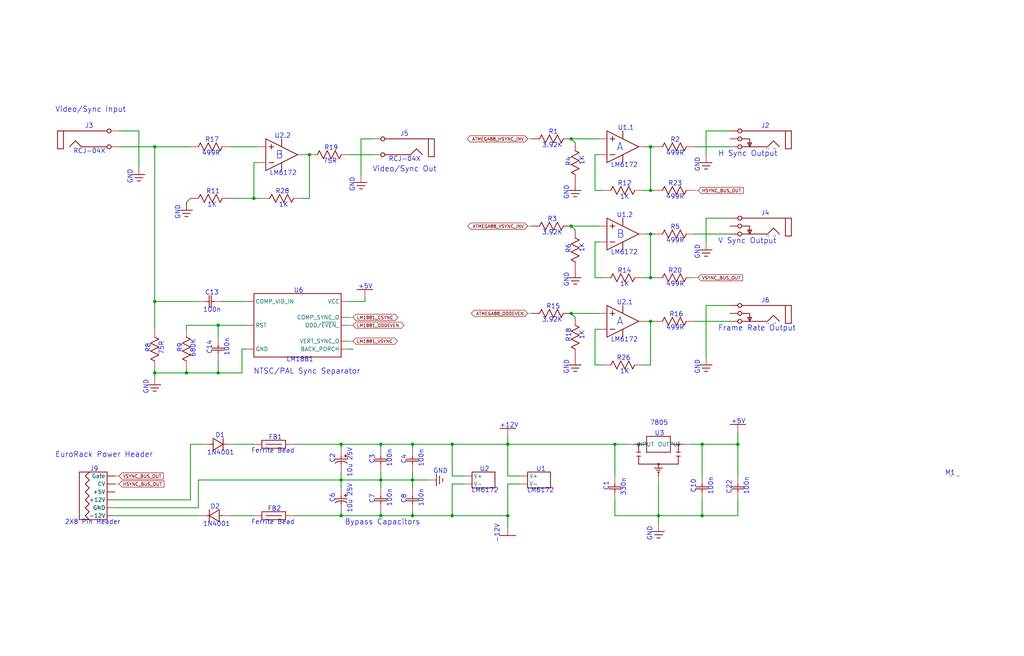
<source format=kicad_sch>
(kicad_sch
	(version 20231120)
	(generator "eeschema")
	(generator_version "8.0")
	(uuid "c407983c-a155-404f-83f1-b81dc22bed34")
	(paper "User" 327.863 210.007)
	(lib_symbols
		(symbol "C1-eagle-import:+12V"
			(power)
			(exclude_from_sim no)
			(in_bom yes)
			(on_board yes)
			(property "Reference" "#NetPort"
				(at 0 0 0)
				(effects
					(font
						(size 1.27 1.27)
					)
					(hide yes)
				)
			)
			(property "Value" ""
				(at 0 0 0)
				(effects
					(font
						(size 1.27 1.27)
					)
					(hide yes)
				)
			)
			(property "Footprint" ""
				(at 0 0 0)
				(effects
					(font
						(size 1.27 1.27)
					)
					(hide yes)
				)
			)
			(property "Datasheet" ""
				(at 0 0 0)
				(effects
					(font
						(size 1.27 1.27)
					)
					(hide yes)
				)
			)
			(property "Description" ""
				(at 0 0 0)
				(effects
					(font
						(size 1.27 1.27)
					)
					(hide yes)
				)
			)
			(property "ki_locked" ""
				(at 0 0 0)
				(effects
					(font
						(size 1.27 1.27)
					)
				)
			)
			(symbol "+12V_1_0"
				(polyline
					(pts
						(xy -2.54 0) (xy 2.54 0)
					)
					(stroke
						(width 0.25)
						(type solid)
					)
					(fill
						(type none)
					)
				)
				(pin power_in line
					(at 0 -2.54 90)
					(length 2.54)
					(name "+12V"
						(effects
							(font
								(size 0 0)
							)
						)
					)
					(number "1"
						(effects
							(font
								(size 0 0)
							)
						)
					)
				)
			)
		)
		(symbol "C1-eagle-import:+5V"
			(power)
			(exclude_from_sim no)
			(in_bom yes)
			(on_board yes)
			(property "Reference" "#NetPort"
				(at 0 0 0)
				(effects
					(font
						(size 1.27 1.27)
					)
					(hide yes)
				)
			)
			(property "Value" ""
				(at 0 0 0)
				(effects
					(font
						(size 1.27 1.27)
					)
					(hide yes)
				)
			)
			(property "Footprint" ""
				(at 0 0 0)
				(effects
					(font
						(size 1.27 1.27)
					)
					(hide yes)
				)
			)
			(property "Datasheet" ""
				(at 0 0 0)
				(effects
					(font
						(size 1.27 1.27)
					)
					(hide yes)
				)
			)
			(property "Description" ""
				(at 0 0 0)
				(effects
					(font
						(size 1.27 1.27)
					)
					(hide yes)
				)
			)
			(property "ki_locked" ""
				(at 0 0 0)
				(effects
					(font
						(size 1.27 1.27)
					)
				)
			)
			(symbol "+5V_1_0"
				(polyline
					(pts
						(xy -2.54 0) (xy 2.54 0)
					)
					(stroke
						(width 0.25)
						(type solid)
					)
					(fill
						(type none)
					)
				)
				(pin power_in line
					(at 0 -2.54 90)
					(length 2.54)
					(name "+5V"
						(effects
							(font
								(size 0 0)
							)
						)
					)
					(number "1"
						(effects
							(font
								(size 0 0)
							)
						)
					)
				)
			)
		)
		(symbol "C1-eagle-import:-12V"
			(power)
			(exclude_from_sim no)
			(in_bom yes)
			(on_board yes)
			(property "Reference" "#NetPort"
				(at 0 0 0)
				(effects
					(font
						(size 1.27 1.27)
					)
					(hide yes)
				)
			)
			(property "Value" ""
				(at 0 0 0)
				(effects
					(font
						(size 1.27 1.27)
					)
					(hide yes)
				)
			)
			(property "Footprint" ""
				(at 0 0 0)
				(effects
					(font
						(size 1.27 1.27)
					)
					(hide yes)
				)
			)
			(property "Datasheet" ""
				(at 0 0 0)
				(effects
					(font
						(size 1.27 1.27)
					)
					(hide yes)
				)
			)
			(property "Description" ""
				(at 0 0 0)
				(effects
					(font
						(size 1.27 1.27)
					)
					(hide yes)
				)
			)
			(property "ki_locked" ""
				(at 0 0 0)
				(effects
					(font
						(size 1.27 1.27)
					)
				)
			)
			(symbol "-12V_1_0"
				(polyline
					(pts
						(xy -2.54 0) (xy 2.54 0)
					)
					(stroke
						(width 0.25)
						(type solid)
					)
					(fill
						(type none)
					)
				)
				(pin power_in line
					(at 0 -2.54 90)
					(length 2.54)
					(name "-12V"
						(effects
							(font
								(size 0 0)
							)
						)
					)
					(number "1"
						(effects
							(font
								(size 0 0)
							)
						)
					)
				)
			)
		)
		(symbol "C1-eagle-import:1N4001"
			(exclude_from_sim no)
			(in_bom yes)
			(on_board yes)
			(property "Reference" "D"
				(at 0 0 0)
				(effects
					(font
						(size 1.27 1.27)
					)
					(hide yes)
				)
			)
			(property "Value" ""
				(at 0 0 0)
				(effects
					(font
						(size 1.27 1.27)
					)
					(hide yes)
				)
			)
			(property "Footprint" "C1:DO-41"
				(at 0 0 0)
				(effects
					(font
						(size 1.27 1.27)
					)
					(hide yes)
				)
			)
			(property "Datasheet" ""
				(at 0 0 0)
				(effects
					(font
						(size 1.27 1.27)
					)
					(hide yes)
				)
			)
			(property "Description" ""
				(at 0 0 0)
				(effects
					(font
						(size 1.27 1.27)
					)
					(hide yes)
				)
			)
			(property "ki_locked" ""
				(at 0 0 0)
				(effects
					(font
						(size 1.27 1.27)
					)
				)
			)
			(symbol "1N4001_1_0"
				(polyline
					(pts
						(xy -2.54 0) (xy -1.6 0)
					)
					(stroke
						(width 0.25)
						(type solid)
					)
					(fill
						(type none)
					)
				)
				(polyline
					(pts
						(xy -1.6 -1.905) (xy 1.575 0)
					)
					(stroke
						(width 0.25)
						(type solid)
					)
					(fill
						(type none)
					)
				)
				(polyline
					(pts
						(xy -1.6 1.905) (xy -1.6 -1.905)
					)
					(stroke
						(width 0.25)
						(type solid)
					)
					(fill
						(type none)
					)
				)
				(polyline
					(pts
						(xy 1.575 -1.905) (xy 1.575 1.905)
					)
					(stroke
						(width 0.25)
						(type solid)
					)
					(fill
						(type none)
					)
				)
				(polyline
					(pts
						(xy 1.575 0) (xy -1.6 1.905)
					)
					(stroke
						(width 0.25)
						(type solid)
					)
					(fill
						(type none)
					)
				)
				(polyline
					(pts
						(xy 1.575 0) (xy 2.54 0)
					)
					(stroke
						(width 0.25)
						(type solid)
					)
					(fill
						(type none)
					)
				)
				(pin passive line
					(at 5.08 0 180)
					(length 2.54)
					(name "K"
						(effects
							(font
								(size 0 0)
							)
						)
					)
					(number "1"
						(effects
							(font
								(size 0 0)
							)
						)
					)
				)
				(pin passive line
					(at -5.08 0 0)
					(length 2.54)
					(name "A"
						(effects
							(font
								(size 0 0)
							)
						)
					)
					(number "2"
						(effects
							(font
								(size 0 0)
							)
						)
					)
				)
			)
		)
		(symbol "C1-eagle-import:2X8_PIN_HEADER"
			(exclude_from_sim no)
			(in_bom yes)
			(on_board yes)
			(property "Reference" "J"
				(at 0 0 0)
				(effects
					(font
						(size 1.27 1.27)
					)
					(hide yes)
				)
			)
			(property "Value" ""
				(at 0 0 0)
				(effects
					(font
						(size 1.27 1.27)
					)
					(hide yes)
				)
			)
			(property "Footprint" "C1:IDC16M"
				(at 0 0 0)
				(effects
					(font
						(size 1.27 1.27)
					)
					(hide yes)
				)
			)
			(property "Datasheet" ""
				(at 0 0 0)
				(effects
					(font
						(size 1.27 1.27)
					)
					(hide yes)
				)
			)
			(property "Description" ""
				(at 0 0 0)
				(effects
					(font
						(size 1.27 1.27)
					)
					(hide yes)
				)
			)
			(property "ki_locked" ""
				(at 0 0 0)
				(effects
					(font
						(size 1.27 1.27)
					)
				)
			)
			(symbol "2X8_PIN_HEADER_1_0"
				(polyline
					(pts
						(xy -4.445 -7.62) (xy -4.445 7.62)
					)
					(stroke
						(width 0.25)
						(type solid)
					)
					(fill
						(type none)
					)
				)
				(polyline
					(pts
						(xy -4.445 7.62) (xy 4.445 7.62)
					)
					(stroke
						(width 0.25)
						(type solid)
					)
					(fill
						(type none)
					)
				)
				(polyline
					(pts
						(xy -2.54 -6.35) (xy -1.27 -7.62)
					)
					(stroke
						(width 0.25)
						(type solid)
					)
					(fill
						(type none)
					)
				)
				(polyline
					(pts
						(xy -2.54 -6.35) (xy -1.27 -5.08)
					)
					(stroke
						(width 0.25)
						(type solid)
					)
					(fill
						(type none)
					)
				)
				(polyline
					(pts
						(xy -2.54 -3.81) (xy -1.27 -5.08)
					)
					(stroke
						(width 0.25)
						(type solid)
					)
					(fill
						(type none)
					)
				)
				(polyline
					(pts
						(xy -2.54 -3.81) (xy -1.27 -2.54)
					)
					(stroke
						(width 0.25)
						(type solid)
					)
					(fill
						(type none)
					)
				)
				(polyline
					(pts
						(xy -2.54 -1.27) (xy -1.27 -2.54)
					)
					(stroke
						(width 0.25)
						(type solid)
					)
					(fill
						(type none)
					)
				)
				(polyline
					(pts
						(xy -2.54 -1.27) (xy -1.27 0)
					)
					(stroke
						(width 0.25)
						(type solid)
					)
					(fill
						(type none)
					)
				)
				(polyline
					(pts
						(xy -2.54 1.27) (xy -1.27 0)
					)
					(stroke
						(width 0.25)
						(type solid)
					)
					(fill
						(type none)
					)
				)
				(polyline
					(pts
						(xy -2.54 1.27) (xy -1.27 2.54)
					)
					(stroke
						(width 0.25)
						(type solid)
					)
					(fill
						(type none)
					)
				)
				(polyline
					(pts
						(xy -2.54 3.81) (xy -1.27 2.54)
					)
					(stroke
						(width 0.25)
						(type solid)
					)
					(fill
						(type none)
					)
				)
				(polyline
					(pts
						(xy -2.54 3.81) (xy -1.27 5.08)
					)
					(stroke
						(width 0.25)
						(type solid)
					)
					(fill
						(type none)
					)
				)
				(polyline
					(pts
						(xy -2.54 6.35) (xy -1.27 5.08)
					)
					(stroke
						(width 0.25)
						(type solid)
					)
					(fill
						(type none)
					)
				)
				(polyline
					(pts
						(xy -2.54 6.35) (xy -1.27 7.62)
					)
					(stroke
						(width 0.25)
						(type solid)
					)
					(fill
						(type none)
					)
				)
				(polyline
					(pts
						(xy 4.445 -7.62) (xy -4.445 -7.62)
					)
					(stroke
						(width 0.25)
						(type solid)
					)
					(fill
						(type none)
					)
				)
				(polyline
					(pts
						(xy 4.445 7.62) (xy 4.445 -7.62)
					)
					(stroke
						(width 0.25)
						(type solid)
					)
					(fill
						(type none)
					)
				)
				(pin passive line
					(at 6.985 -6.35 180)
					(length 2.54)
					(name "-12V"
						(effects
							(font
								(size 1.27 1.27)
							)
						)
					)
					(number "1"
						(effects
							(font
								(size 0 0)
							)
						)
					)
				)
				(pin passive line
					(at 6.985 -1.27 180)
					(length 2.54)
					(name "+12V"
						(effects
							(font
								(size 1.27 1.27)
							)
						)
					)
					(number "10"
						(effects
							(font
								(size 0 0)
							)
						)
					)
				)
				(pin passive line
					(at 6.985 1.27 180)
					(length 2.54)
					(name "+5V"
						(effects
							(font
								(size 1.27 1.27)
							)
						)
					)
					(number "11"
						(effects
							(font
								(size 0 0)
							)
						)
					)
				)
				(pin passive line
					(at 6.985 1.27 180)
					(length 2.54)
					(name "+5V"
						(effects
							(font
								(size 1.27 1.27)
							)
						)
					)
					(number "12"
						(effects
							(font
								(size 0 0)
							)
						)
					)
				)
				(pin passive line
					(at 6.985 3.81 180)
					(length 2.54)
					(name "CV"
						(effects
							(font
								(size 1.27 1.27)
							)
						)
					)
					(number "13"
						(effects
							(font
								(size 0 0)
							)
						)
					)
				)
				(pin passive line
					(at 6.985 3.81 180)
					(length 2.54)
					(name "CV"
						(effects
							(font
								(size 1.27 1.27)
							)
						)
					)
					(number "14"
						(effects
							(font
								(size 0 0)
							)
						)
					)
				)
				(pin passive line
					(at 6.985 6.35 180)
					(length 2.54)
					(name "Gate"
						(effects
							(font
								(size 1.27 1.27)
							)
						)
					)
					(number "15"
						(effects
							(font
								(size 0 0)
							)
						)
					)
				)
				(pin passive line
					(at 6.985 6.35 180)
					(length 2.54)
					(name "Gate"
						(effects
							(font
								(size 1.27 1.27)
							)
						)
					)
					(number "16"
						(effects
							(font
								(size 0 0)
							)
						)
					)
				)
				(pin passive line
					(at 6.985 -6.35 180)
					(length 2.54)
					(name "-12V"
						(effects
							(font
								(size 1.27 1.27)
							)
						)
					)
					(number "2"
						(effects
							(font
								(size 0 0)
							)
						)
					)
				)
				(pin passive line
					(at 6.985 -3.81 180)
					(length 2.54)
					(name "GND"
						(effects
							(font
								(size 1.27 1.27)
							)
						)
					)
					(number "3"
						(effects
							(font
								(size 0 0)
							)
						)
					)
				)
				(pin passive line
					(at 6.985 -3.81 180)
					(length 2.54)
					(name "GND"
						(effects
							(font
								(size 1.27 1.27)
							)
						)
					)
					(number "4"
						(effects
							(font
								(size 0 0)
							)
						)
					)
				)
				(pin passive line
					(at 6.985 -3.81 180)
					(length 2.54)
					(name "GND"
						(effects
							(font
								(size 1.27 1.27)
							)
						)
					)
					(number "5"
						(effects
							(font
								(size 0 0)
							)
						)
					)
				)
				(pin passive line
					(at 6.985 -1.27 180)
					(length 2.54)
					(name "+12V"
						(effects
							(font
								(size 1.27 1.27)
							)
						)
					)
					(number "9"
						(effects
							(font
								(size 0 0)
							)
						)
					)
				)
			)
		)
		(symbol "C1-eagle-import:3.5MM_JACK"
			(exclude_from_sim no)
			(in_bom yes)
			(on_board yes)
			(property "Reference" "J"
				(at 0 0 0)
				(effects
					(font
						(size 1.27 1.27)
					)
					(hide yes)
				)
			)
			(property "Value" ""
				(at 0 0 0)
				(effects
					(font
						(size 1.27 1.27)
					)
					(hide yes)
				)
			)
			(property "Footprint" "C1:PJ302M"
				(at 0 0 0)
				(effects
					(font
						(size 1.27 1.27)
					)
					(hide yes)
				)
			)
			(property "Datasheet" ""
				(at 0 0 0)
				(effects
					(font
						(size 1.27 1.27)
					)
					(hide yes)
				)
			)
			(property "Description" ""
				(at 0 0 0)
				(effects
					(font
						(size 1.27 1.27)
					)
					(hide yes)
				)
			)
			(property "ki_locked" ""
				(at 0 0 0)
				(effects
					(font
						(size 1.27 1.27)
					)
				)
			)
			(symbol "3.5MM_JACK_1_0"
				(circle
					(center -7.938 -2.54)
					(radius 0.635)
					(stroke
						(width 0.254)
						(type solid)
					)
					(fill
						(type none)
					)
				)
				(circle
					(center -7.938 0)
					(radius 0.635)
					(stroke
						(width 0.254)
						(type solid)
					)
					(fill
						(type none)
					)
				)
				(circle
					(center -7.938 2.54)
					(radius 0.635)
					(stroke
						(width 0.254)
						(type solid)
					)
					(fill
						(type none)
					)
				)
				(polyline
					(pts
						(xy -5.397 -1.27) (xy -4.128 -1.27)
					)
					(stroke
						(width 0.25)
						(type solid)
					)
					(fill
						(type none)
					)
				)
				(polyline
					(pts
						(xy -4.762 -2.54) (xy -5.397 -1.27)
					)
					(stroke
						(width 0.25)
						(type solid)
					)
					(fill
						(type none)
					)
				)
				(polyline
					(pts
						(xy -4.762 -2.54) (xy -4.762 0)
					)
					(stroke
						(width 0.25)
						(type solid)
					)
					(fill
						(type none)
					)
				)
				(polyline
					(pts
						(xy -4.762 0) (xy -7.302 0)
					)
					(stroke
						(width 0.25)
						(type solid)
					)
					(fill
						(type none)
					)
				)
				(polyline
					(pts
						(xy -4.128 -1.27) (xy -4.762 -2.54)
					)
					(stroke
						(width 0.25)
						(type solid)
					)
					(fill
						(type none)
					)
				)
				(polyline
					(pts
						(xy 0.953 -2.54) (xy -7.302 -2.54)
					)
					(stroke
						(width 0.25)
						(type solid)
					)
					(fill
						(type none)
					)
				)
				(polyline
					(pts
						(xy 2.858 -0.635) (xy 0.953 -2.54)
					)
					(stroke
						(width 0.25)
						(type solid)
					)
					(fill
						(type none)
					)
				)
				(polyline
					(pts
						(xy 4.763 -2.54) (xy 2.858 -0.635)
					)
					(stroke
						(width 0.25)
						(type solid)
					)
					(fill
						(type none)
					)
				)
				(polyline
					(pts
						(xy 6.667 -3.175) (xy 6.667 2.54)
					)
					(stroke
						(width 0.25)
						(type solid)
					)
					(fill
						(type none)
					)
				)
				(polyline
					(pts
						(xy 8.573 -3.175) (xy 6.667 -3.175)
					)
					(stroke
						(width 0.25)
						(type solid)
					)
					(fill
						(type none)
					)
				)
				(polyline
					(pts
						(xy 8.573 -3.175) (xy 8.573 2.54)
					)
					(stroke
						(width 0.25)
						(type solid)
					)
					(fill
						(type none)
					)
				)
				(polyline
					(pts
						(xy 8.573 2.54) (xy -7.302 2.54)
					)
					(stroke
						(width 0.25)
						(type solid)
					)
					(fill
						(type none)
					)
				)
				(pin passive line
					(at -11.1 2.54 0)
					(length 2.54)
					(name "Sleeve"
						(effects
							(font
								(size 0 0)
							)
						)
					)
					(number "1A"
						(effects
							(font
								(size 0 0)
							)
						)
					)
				)
				(pin passive line
					(at -11.1 2.54 0)
					(length 2.54)
					(name "Sleeve"
						(effects
							(font
								(size 0 0)
							)
						)
					)
					(number "1B"
						(effects
							(font
								(size 0 0)
							)
						)
					)
				)
				(pin passive line
					(at -11.1 0 0)
					(length 2.54)
					(name "Switch"
						(effects
							(font
								(size 0 0)
							)
						)
					)
					(number "2A"
						(effects
							(font
								(size 0 0)
							)
						)
					)
				)
				(pin passive line
					(at -11.1 0 0)
					(length 2.54)
					(name "Switch"
						(effects
							(font
								(size 0 0)
							)
						)
					)
					(number "2B"
						(effects
							(font
								(size 0 0)
							)
						)
					)
				)
				(pin passive line
					(at -11.1 -2.54 0)
					(length 2.54)
					(name "Tip"
						(effects
							(font
								(size 0 0)
							)
						)
					)
					(number "3A"
						(effects
							(font
								(size 0 0)
							)
						)
					)
				)
				(pin passive line
					(at -11.1 -2.54 0)
					(length 2.54)
					(name "Tip"
						(effects
							(font
								(size 0 0)
							)
						)
					)
					(number "3B"
						(effects
							(font
								(size 0 0)
							)
						)
					)
				)
			)
		)
		(symbol "C1-eagle-import:7805"
			(exclude_from_sim no)
			(in_bom yes)
			(on_board yes)
			(property "Reference" "U"
				(at 0 0 0)
				(effects
					(font
						(size 1.27 1.27)
					)
					(hide yes)
				)
			)
			(property "Value" ""
				(at 0 0 0)
				(effects
					(font
						(size 1.27 1.27)
					)
					(hide yes)
				)
			)
			(property "Footprint" "C1:TO-220H"
				(at 0 0 0)
				(effects
					(font
						(size 1.27 1.27)
					)
					(hide yes)
				)
			)
			(property "Datasheet" ""
				(at 0 0 0)
				(effects
					(font
						(size 1.27 1.27)
					)
					(hide yes)
				)
			)
			(property "Description" ""
				(at 0 0 0)
				(effects
					(font
						(size 1.27 1.27)
					)
					(hide yes)
				)
			)
			(property "ki_locked" ""
				(at 0 0 0)
				(effects
					(font
						(size 1.27 1.27)
					)
				)
			)
			(symbol "7805_1_0"
				(circle
					(center -6.302 3.757)
					(radius 0.318)
					(stroke
						(width 0)
						(type solid)
					)
					(fill
						(type none)
					)
				)
				(polyline
					(pts
						(xy -7.62 3.81) (xy -3.81 3.81)
					)
					(stroke
						(width 0.25)
						(type solid)
					)
					(fill
						(type none)
					)
				)
				(polyline
					(pts
						(xy -6.985 0) (xy -5.715 0)
					)
					(stroke
						(width 0.25)
						(type solid)
					)
					(fill
						(type none)
					)
				)
				(polyline
					(pts
						(xy -6.985 1.27) (xy -5.715 1.27)
					)
					(stroke
						(width 0.25)
						(type solid)
					)
					(fill
						(type none)
					)
				)
				(polyline
					(pts
						(xy -6.35 -2.54) (xy 6.35 -2.54)
					)
					(stroke
						(width 0.25)
						(type solid)
					)
					(fill
						(type none)
					)
				)
				(polyline
					(pts
						(xy -6.35 0) (xy -6.35 -2.54)
					)
					(stroke
						(width 0.25)
						(type solid)
					)
					(fill
						(type none)
					)
				)
				(polyline
					(pts
						(xy -6.35 3.81) (xy -6.35 1.27)
					)
					(stroke
						(width 0.25)
						(type solid)
					)
					(fill
						(type none)
					)
				)
				(polyline
					(pts
						(xy -3.81 1.27) (xy -3.81 6.35)
					)
					(stroke
						(width 0.25)
						(type solid)
					)
					(fill
						(type none)
					)
				)
				(polyline
					(pts
						(xy -3.81 6.35) (xy 3.81 6.35)
					)
					(stroke
						(width 0.25)
						(type solid)
					)
					(fill
						(type none)
					)
				)
				(polyline
					(pts
						(xy -1.27 -3.81) (xy 1.27 -3.81)
					)
					(stroke
						(width 0.25)
						(type solid)
					)
					(fill
						(type none)
					)
				)
				(polyline
					(pts
						(xy -0.635 -4.445) (xy 0.635 -4.445)
					)
					(stroke
						(width 0.25)
						(type solid)
					)
					(fill
						(type none)
					)
				)
				(polyline
					(pts
						(xy -0.317 -5.08) (xy 0.317 -5.08)
					)
					(stroke
						(width 0.25)
						(type solid)
					)
					(fill
						(type none)
					)
				)
				(polyline
					(pts
						(xy 0 -5.08) (xy 0 -6.35)
					)
					(stroke
						(width 0.25)
						(type solid)
					)
					(fill
						(type none)
					)
				)
				(polyline
					(pts
						(xy 0 -2.54) (xy 0 -3.81)
					)
					(stroke
						(width 0.25)
						(type solid)
					)
					(fill
						(type none)
					)
				)
				(polyline
					(pts
						(xy 3.81 1.27) (xy -3.81 1.27)
					)
					(stroke
						(width 0.25)
						(type solid)
					)
					(fill
						(type none)
					)
				)
				(polyline
					(pts
						(xy 3.81 3.81) (xy 7.62 3.81)
					)
					(stroke
						(width 0.25)
						(type solid)
					)
					(fill
						(type none)
					)
				)
				(polyline
					(pts
						(xy 3.81 6.35) (xy 3.81 1.27)
					)
					(stroke
						(width 0.25)
						(type solid)
					)
					(fill
						(type none)
					)
				)
				(polyline
					(pts
						(xy 5.715 0) (xy 6.985 0)
					)
					(stroke
						(width 0.25)
						(type solid)
					)
					(fill
						(type none)
					)
				)
				(polyline
					(pts
						(xy 5.715 1.27) (xy 6.985 1.27)
					)
					(stroke
						(width 0.25)
						(type solid)
					)
					(fill
						(type none)
					)
				)
				(polyline
					(pts
						(xy 6.35 0) (xy 6.35 -2.54)
					)
					(stroke
						(width 0.25)
						(type solid)
					)
					(fill
						(type none)
					)
				)
				(polyline
					(pts
						(xy 6.35 3.81) (xy 6.35 1.27)
					)
					(stroke
						(width 0.25)
						(type solid)
					)
					(fill
						(type none)
					)
				)
				(circle
					(center 0.044 -2.513)
					(radius 0.318)
					(stroke
						(width 0)
						(type solid)
					)
					(fill
						(type none)
					)
				)
				(circle
					(center 6.429 3.691)
					(radius 0.317)
					(stroke
						(width 0)
						(type solid)
					)
					(fill
						(type none)
					)
				)
				(pin input line
					(at -10.16 3.81 0)
					(length 2.54)
					(name "INPUT"
						(effects
							(font
								(size 1.27 1.27)
							)
						)
					)
					(number "1"
						(effects
							(font
								(size 0 0)
							)
						)
					)
				)
				(pin power_in line
					(at 0 -8.89 90)
					(length 2.54)
					(name "GND"
						(effects
							(font
								(size 0 0)
							)
						)
					)
					(number "2"
						(effects
							(font
								(size 0 0)
							)
						)
					)
				)
				(pin output line
					(at 10.16 3.81 180)
					(length 2.54)
					(name "OUTPUT"
						(effects
							(font
								(size 1.27 1.27)
							)
						)
					)
					(number "3"
						(effects
							(font
								(size 0 0)
							)
						)
					)
				)
			)
		)
		(symbol "C1-eagle-import:CAP100"
			(exclude_from_sim no)
			(in_bom yes)
			(on_board yes)
			(property "Reference" "C"
				(at 0 0 0)
				(effects
					(font
						(size 1.27 1.27)
					)
					(hide yes)
				)
			)
			(property "Value" ""
				(at 0 0 0)
				(effects
					(font
						(size 1.27 1.27)
					)
					(hide yes)
				)
			)
			(property "Footprint" "C1:CAP-2.54_6.6X3"
				(at 0 0 0)
				(effects
					(font
						(size 1.27 1.27)
					)
					(hide yes)
				)
			)
			(property "Datasheet" ""
				(at 0 0 0)
				(effects
					(font
						(size 1.27 1.27)
					)
					(hide yes)
				)
			)
			(property "Description" ""
				(at 0 0 0)
				(effects
					(font
						(size 1.27 1.27)
					)
					(hide yes)
				)
			)
			(property "ki_locked" ""
				(at 0 0 0)
				(effects
					(font
						(size 1.27 1.27)
					)
				)
			)
			(symbol "CAP100_1_0"
				(polyline
					(pts
						(xy -1.27 0) (xy -0.33 0)
					)
					(stroke
						(width 0.25)
						(type solid)
					)
					(fill
						(type none)
					)
				)
				(polyline
					(pts
						(xy -0.33 -1.905) (xy -0.33 1.905)
					)
					(stroke
						(width 0.25)
						(type solid)
					)
					(fill
						(type none)
					)
				)
				(polyline
					(pts
						(xy 0.305 -1.905) (xy 0.305 1.905)
					)
					(stroke
						(width 0.25)
						(type solid)
					)
					(fill
						(type none)
					)
				)
				(polyline
					(pts
						(xy 0.305 0) (xy 1.27 0)
					)
					(stroke
						(width 0.25)
						(type solid)
					)
					(fill
						(type none)
					)
				)
				(pin passive line
					(at -3.81 0 0)
					(length 2.54)
					(name "1"
						(effects
							(font
								(size 0 0)
							)
						)
					)
					(number "1"
						(effects
							(font
								(size 0 0)
							)
						)
					)
				)
				(pin passive line
					(at 3.81 0 180)
					(length 2.54)
					(name "2"
						(effects
							(font
								(size 0 0)
							)
						)
					)
					(number "2"
						(effects
							(font
								(size 0 0)
							)
						)
					)
				)
			)
		)
		(symbol "C1-eagle-import:EC80-5"
			(exclude_from_sim no)
			(in_bom yes)
			(on_board yes)
			(property "Reference" "C"
				(at 0 0 0)
				(effects
					(font
						(size 1.27 1.27)
					)
					(hide yes)
				)
			)
			(property "Value" ""
				(at 0 0 0)
				(effects
					(font
						(size 1.27 1.27)
					)
					(hide yes)
				)
			)
			(property "Footprint" "C1:CAPPR-2_5.08"
				(at 0 0 0)
				(effects
					(font
						(size 1.27 1.27)
					)
					(hide yes)
				)
			)
			(property "Datasheet" ""
				(at 0 0 0)
				(effects
					(font
						(size 1.27 1.27)
					)
					(hide yes)
				)
			)
			(property "Description" ""
				(at 0 0 0)
				(effects
					(font
						(size 1.27 1.27)
					)
					(hide yes)
				)
			)
			(property "ki_locked" ""
				(at 0 0 0)
				(effects
					(font
						(size 1.27 1.27)
					)
				)
			)
			(symbol "EC80-5_1_0"
				(polyline
					(pts
						(xy -1.075 1.905) (xy -1.075 0.952)
					)
					(stroke
						(width 0.25)
						(type solid)
					)
					(fill
						(type none)
					)
				)
				(polyline
					(pts
						(xy -0.989 0) (xy -0.049 0)
					)
					(stroke
						(width 0.25)
						(type solid)
					)
					(fill
						(type none)
					)
				)
				(polyline
					(pts
						(xy -0.599 1.429) (xy -1.551 1.429)
					)
					(stroke
						(width 0.25)
						(type solid)
					)
					(fill
						(type none)
					)
				)
				(polyline
					(pts
						(xy -0.049 -1.905) (xy -0.049 1.905)
					)
					(stroke
						(width 0.25)
						(type solid)
					)
					(fill
						(type none)
					)
				)
				(polyline
					(pts
						(xy 0.586 0) (xy 1.551 0)
					)
					(stroke
						(width 0.25)
						(type solid)
					)
					(fill
						(type none)
					)
				)
				(arc
					(start 1.225 1.911)
					(mid 0.5854 0.0001)
					(end 1.2249 -1.9109)
					(stroke
						(width 0.254)
						(type solid)
					)
					(fill
						(type none)
					)
				)
				(pin passive line
					(at -3.529 0 0)
					(length 2.54)
					(name "PLUS"
						(effects
							(font
								(size 0 0)
							)
						)
					)
					(number "1"
						(effects
							(font
								(size 0 0)
							)
						)
					)
				)
				(pin passive line
					(at 4.091 0 180)
					(length 2.54)
					(name "MINUS"
						(effects
							(font
								(size 0 0)
							)
						)
					)
					(number "2"
						(effects
							(font
								(size 0 0)
							)
						)
					)
				)
			)
		)
		(symbol "C1-eagle-import:FERRITE_BEAD"
			(exclude_from_sim no)
			(in_bom yes)
			(on_board yes)
			(property "Reference" "FB"
				(at 0 0 0)
				(effects
					(font
						(size 1.27 1.27)
					)
					(hide yes)
				)
			)
			(property "Value" ""
				(at 0 0 0)
				(effects
					(font
						(size 1.27 1.27)
					)
					(hide yes)
				)
			)
			(property "Footprint" "C1:FB-10.16_4.45X3.5"
				(at 0 0 0)
				(effects
					(font
						(size 1.27 1.27)
					)
					(hide yes)
				)
			)
			(property "Datasheet" ""
				(at 0 0 0)
				(effects
					(font
						(size 1.27 1.27)
					)
					(hide yes)
				)
			)
			(property "Description" ""
				(at 0 0 0)
				(effects
					(font
						(size 1.27 1.27)
					)
					(hide yes)
				)
			)
			(property "ki_locked" ""
				(at 0 0 0)
				(effects
					(font
						(size 1.27 1.27)
					)
				)
			)
			(symbol "FERRITE_BEAD_1_0"
				(polyline
					(pts
						(xy -3.81 -1.27) (xy -3.81 1.27)
					)
					(stroke
						(width 0.25)
						(type solid)
					)
					(fill
						(type none)
					)
				)
				(polyline
					(pts
						(xy -3.81 1.27) (xy 3.81 1.27)
					)
					(stroke
						(width 0.25)
						(type solid)
					)
					(fill
						(type none)
					)
				)
				(polyline
					(pts
						(xy -2.54 0) (xy 2.54 0)
					)
					(stroke
						(width 0.25)
						(type solid)
					)
					(fill
						(type none)
					)
				)
				(polyline
					(pts
						(xy 3.81 -1.27) (xy -3.81 -1.27)
					)
					(stroke
						(width 0.25)
						(type solid)
					)
					(fill
						(type none)
					)
				)
				(polyline
					(pts
						(xy 3.81 1.27) (xy 3.81 -1.27)
					)
					(stroke
						(width 0.25)
						(type solid)
					)
					(fill
						(type none)
					)
				)
				(pin passive line
					(at -6.35 0 0)
					(length 2.54)
					(name "1"
						(effects
							(font
								(size 0 0)
							)
						)
					)
					(number "1"
						(effects
							(font
								(size 0 0)
							)
						)
					)
				)
				(pin passive line
					(at 6.35 0 180)
					(length 2.54)
					(name "2"
						(effects
							(font
								(size 0 0)
							)
						)
					)
					(number "2"
						(effects
							(font
								(size 0 0)
							)
						)
					)
				)
			)
		)
		(symbol "C1-eagle-import:GND"
			(power)
			(exclude_from_sim no)
			(in_bom yes)
			(on_board yes)
			(property "Reference" "#NetPort"
				(at 0 0 0)
				(effects
					(font
						(size 1.27 1.27)
					)
					(hide yes)
				)
			)
			(property "Value" ""
				(at 0 0 0)
				(effects
					(font
						(size 1.27 1.27)
					)
					(hide yes)
				)
			)
			(property "Footprint" ""
				(at 0 0 0)
				(effects
					(font
						(size 1.27 1.27)
					)
					(hide yes)
				)
			)
			(property "Datasheet" ""
				(at 0 0 0)
				(effects
					(font
						(size 1.27 1.27)
					)
					(hide yes)
				)
			)
			(property "Description" ""
				(at 0 0 0)
				(effects
					(font
						(size 1.27 1.27)
					)
					(hide yes)
				)
			)
			(property "ki_locked" ""
				(at 0 0 0)
				(effects
					(font
						(size 1.27 1.27)
					)
				)
			)
			(symbol "GND_1_0"
				(polyline
					(pts
						(xy -1.905 1.016) (xy 1.905 1.016)
					)
					(stroke
						(width 0.25)
						(type solid)
					)
					(fill
						(type none)
					)
				)
				(polyline
					(pts
						(xy -1.27 0) (xy 1.27 0)
					)
					(stroke
						(width 0.25)
						(type solid)
					)
					(fill
						(type none)
					)
				)
				(polyline
					(pts
						(xy -0.508 -1.016) (xy 0.508 -1.016)
					)
					(stroke
						(width 0.25)
						(type solid)
					)
					(fill
						(type none)
					)
				)
				(pin power_in line
					(at 0 3.556 270)
					(length 2.54)
					(name "GND"
						(effects
							(font
								(size 0 0)
							)
						)
					)
					(number "1"
						(effects
							(font
								(size 0 0)
							)
						)
					)
				)
			)
		)
		(symbol "C1-eagle-import:KEYSTONE621"
			(exclude_from_sim no)
			(in_bom yes)
			(on_board yes)
			(property "Reference" "M"
				(at 0 0 0)
				(effects
					(font
						(size 1.27 1.27)
					)
					(hide yes)
				)
			)
			(property "Value" ""
				(at 0 0 0)
				(effects
					(font
						(size 1.27 1.27)
					)
					(hide yes)
				)
			)
			(property "Footprint" "C1:KEYSTONE621"
				(at 0 0 0)
				(effects
					(font
						(size 1.27 1.27)
					)
					(hide yes)
				)
			)
			(property "Datasheet" ""
				(at 0 0 0)
				(effects
					(font
						(size 1.27 1.27)
					)
					(hide yes)
				)
			)
			(property "Description" ""
				(at 0 0 0)
				(effects
					(font
						(size 1.27 1.27)
					)
					(hide yes)
				)
			)
			(property "ki_locked" ""
				(at 0 0 0)
				(effects
					(font
						(size 1.27 1.27)
					)
				)
			)
		)
		(symbol "C1-eagle-import:LM1881"
			(exclude_from_sim no)
			(in_bom yes)
			(on_board yes)
			(property "Reference" "U"
				(at 0 0 0)
				(effects
					(font
						(size 1.27 1.27)
					)
					(hide yes)
				)
			)
			(property "Value" ""
				(at 0 0 0)
				(effects
					(font
						(size 1.27 1.27)
					)
					(hide yes)
				)
			)
			(property "Footprint" "C1:DIP-8_12"
				(at 0 0 0)
				(effects
					(font
						(size 1.27 1.27)
					)
					(hide yes)
				)
			)
			(property "Datasheet" ""
				(at 0 0 0)
				(effects
					(font
						(size 1.27 1.27)
					)
					(hide yes)
				)
			)
			(property "Description" ""
				(at 0 0 0)
				(effects
					(font
						(size 1.27 1.27)
					)
					(hide yes)
				)
			)
			(property "ki_locked" ""
				(at 0 0 0)
				(effects
					(font
						(size 1.27 1.27)
					)
				)
			)
			(symbol "LM1881_1_0"
				(polyline
					(pts
						(xy -13.97 -10.16) (xy -13.97 10.16)
					)
					(stroke
						(width 0.25)
						(type solid)
					)
					(fill
						(type none)
					)
				)
				(polyline
					(pts
						(xy -13.97 -10.16) (xy 13.97 -10.16)
					)
					(stroke
						(width 0.25)
						(type solid)
					)
					(fill
						(type none)
					)
				)
				(polyline
					(pts
						(xy -13.97 10.16) (xy 13.97 10.16)
					)
					(stroke
						(width 0.25)
						(type solid)
					)
					(fill
						(type none)
					)
				)
				(polyline
					(pts
						(xy 13.97 10.16) (xy 13.97 -10.16)
					)
					(stroke
						(width 0.25)
						(type solid)
					)
					(fill
						(type none)
					)
				)
				(pin output line
					(at 16.51 2.54 180)
					(length 2.54)
					(name "COMP_SYNC_O"
						(effects
							(font
								(size 1.27 1.27)
							)
						)
					)
					(number "1"
						(effects
							(font
								(size 0 0)
							)
						)
					)
				)
				(pin input line
					(at -16.51 7.62 0)
					(length 2.54)
					(name "COMP_VID_IN"
						(effects
							(font
								(size 1.27 1.27)
							)
						)
					)
					(number "2"
						(effects
							(font
								(size 0 0)
							)
						)
					)
				)
				(pin output line
					(at 16.51 -5.08 180)
					(length 2.54)
					(name "VERT_SYNC_O"
						(effects
							(font
								(size 1.27 1.27)
							)
						)
					)
					(number "3"
						(effects
							(font
								(size 0 0)
							)
						)
					)
				)
				(pin power_in line
					(at -16.51 -7.62 0)
					(length 2.54)
					(name "GND"
						(effects
							(font
								(size 1.27 1.27)
							)
						)
					)
					(number "4"
						(effects
							(font
								(size 0 0)
							)
						)
					)
				)
				(pin output line
					(at 16.51 -7.62 180)
					(length 2.54)
					(name "BACK_PORCH"
						(effects
							(font
								(size 1.27 1.27)
							)
						)
					)
					(number "5"
						(effects
							(font
								(size 0 0)
							)
						)
					)
				)
				(pin passive line
					(at -16.51 0 0)
					(length 2.54)
					(name "RST"
						(effects
							(font
								(size 1.27 1.27)
							)
						)
					)
					(number "6"
						(effects
							(font
								(size 0 0)
							)
						)
					)
				)
				(pin output line
					(at 16.51 0 180)
					(length 2.54)
					(name "ODD/~{EVEN}_"
						(effects
							(font
								(size 1.27 1.27)
							)
						)
					)
					(number "7"
						(effects
							(font
								(size 0 0)
							)
						)
					)
				)
				(pin power_in line
					(at 16.51 7.62 180)
					(length 2.54)
					(name "VCC"
						(effects
							(font
								(size 1.27 1.27)
							)
						)
					)
					(number "8"
						(effects
							(font
								(size 0 0)
							)
						)
					)
				)
			)
		)
		(symbol "C1-eagle-import:LM6172"
			(exclude_from_sim no)
			(in_bom yes)
			(on_board yes)
			(property "Reference" "U"
				(at 0 0 0)
				(effects
					(font
						(size 1.27 1.27)
					)
					(hide yes)
				)
			)
			(property "Value" ""
				(at 0 0 0)
				(effects
					(font
						(size 1.27 1.27)
					)
					(hide yes)
				)
			)
			(property "Footprint" "C1:DIP-8"
				(at 0 0 0)
				(effects
					(font
						(size 1.27 1.27)
					)
					(hide yes)
				)
			)
			(property "Datasheet" ""
				(at 0 0 0)
				(effects
					(font
						(size 1.27 1.27)
					)
					(hide yes)
				)
			)
			(property "Description" ""
				(at 0 0 0)
				(effects
					(font
						(size 1.27 1.27)
					)
					(hide yes)
				)
			)
			(property "ki_locked" ""
				(at 0 0 0)
				(effects
					(font
						(size 1.27 1.27)
					)
				)
			)
			(symbol "LM6172_1_0"
				(polyline
					(pts
						(xy -5.08 -5.08) (xy -5.08 5.08)
					)
					(stroke
						(width 0.25)
						(type solid)
					)
					(fill
						(type none)
					)
				)
				(polyline
					(pts
						(xy -5.08 -5.08) (xy 5.08 0)
					)
					(stroke
						(width 0.25)
						(type solid)
					)
					(fill
						(type none)
					)
				)
				(polyline
					(pts
						(xy -5.08 5.08) (xy 5.08 0)
					)
					(stroke
						(width 0.25)
						(type solid)
					)
					(fill
						(type none)
					)
				)
				(polyline
					(pts
						(xy -4.064 -2.54) (xy -2.54 -2.54)
					)
					(stroke
						(width 0.25)
						(type solid)
					)
					(fill
						(type none)
					)
				)
				(polyline
					(pts
						(xy -4.064 2.54) (xy -2.54 2.54)
					)
					(stroke
						(width 0.25)
						(type solid)
					)
					(fill
						(type none)
					)
				)
				(polyline
					(pts
						(xy -3.302 1.778) (xy -3.302 3.302)
					)
					(stroke
						(width 0.25)
						(type solid)
					)
					(fill
						(type none)
					)
				)
				(polyline
					(pts
						(xy 0 -5.08) (xy 0 -2.54)
					)
					(stroke
						(width 0.25)
						(type solid)
					)
					(fill
						(type none)
					)
				)
				(polyline
					(pts
						(xy 0 2.54) (xy 0 5.08)
					)
					(stroke
						(width 0.25)
						(type solid)
					)
					(fill
						(type none)
					)
				)
				(pin output line
					(at 7.62 0 180)
					(length 2.54)
					(name "OUT"
						(effects
							(font
								(size 0 0)
							)
						)
					)
					(number "1"
						(effects
							(font
								(size 0 0)
							)
						)
					)
				)
				(pin input line
					(at -7.62 -2.54 0)
					(length 2.54)
					(name "IN-"
						(effects
							(font
								(size 0 0)
							)
						)
					)
					(number "2"
						(effects
							(font
								(size 0 0)
							)
						)
					)
				)
				(pin input line
					(at -7.62 2.54 0)
					(length 2.54)
					(name "IN+"
						(effects
							(font
								(size 0 0)
							)
						)
					)
					(number "3"
						(effects
							(font
								(size 0 0)
							)
						)
					)
				)
			)
			(symbol "LM6172_2_0"
				(polyline
					(pts
						(xy -5.08 -5.08) (xy -5.08 5.08)
					)
					(stroke
						(width 0.25)
						(type solid)
					)
					(fill
						(type none)
					)
				)
				(polyline
					(pts
						(xy -5.08 -5.08) (xy 5.08 0)
					)
					(stroke
						(width 0.25)
						(type solid)
					)
					(fill
						(type none)
					)
				)
				(polyline
					(pts
						(xy -5.08 5.08) (xy 5.08 0)
					)
					(stroke
						(width 0.25)
						(type solid)
					)
					(fill
						(type none)
					)
				)
				(polyline
					(pts
						(xy -4.064 -2.54) (xy -2.54 -2.54)
					)
					(stroke
						(width 0.25)
						(type solid)
					)
					(fill
						(type none)
					)
				)
				(polyline
					(pts
						(xy -4.064 2.54) (xy -2.54 2.54)
					)
					(stroke
						(width 0.25)
						(type solid)
					)
					(fill
						(type none)
					)
				)
				(polyline
					(pts
						(xy -3.302 1.778) (xy -3.302 3.302)
					)
					(stroke
						(width 0.25)
						(type solid)
					)
					(fill
						(type none)
					)
				)
				(polyline
					(pts
						(xy 0 -5.08) (xy 0 -2.54)
					)
					(stroke
						(width 0.25)
						(type solid)
					)
					(fill
						(type none)
					)
				)
				(polyline
					(pts
						(xy 0 2.54) (xy 0 5.08)
					)
					(stroke
						(width 0.25)
						(type solid)
					)
					(fill
						(type none)
					)
				)
				(pin input line
					(at -7.62 2.54 0)
					(length 2.54)
					(name "IN+"
						(effects
							(font
								(size 0 0)
							)
						)
					)
					(number "5"
						(effects
							(font
								(size 0 0)
							)
						)
					)
				)
				(pin input line
					(at -7.62 -2.54 0)
					(length 2.54)
					(name "IN-"
						(effects
							(font
								(size 0 0)
							)
						)
					)
					(number "6"
						(effects
							(font
								(size 0 0)
							)
						)
					)
				)
				(pin output line
					(at 7.62 0 180)
					(length 2.54)
					(name "OUT"
						(effects
							(font
								(size 0 0)
							)
						)
					)
					(number "7"
						(effects
							(font
								(size 0 0)
							)
						)
					)
				)
			)
			(symbol "LM6172_3_0"
				(polyline
					(pts
						(xy -3.667 -2.54) (xy -3.667 2.54)
					)
					(stroke
						(width 0.25)
						(type solid)
					)
					(fill
						(type none)
					)
				)
				(polyline
					(pts
						(xy -3.667 2.54) (xy 3.667 2.54)
					)
					(stroke
						(width 0.25)
						(type solid)
					)
					(fill
						(type none)
					)
				)
				(polyline
					(pts
						(xy 3.667 -2.54) (xy -3.667 -2.54)
					)
					(stroke
						(width 0.25)
						(type solid)
					)
					(fill
						(type none)
					)
				)
				(polyline
					(pts
						(xy 3.667 2.54) (xy 3.667 -2.54)
					)
					(stroke
						(width 0.25)
						(type solid)
					)
					(fill
						(type none)
					)
				)
				(pin power_in line
					(at -6.207 -1.27 0)
					(length 2.54)
					(name "V-"
						(effects
							(font
								(size 1.27 1.27)
							)
						)
					)
					(number "4"
						(effects
							(font
								(size 0 0)
							)
						)
					)
				)
				(pin power_in line
					(at -6.207 1.27 0)
					(length 2.54)
					(name "V+"
						(effects
							(font
								(size 1.27 1.27)
							)
						)
					)
					(number "8"
						(effects
							(font
								(size 0 0)
							)
						)
					)
				)
			)
		)
		(symbol "C1-eagle-import:RCJ-04X"
			(exclude_from_sim no)
			(in_bom yes)
			(on_board yes)
			(property "Reference" "J"
				(at 0 0 0)
				(effects
					(font
						(size 1.27 1.27)
					)
					(hide yes)
				)
			)
			(property "Value" ""
				(at 0 0 0)
				(effects
					(font
						(size 1.27 1.27)
					)
					(hide yes)
				)
			)
			(property "Footprint" "C1:RCJ-04X"
				(at 0 0 0)
				(effects
					(font
						(size 1.27 1.27)
					)
					(hide yes)
				)
			)
			(property "Datasheet" ""
				(at 0 0 0)
				(effects
					(font
						(size 1.27 1.27)
					)
					(hide yes)
				)
			)
			(property "Description" ""
				(at 0 0 0)
				(effects
					(font
						(size 1.27 1.27)
					)
					(hide yes)
				)
			)
			(property "ki_locked" ""
				(at 0 0 0)
				(effects
					(font
						(size 1.27 1.27)
					)
				)
			)
			(symbol "RCJ-04X_1_0"
				(polyline
					(pts
						(xy -9.843 -3.175) (xy -9.843 2.54)
					)
					(stroke
						(width 0.25)
						(type solid)
					)
					(fill
						(type none)
					)
				)
				(polyline
					(pts
						(xy -9.843 -3.175) (xy -7.937 -3.175)
					)
					(stroke
						(width 0.25)
						(type solid)
					)
					(fill
						(type none)
					)
				)
				(polyline
					(pts
						(xy -9.843 2.54) (xy 6.032 2.54)
					)
					(stroke
						(width 0.25)
						(type solid)
					)
					(fill
						(type none)
					)
				)
				(polyline
					(pts
						(xy -7.937 -3.175) (xy -7.937 2.54)
					)
					(stroke
						(width 0.25)
						(type solid)
					)
					(fill
						(type none)
					)
				)
				(polyline
					(pts
						(xy -6.033 -2.54) (xy -4.128 -0.635)
					)
					(stroke
						(width 0.25)
						(type solid)
					)
					(fill
						(type none)
					)
				)
				(polyline
					(pts
						(xy -4.128 -0.635) (xy -2.223 -2.54)
					)
					(stroke
						(width 0.25)
						(type solid)
					)
					(fill
						(type none)
					)
				)
				(polyline
					(pts
						(xy -2.223 -2.54) (xy 6.032 -2.54)
					)
					(stroke
						(width 0.25)
						(type solid)
					)
					(fill
						(type none)
					)
				)
				(circle
					(center 6.668 -2.54)
					(radius 0.635)
					(stroke
						(width 0.254)
						(type solid)
					)
					(fill
						(type none)
					)
				)
				(circle
					(center 6.668 2.54)
					(radius 0.635)
					(stroke
						(width 0.254)
						(type solid)
					)
					(fill
						(type none)
					)
				)
				(pin passive line
					(at 9.83 2.54 180)
					(length 2.54)
					(name "Sleeve"
						(effects
							(font
								(size 0 0)
							)
						)
					)
					(number "1"
						(effects
							(font
								(size 0 0)
							)
						)
					)
				)
				(pin passive line
					(at 9.83 -2.54 180)
					(length 2.54)
					(name "Tip"
						(effects
							(font
								(size 0 0)
							)
						)
					)
					(number "2"
						(effects
							(font
								(size 0 0)
							)
						)
					)
				)
			)
		)
		(symbol "C1-eagle-import:RCJ-04X_23"
			(exclude_from_sim no)
			(in_bom yes)
			(on_board yes)
			(property "Reference" "J"
				(at 0 0 0)
				(effects
					(font
						(size 1.27 1.27)
					)
					(hide yes)
				)
			)
			(property "Value" ""
				(at 0 0 0)
				(effects
					(font
						(size 1.27 1.27)
					)
					(hide yes)
				)
			)
			(property "Footprint" "C1:RCJ-04X"
				(at 0 0 0)
				(effects
					(font
						(size 1.27 1.27)
					)
					(hide yes)
				)
			)
			(property "Datasheet" ""
				(at 0 0 0)
				(effects
					(font
						(size 1.27 1.27)
					)
					(hide yes)
				)
			)
			(property "Description" ""
				(at 0 0 0)
				(effects
					(font
						(size 1.27 1.27)
					)
					(hide yes)
				)
			)
			(property "ki_locked" ""
				(at 0 0 0)
				(effects
					(font
						(size 1.27 1.27)
					)
				)
			)
			(symbol "RCJ-04X_23_1_0"
				(circle
					(center -6.668 -2.54)
					(radius 0.635)
					(stroke
						(width 0.254)
						(type solid)
					)
					(fill
						(type none)
					)
				)
				(circle
					(center -6.668 2.54)
					(radius 0.635)
					(stroke
						(width 0.254)
						(type solid)
					)
					(fill
						(type none)
					)
				)
				(polyline
					(pts
						(xy 2.223 -2.54) (xy -6.032 -2.54)
					)
					(stroke
						(width 0.25)
						(type solid)
					)
					(fill
						(type none)
					)
				)
				(polyline
					(pts
						(xy 4.128 -0.635) (xy 2.223 -2.54)
					)
					(stroke
						(width 0.25)
						(type solid)
					)
					(fill
						(type none)
					)
				)
				(polyline
					(pts
						(xy 6.033 -2.54) (xy 4.128 -0.635)
					)
					(stroke
						(width 0.25)
						(type solid)
					)
					(fill
						(type none)
					)
				)
				(polyline
					(pts
						(xy 7.937 -3.175) (xy 7.937 2.54)
					)
					(stroke
						(width 0.25)
						(type solid)
					)
					(fill
						(type none)
					)
				)
				(polyline
					(pts
						(xy 9.843 -3.175) (xy 7.937 -3.175)
					)
					(stroke
						(width 0.25)
						(type solid)
					)
					(fill
						(type none)
					)
				)
				(polyline
					(pts
						(xy 9.843 -3.175) (xy 9.843 2.54)
					)
					(stroke
						(width 0.25)
						(type solid)
					)
					(fill
						(type none)
					)
				)
				(polyline
					(pts
						(xy 9.843 2.54) (xy -6.032 2.54)
					)
					(stroke
						(width 0.25)
						(type solid)
					)
					(fill
						(type none)
					)
				)
				(pin passive line
					(at -9.83 2.54 0)
					(length 2.54)
					(name "Sleeve"
						(effects
							(font
								(size 0 0)
							)
						)
					)
					(number "1"
						(effects
							(font
								(size 0 0)
							)
						)
					)
				)
				(pin passive line
					(at -9.83 -2.54 0)
					(length 2.54)
					(name "Tip"
						(effects
							(font
								(size 0 0)
							)
						)
					)
					(number "2"
						(effects
							(font
								(size 0 0)
							)
						)
					)
				)
			)
		)
		(symbol "C1-eagle-import:RES300"
			(exclude_from_sim no)
			(in_bom yes)
			(on_board yes)
			(property "Reference" "R"
				(at 0 0 0)
				(effects
					(font
						(size 1.27 1.27)
					)
					(hide yes)
				)
			)
			(property "Value" ""
				(at 0 0 0)
				(effects
					(font
						(size 1.27 1.27)
					)
					(hide yes)
				)
			)
			(property "Footprint" "C1:RES-7.62_5.1X2.5"
				(at 0 0 0)
				(effects
					(font
						(size 1.27 1.27)
					)
					(hide yes)
				)
			)
			(property "Datasheet" ""
				(at 0 0 0)
				(effects
					(font
						(size 1.27 1.27)
					)
					(hide yes)
				)
			)
			(property "Description" ""
				(at 0 0 0)
				(effects
					(font
						(size 1.27 1.27)
					)
					(hide yes)
				)
			)
			(property "ki_locked" ""
				(at 0 0 0)
				(effects
					(font
						(size 1.27 1.27)
					)
				)
			)
			(symbol "RES300_1_0"
				(polyline
					(pts
						(xy -3.81 0) (xy -3.175 1.27)
					)
					(stroke
						(width 0.25)
						(type solid)
					)
					(fill
						(type none)
					)
				)
				(polyline
					(pts
						(xy -3.175 1.27) (xy -1.905 -1.27)
					)
					(stroke
						(width 0.25)
						(type solid)
					)
					(fill
						(type none)
					)
				)
				(polyline
					(pts
						(xy -1.905 -1.27) (xy -0.635 1.27)
					)
					(stroke
						(width 0.25)
						(type solid)
					)
					(fill
						(type none)
					)
				)
				(polyline
					(pts
						(xy -0.635 1.27) (xy 0.635 -1.27)
					)
					(stroke
						(width 0.25)
						(type solid)
					)
					(fill
						(type none)
					)
				)
				(polyline
					(pts
						(xy 0.635 -1.27) (xy 1.905 1.27)
					)
					(stroke
						(width 0.25)
						(type solid)
					)
					(fill
						(type none)
					)
				)
				(polyline
					(pts
						(xy 1.905 1.27) (xy 3.175 -1.27)
					)
					(stroke
						(width 0.25)
						(type solid)
					)
					(fill
						(type none)
					)
				)
				(polyline
					(pts
						(xy 3.175 -1.27) (xy 3.81 0)
					)
					(stroke
						(width 0.25)
						(type solid)
					)
					(fill
						(type none)
					)
				)
				(pin passive line
					(at -6.35 0 0)
					(length 2.54)
					(name "A"
						(effects
							(font
								(size 0 0)
							)
						)
					)
					(number "1"
						(effects
							(font
								(size 0 0)
							)
						)
					)
				)
				(pin passive line
					(at 6.35 0 180)
					(length 2.54)
					(name "B"
						(effects
							(font
								(size 0 0)
							)
						)
					)
					(number "2"
						(effects
							(font
								(size 0 0)
							)
						)
					)
				)
			)
		)
	)
	(junction
		(at 208.28 74.93)
		(diameter 0)
		(color 0 0 0 0)
		(uuid "0153f2fb-10d9-495a-9737-a7b4cfed24b6")
	)
	(junction
		(at 49.53 46.99)
		(diameter 0)
		(color 0 0 0 0)
		(uuid "0d629f32-94fb-4e25-825d-53f4bdaedb85")
	)
	(junction
		(at 99.06 49.53)
		(diameter 0)
		(color 0 0 0 0)
		(uuid "1996acbb-47ea-4cf5-bf67-f13f94af7092")
	)
	(junction
		(at 224.79 165.1)
		(diameter 0)
		(color 0 0 0 0)
		(uuid "29feddcf-2a69-4bf9-861e-77da190cf6ab")
	)
	(junction
		(at 69.85 119.38)
		(diameter 0)
		(color 0 0 0 0)
		(uuid "37259a55-9b19-4889-ba79-7c4c0438cd81")
	)
	(junction
		(at 59.69 119.38)
		(diameter 0)
		(color 0 0 0 0)
		(uuid "5550314e-9530-4f02-9435-7ad7eb4e4de9")
	)
	(junction
		(at 182.88 72.39)
		(diameter 0)
		(color 0 0 0 0)
		(uuid "58c0d9b9-7a4e-484d-aa67-7216b1892c85")
	)
	(junction
		(at 236.22 142.24)
		(diameter 0)
		(color 0 0 0 0)
		(uuid "5ff2de82-8ed1-4f41-acca-db6620a47dae")
	)
	(junction
		(at 182.88 44.45)
		(diameter 0)
		(color 0 0 0 0)
		(uuid "6cba2724-347d-42f0-8fbe-b27e65240267")
	)
	(junction
		(at 121.92 142.24)
		(diameter 0)
		(color 0 0 0 0)
		(uuid "726ea449-8bc0-4605-8ba7-9fb69251b1fe")
	)
	(junction
		(at 210.82 165.1)
		(diameter 0)
		(color 0 0 0 0)
		(uuid "72d0cce0-8b40-4783-93e7-c8befd707294")
	)
	(junction
		(at 196.85 142.24)
		(diameter 0)
		(color 0 0 0 0)
		(uuid "75d8becb-87f0-4762-a8b8-e72177d9695b")
	)
	(junction
		(at 121.92 165.1)
		(diameter 0)
		(color 0 0 0 0)
		(uuid "76aa7a31-59f1-453d-ac55-4eb0088d14b8")
	)
	(junction
		(at 162.56 165.1)
		(diameter 0)
		(color 0 0 0 0)
		(uuid "84e50c18-30cd-48c2-9df6-9803aa2f608f")
	)
	(junction
		(at 109.22 142.24)
		(diameter 0)
		(color 0 0 0 0)
		(uuid "894c6230-e970-4d67-9d86-ab12f3469547")
	)
	(junction
		(at 208.28 60.96)
		(diameter 0)
		(color 0 0 0 0)
		(uuid "932c9443-896e-4ee6-99a2-4e692d887387")
	)
	(junction
		(at 132.08 142.24)
		(diameter 0)
		(color 0 0 0 0)
		(uuid "94743e73-de2c-49e9-a1cb-e6c800113e61")
	)
	(junction
		(at 121.92 153.67)
		(diameter 0)
		(color 0 0 0 0)
		(uuid "951e27cc-6738-450f-8acc-0a18141facae")
	)
	(junction
		(at 208.28 102.87)
		(diameter 0)
		(color 0 0 0 0)
		(uuid "a2993535-9c15-451a-8e20-7800fb14558c")
	)
	(junction
		(at 81.28 63.5)
		(diameter 0)
		(color 0 0 0 0)
		(uuid "a2f3e01c-cbcb-454b-a8d0-a3cd9a55490c")
	)
	(junction
		(at 132.08 165.1)
		(diameter 0)
		(color 0 0 0 0)
		(uuid "a890b4f7-665a-4f77-96f8-e4e5d659c69e")
	)
	(junction
		(at 109.22 153.67)
		(diameter 0)
		(color 0 0 0 0)
		(uuid "a92d852c-5243-4d3b-aa84-b2e18c3b6449")
	)
	(junction
		(at 208.28 46.99)
		(diameter 0)
		(color 0 0 0 0)
		(uuid "ae2b4651-87b3-4b47-8643-d9a4dd32cd9f")
	)
	(junction
		(at 144.78 142.24)
		(diameter 0)
		(color 0 0 0 0)
		(uuid "b7753ad5-d9a4-43e6-b7f5-d34be1859e0c")
	)
	(junction
		(at 109.22 165.1)
		(diameter 0)
		(color 0 0 0 0)
		(uuid "cbe62054-b499-4363-82ee-51264dfda5eb")
	)
	(junction
		(at 224.79 142.24)
		(diameter 0)
		(color 0 0 0 0)
		(uuid "d047775f-b81a-4c04-a578-82511b69b07b")
	)
	(junction
		(at 132.08 153.67)
		(diameter 0)
		(color 0 0 0 0)
		(uuid "d6e6d91f-29cb-46eb-b261-6bf0f346df19")
	)
	(junction
		(at 208.28 88.9)
		(diameter 0)
		(color 0 0 0 0)
		(uuid "e6b62d33-9272-4b47-9185-db35a8dfd0e1")
	)
	(junction
		(at 49.53 119.38)
		(diameter 0)
		(color 0 0 0 0)
		(uuid "e705f6e7-dcfa-4385-849b-01cfa01ec5e0")
	)
	(junction
		(at 162.56 142.24)
		(diameter 0)
		(color 0 0 0 0)
		(uuid "ec016f7b-8350-49ba-8927-53971ea1b8d1")
	)
	(junction
		(at 49.53 96.52)
		(diameter 0)
		(color 0 0 0 0)
		(uuid "f3fbcdcf-79d4-43cf-9ff9-7637e3309c71")
	)
	(junction
		(at 69.85 104.14)
		(diameter 0)
		(color 0 0 0 0)
		(uuid "f6b3420e-d0e2-47ee-a9f8-98f193263653")
	)
	(junction
		(at 144.78 165.1)
		(diameter 0)
		(color 0 0 0 0)
		(uuid "fa15ad46-5e66-4db5-ac98-d1887f53a6f2")
	)
	(junction
		(at 182.88 100.33)
		(diameter 0)
		(color 0 0 0 0)
		(uuid "fb72be3a-5f43-4a95-84db-2dcaf2f38837")
	)
	(wire
		(pts
			(xy 223.52 60.96) (xy 222.25 60.96)
		)
		(stroke
			(width 0)
			(type default)
		)
		(uuid "001d2233-60db-43c3-8b42-4be704c6f61a")
	)
	(wire
		(pts
			(xy 168.91 100.33) (xy 170.18 100.33)
		)
		(stroke
			(width 0)
			(type default)
		)
		(uuid "048dd977-ab6f-42c5-963a-1da38ef56092")
	)
	(wire
		(pts
			(xy 190.5 116.84) (xy 190.5 105.41)
		)
		(stroke
			(width 0.25)
			(type solid)
		)
		(uuid "0b5e37f2-3c16-43a3-a703-77d7be53ee1a")
	)
	(wire
		(pts
			(xy 121.92 143.51) (xy 121.92 142.24)
		)
		(stroke
			(width 0.25)
			(type solid)
		)
		(uuid "111fa649-a40a-4605-a9dc-30b0cc032616")
	)
	(wire
		(pts
			(xy 81.28 63.5) (xy 83.82 63.5)
		)
		(stroke
			(width 0.25)
			(type solid)
		)
		(uuid "150fd70a-67e0-420e-8922-9758265f0b47")
	)
	(wire
		(pts
			(xy 182.88 100.33) (xy 191.77 100.33)
		)
		(stroke
			(width 0.25)
			(type solid)
		)
		(uuid "167fd166-dffb-43cc-ba7e-a75b1faee30e")
	)
	(wire
		(pts
			(xy 226.06 69.85) (xy 226.06 77.47)
		)
		(stroke
			(width 0.25)
			(type solid)
		)
		(uuid "16d8a93c-1590-464c-a46f-17d5cb95a6ec")
	)
	(wire
		(pts
			(xy 111.76 111.76) (xy 113.03 111.76)
		)
		(stroke
			(width 0.25)
			(type solid)
		)
		(uuid "1739eb6e-4e55-43f5-b6f4-abf1c605d9dd")
	)
	(wire
		(pts
			(xy 190.5 49.53) (xy 191.77 49.53)
		)
		(stroke
			(width 0.25)
			(type solid)
		)
		(uuid "175493c7-951d-49af-a878-6ec0d28866af")
	)
	(wire
		(pts
			(xy 223.52 88.9) (xy 222.25 88.9)
		)
		(stroke
			(width 0)
			(type default)
		)
		(uuid "1a490f47-cd36-48e6-8dd7-94fe9c1e2208")
	)
	(wire
		(pts
			(xy 224.79 152.4) (xy 224.79 142.24)
		)
		(stroke
			(width 0.25)
			(type solid)
		)
		(uuid "1ad54f4c-1207-42f0-91fe-8f763508fa00")
	)
	(wire
		(pts
			(xy 109.22 143.51) (xy 109.22 142.24)
		)
		(stroke
			(width 0.25)
			(type solid)
		)
		(uuid "211e1c44-eb0a-499a-82ab-f1e8b73da527")
	)
	(wire
		(pts
			(xy 226.06 41.91) (xy 226.06 49.53)
		)
		(stroke
			(width 0.25)
			(type solid)
		)
		(uuid "22b4328a-4bd6-435a-b2ad-d3564c219ed4")
	)
	(wire
		(pts
			(xy 38.1 46.99) (xy 49.53 46.99)
		)
		(stroke
			(width 0.25)
			(type solid)
		)
		(uuid "25b1a388-3182-4e87-8e4e-a95b6f575f1b")
	)
	(wire
		(pts
			(xy 166.37 152.4) (xy 162.56 152.4)
		)
		(stroke
			(width 0.25)
			(type solid)
		)
		(uuid "25ca4af9-4501-4b08-96fd-d24b70382340")
	)
	(wire
		(pts
			(xy 121.92 165.1) (xy 132.08 165.1)
		)
		(stroke
			(width 0.25)
			(type solid)
		)
		(uuid "27af89c3-6dab-4f70-b1ff-d8a4bbbcd63e")
	)
	(wire
		(pts
			(xy 63.5 96.52) (xy 49.53 96.52)
		)
		(stroke
			(width 0.25)
			(type solid)
		)
		(uuid "2aa3d3eb-e034-40d0-906d-8bc80e769773")
	)
	(wire
		(pts
			(xy 196.85 142.24) (xy 196.85 152.4)
		)
		(stroke
			(width 0.25)
			(type solid)
		)
		(uuid "2cae9ce4-f3c2-420d-993e-34f0489e9a0f")
	)
	(wire
		(pts
			(xy 71.12 96.52) (xy 78.74 96.52)
		)
		(stroke
			(width 0.25)
			(type solid)
		)
		(uuid "2d610f70-4777-4565-84b8-bd1652491773")
	)
	(wire
		(pts
			(xy 205.74 88.9) (xy 208.28 88.9)
		)
		(stroke
			(width 0.25)
			(type solid)
		)
		(uuid "312d7c5d-a1e1-4252-98d1-7660a19ac8a2")
	)
	(wire
		(pts
			(xy 144.78 165.1) (xy 162.56 165.1)
		)
		(stroke
			(width 0.25)
			(type solid)
		)
		(uuid "357ecf53-3bd9-436d-9aa7-05e8882e2c12")
	)
	(wire
		(pts
			(xy 208.28 74.93) (xy 209.55 74.93)
		)
		(stroke
			(width 0.25)
			(type solid)
		)
		(uuid "35a4a7ab-b28b-4859-b018-a4f5cc5cb7d4")
	)
	(wire
		(pts
			(xy 210.82 165.1) (xy 224.79 165.1)
		)
		(stroke
			(width 0.25)
			(type solid)
		)
		(uuid "37c8b47a-6fd9-409c-b6ce-d04d7b82e40d")
	)
	(wire
		(pts
			(xy 60.96 46.99) (xy 49.53 46.99)
		)
		(stroke
			(width 0.25)
			(type solid)
		)
		(uuid "39b3f5c4-c996-40cb-9f9e-20a663e2f902")
	)
	(wire
		(pts
			(xy 63.5 153.67) (xy 109.22 153.67)
		)
		(stroke
			(width 0.25)
			(type solid)
		)
		(uuid "39d2736d-5dd4-4d6f-a409-01283ee1fe3e")
	)
	(wire
		(pts
			(xy 236.22 142.24) (xy 236.22 152.4)
		)
		(stroke
			(width 0.25)
			(type solid)
		)
		(uuid "3a7887d7-2057-438c-b70c-1c229e980b96")
	)
	(wire
		(pts
			(xy 119.38 44.45) (xy 115.57 44.45)
		)
		(stroke
			(width 0.25)
			(type solid)
		)
		(uuid "3fe519c8-7621-4438-bb1d-86fc0dde0723")
	)
	(wire
		(pts
			(xy 59.69 104.14) (xy 59.69 105.41)
		)
		(stroke
			(width 0.25)
			(type solid)
		)
		(uuid "406ef658-051d-4a4c-ba82-a3733595e4ac")
	)
	(wire
		(pts
			(xy 200.66 142.24) (xy 196.85 142.24)
		)
		(stroke
			(width 0.25)
			(type solid)
		)
		(uuid "41054ab8-1849-4f7d-95a9-fdfa6c58fcc2")
	)
	(wire
		(pts
			(xy 63.5 165.1) (xy 36.83 165.1)
		)
		(stroke
			(width 0.25)
			(type solid)
		)
		(uuid "475dd31f-d642-4656-a1b3-45c092821a6d")
	)
	(wire
		(pts
			(xy 78.74 104.14) (xy 69.85 104.14)
		)
		(stroke
			(width 0.25)
			(type solid)
		)
		(uuid "482b27f8-1999-4a25-bada-3d816069b998")
	)
	(wire
		(pts
			(xy 233.68 69.85) (xy 226.06 69.85)
		)
		(stroke
			(width 0.25)
			(type solid)
		)
		(uuid "4887b55a-ebe7-4328-9a96-3abadf25e889")
	)
	(wire
		(pts
			(xy 121.92 142.24) (xy 109.22 142.24)
		)
		(stroke
			(width 0.25)
			(type solid)
		)
		(uuid "49b4ffa2-d292-4525-9bca-51046c048d3e")
	)
	(wire
		(pts
			(xy 210.82 165.1) (xy 196.85 165.1)
		)
		(stroke
			(width 0.25)
			(type solid)
		)
		(uuid "49bc4f9f-2a02-4fbe-83ff-3cf5e41beee9")
	)
	(wire
		(pts
			(xy 182.88 72.39) (xy 184.15 73.66)
		)
		(stroke
			(width 0.25)
			(type solid)
		)
		(uuid "4ac7b4ca-c4af-40e6-b9d5-f77f7111289a")
	)
	(wire
		(pts
			(xy 196.85 165.1) (xy 196.85 160.02)
		)
		(stroke
			(width 0.25)
			(type solid)
		)
		(uuid "52d4c74f-fe36-4cde-a52b-4fd5afedd4e2")
	)
	(wire
		(pts
			(xy 49.53 96.52) (xy 49.53 105.41)
		)
		(stroke
			(width 0.25)
			(type solid)
		)
		(uuid "54dac4b1-efd2-425f-9908-76e7e1b9638d")
	)
	(wire
		(pts
			(xy 81.28 52.07) (xy 81.28 63.5)
		)
		(stroke
			(width 0.25)
			(type solid)
		)
		(uuid "55f62a7f-88fd-4774-bb90-a1f2624d7e78")
	)
	(wire
		(pts
			(xy 49.53 119.38) (xy 59.69 119.38)
		)
		(stroke
			(width 0.25)
			(type solid)
		)
		(uuid "5a7e59ec-5282-4e43-829e-f9a0bd10109b")
	)
	(wire
		(pts
			(xy 132.08 156.21) (xy 132.08 153.67)
		)
		(stroke
			(width 0.25)
			(type solid)
		)
		(uuid "5d334c3c-8591-4b50-a27d-fb4f4a5ad802")
	)
	(wire
		(pts
			(xy 109.22 163.83) (xy 109.22 165.1)
		)
		(stroke
			(width 0.25)
			(type solid)
		)
		(uuid "5dab7171-f251-404c-80f1-67c550223d30")
	)
	(wire
		(pts
			(xy 162.56 165.1) (xy 162.56 168.91)
		)
		(stroke
			(width 0.25)
			(type solid)
		)
		(uuid "5e8d00c8-e19c-494a-b5df-ea786da034c3")
	)
	(wire
		(pts
			(xy 69.85 104.14) (xy 59.69 104.14)
		)
		(stroke
			(width 0.25)
			(type solid)
		)
		(uuid "603bec49-8e23-4403-95d6-a14562e15d64")
	)
	(wire
		(pts
			(xy 210.82 154.94) (xy 210.82 165.1)
		)
		(stroke
			(width 0.25)
			(type solid)
		)
		(uuid "60492306-2faa-47d8-a8c7-0414c0a5b46b")
	)
	(wire
		(pts
			(xy 168.91 44.45) (xy 170.18 44.45)
		)
		(stroke
			(width 0)
			(type default)
		)
		(uuid "61036de3-d108-4d91-ad81-9c97454fee8c")
	)
	(wire
		(pts
			(xy 132.08 153.67) (xy 132.08 151.13)
		)
		(stroke
			(width 0.25)
			(type solid)
		)
		(uuid "62ae44c7-7068-42cf-ac52-8db01d7acdb8")
	)
	(wire
		(pts
			(xy 205.74 116.84) (xy 208.28 116.84)
		)
		(stroke
			(width 0.25)
			(type solid)
		)
		(uuid "670016c0-0fcf-4cdd-98a0-1b7ba6b665c8")
	)
	(wire
		(pts
			(xy 233.68 74.93) (xy 222.25 74.93)
		)
		(stroke
			(width 0.25)
			(type solid)
		)
		(uuid "67a23e7f-1847-4c22-922a-a41f375f85bb")
	)
	(wire
		(pts
			(xy 60.96 160.02) (xy 60.96 142.24)
		)
		(stroke
			(width 0.25)
			(type solid)
		)
		(uuid "6c3569cf-ffad-4b76-98bd-0b28602779c9")
	)
	(wire
		(pts
			(xy 49.53 118.11) (xy 49.53 119.38)
		)
		(stroke
			(width 0.25)
			(type solid)
		)
		(uuid "6c944c3f-6ab2-4383-a2b2-8aeaf8468f59")
	)
	(wire
		(pts
			(xy 190.5 105.41) (xy 191.77 105.41)
		)
		(stroke
			(width 0.25)
			(type solid)
		)
		(uuid "6c9d9e3b-42e7-477f-b030-c892a7b54bdf")
	)
	(wire
		(pts
			(xy 109.22 165.1) (xy 121.92 165.1)
		)
		(stroke
			(width 0.25)
			(type solid)
		)
		(uuid "6ea05d02-99f6-42d8-a00a-55435c6b3d25")
	)
	(wire
		(pts
			(xy 36.83 160.02) (xy 60.96 160.02)
		)
		(stroke
			(width 0.25)
			(type solid)
		)
		(uuid "714a15b4-0422-40ea-8063-760ea75443b6")
	)
	(wire
		(pts
			(xy 190.5 60.96) (xy 190.5 49.53)
		)
		(stroke
			(width 0.25)
			(type solid)
		)
		(uuid "7164b13c-0c66-4dae-a315-2233795c69f9")
	)
	(wire
		(pts
			(xy 208.28 60.96) (xy 208.28 46.99)
		)
		(stroke
			(width 0.25)
			(type solid)
		)
		(uuid "72aacdef-e2fd-40f1-a9c4-35368eace3a3")
	)
	(wire
		(pts
			(xy 132.08 153.67) (xy 137.16 153.67)
		)
		(stroke
			(width 0.25)
			(type solid)
		)
		(uuid "7450a4ee-5bd9-465f-a21d-c4aebf4ba3ae")
	)
	(wire
		(pts
			(xy 166.37 154.94) (xy 162.56 154.94)
		)
		(stroke
			(width 0.25)
			(type solid)
		)
		(uuid "77c84b43-9464-4bbf-990f-ac3c457d1344")
	)
	(wire
		(pts
			(xy 162.56 152.4) (xy 162.56 142.24)
		)
		(stroke
			(width 0.25)
			(type solid)
		)
		(uuid "7855ab33-41e9-48f1-b7df-120053a4e524")
	)
	(wire
		(pts
			(xy 59.69 119.38) (xy 69.85 119.38)
		)
		(stroke
			(width 0.25)
			(type solid)
		)
		(uuid "7a345842-f0ec-469c-b96f-427d0a6d9681")
	)
	(wire
		(pts
			(xy 168.91 72.39) (xy 170.18 72.39)
		)
		(stroke
			(width 0)
			(type default)
		)
		(uuid "7ab155a6-a1ae-4afa-b278-5e61aaecc460")
	)
	(wire
		(pts
			(xy 113.03 101.6) (xy 111.76 101.6)
		)
		(stroke
			(width 0)
			(type default)
		)
		(uuid "7e380fa0-5507-4c50-a243-243b09227a86")
	)
	(wire
		(pts
			(xy 182.88 100.33) (xy 184.15 101.6)
		)
		(stroke
			(width 0.25)
			(type solid)
		)
		(uuid "7f0cfa6e-5db3-47df-9aae-b30609652a29")
	)
	(wire
		(pts
			(xy 63.5 162.56) (xy 63.5 153.67)
		)
		(stroke
			(width 0.25)
			(type solid)
		)
		(uuid "83fbdb9d-a861-4b49-b77d-8e55f334b53d")
	)
	(wire
		(pts
			(xy 69.85 107.95) (xy 69.85 104.14)
		)
		(stroke
			(width 0.25)
			(type solid)
		)
		(uuid "84ab1be0-6c6f-4fa0-9b4a-4358bf53c6c5")
	)
	(wire
		(pts
			(xy 109.22 142.24) (xy 93.98 142.24)
		)
		(stroke
			(width 0.25)
			(type solid)
		)
		(uuid "86544ee2-2356-4856-83b1-fa58fefb13e5")
	)
	(wire
		(pts
			(xy 93.98 165.1) (xy 109.22 165.1)
		)
		(stroke
			(width 0.25)
			(type solid)
		)
		(uuid "86e2fcdd-84ac-4558-8dbf-0129baf54880")
	)
	(wire
		(pts
			(xy 224.79 165.1) (xy 236.22 165.1)
		)
		(stroke
			(width 0.25)
			(type solid)
		)
		(uuid "876a54c4-6749-412b-8d78-04fcaa4314d7")
	)
	(wire
		(pts
			(xy 144.78 142.24) (xy 132.08 142.24)
		)
		(stroke
			(width 0.25)
			(type solid)
		)
		(uuid "88072071-152f-4607-a412-d966b2dec8bd")
	)
	(wire
		(pts
			(xy 193.04 88.9) (xy 190.5 88.9)
		)
		(stroke
			(width 0.25)
			(type solid)
		)
		(uuid "8ce80ef5-9eca-4849-9633-7a6e920671ae")
	)
	(wire
		(pts
			(xy 233.68 46.99) (xy 222.25 46.99)
		)
		(stroke
			(width 0.25)
			(type solid)
		)
		(uuid "8e6ffcc3-39da-4fd2-b13b-6fc60063dffb")
	)
	(wire
		(pts
			(xy 74.93 142.24) (xy 81.28 142.24)
		)
		(stroke
			(width 0.25)
			(type solid)
		)
		(uuid "97bc4a68-17e5-4036-a8f8-36e8f52021c1")
	)
	(wire
		(pts
			(xy 182.88 44.45) (xy 191.77 44.45)
		)
		(stroke
			(width 0.25)
			(type solid)
		)
		(uuid "97e995c0-d342-4ad5-8b66-f7223b67aa15")
	)
	(wire
		(pts
			(xy 119.38 49.53) (xy 111.76 49.53)
		)
		(stroke
			(width 0.25)
			(type solid)
		)
		(uuid "9b91a4a3-3342-4e7f-a1e9-2c5660141391")
	)
	(wire
		(pts
			(xy 111.76 96.52) (xy 116.84 96.52)
		)
		(stroke
			(width 0.25)
			(type solid)
		)
		(uuid "9cd4586a-ed5a-4933-87ec-4438bd2ca317")
	)
	(wire
		(pts
			(xy 224.79 142.24) (xy 236.22 142.24)
		)
		(stroke
			(width 0.25)
			(type solid)
		)
		(uuid "a0b06803-c1a4-4469-98df-2c68cf1500b0")
	)
	(wire
		(pts
			(xy 233.68 102.87) (xy 222.25 102.87)
		)
		(stroke
			(width 0.25)
			(type solid)
		)
		(uuid "a17f815c-351d-4ef7-b34a-9cb8480b7682")
	)
	(wire
		(pts
			(xy 193.04 60.96) (xy 190.5 60.96)
		)
		(stroke
			(width 0.25)
			(type solid)
		)
		(uuid "a1bacbe7-91b1-4304-b113-a1bb1e693aca")
	)
	(wire
		(pts
			(xy 113.03 109.22) (xy 111.76 109.22)
		)
		(stroke
			(width 0)
			(type default)
		)
		(uuid "a2872509-7a15-4da4-bee9-869505ec8e33")
	)
	(wire
		(pts
			(xy 73.66 63.5) (xy 81.28 63.5)
		)
		(stroke
			(width 0.25)
			(type solid)
		)
		(uuid "a328839d-e556-4eea-8b1d-e31554113b8d")
	)
	(wire
		(pts
			(xy 233.68 41.91) (xy 226.06 41.91)
		)
		(stroke
			(width 0.25)
			(type solid)
		)
		(uuid "a340dd5e-37b6-48e5-bcdd-16b00713bd1f")
	)
	(wire
		(pts
			(xy 49.53 119.38) (xy 49.53 120.65)
		)
		(stroke
			(width 0.25)
			(type solid)
		)
		(uuid "a38d5af5-00a9-4c09-80b5-9f655d097766")
	)
	(wire
		(pts
			(xy 60.96 63.5) (xy 59.69 64.77)
		)
		(stroke
			(width 0.25)
			(type solid)
		)
		(uuid "a49152e1-233b-4fc0-9a4e-622fd1fedf57")
	)
	(wire
		(pts
			(xy 190.5 88.9) (xy 190.5 77.47)
		)
		(stroke
			(width 0.25)
			(type solid)
		)
		(uuid "a60d4e37-8f15-48b4-80d5-63eca270d9aa")
	)
	(wire
		(pts
			(xy 132.08 163.83) (xy 132.08 165.1)
		)
		(stroke
			(width 0.25)
			(type solid)
		)
		(uuid "a690c3ec-f45b-48c1-a822-66b5821647dd")
	)
	(wire
		(pts
			(xy 38.1 152.4) (xy 36.83 152.4)
		)
		(stroke
			(width 0)
			(type default)
		)
		(uuid "a931c05c-1ecb-4267-b51f-eb8484fa2076")
	)
	(wire
		(pts
			(xy 109.22 151.13) (xy 109.22 153.67)
		)
		(stroke
			(width 0.25)
			(type solid)
		)
		(uuid "aac070c8-8db6-4bf9-aeb1-791888ab7e6d")
	)
	(wire
		(pts
			(xy 208.28 116.84) (xy 208.28 102.87)
		)
		(stroke
			(width 0.25)
			(type solid)
		)
		(uuid "ac36fd7c-87d9-43ad-9679-5ad8109a21dd")
	)
	(wire
		(pts
			(xy 209.55 88.9) (xy 208.28 88.9)
		)
		(stroke
			(width 0.25)
			(type solid)
		)
		(uuid "ace30e94-6355-4253-954d-15652fc67b40")
	)
	(wire
		(pts
			(xy 224.79 165.1) (xy 224.79 160.02)
		)
		(stroke
			(width 0.25)
			(type solid)
		)
		(uuid "ad79f390-c285-4bea-8512-12508c55b2fb")
	)
	(wire
		(pts
			(xy 77.47 111.76) (xy 78.74 111.76)
		)
		(stroke
			(width 0.25)
			(type solid)
		)
		(uuid "b064ad8e-fd7e-46ec-8b59-b1c8f22b60a9")
	)
	(wire
		(pts
			(xy 121.92 151.13) (xy 121.92 153.67)
		)
		(stroke
			(width 0.25)
			(type solid)
		)
		(uuid "b108f412-3fd8-4694-b938-9c1350ed7497")
	)
	(wire
		(pts
			(xy 182.88 72.39) (xy 191.77 72.39)
		)
		(stroke
			(width 0.25)
			(type solid)
		)
		(uuid "b39bc0aa-620f-4309-a50a-31adc30ac6de")
	)
	(wire
		(pts
			(xy 220.98 142.24) (xy 224.79 142.24)
		)
		(stroke
			(width 0.25)
			(type solid)
		)
		(uuid "b4f0d166-cc6a-4b1d-9f39-d506e95eb645")
	)
	(wire
		(pts
			(xy 190.5 77.47) (xy 191.77 77.47)
		)
		(stroke
			(width 0.25)
			(type solid)
		)
		(uuid "b6e4bd59-9067-40de-bbd7-5419ee5fcfc5")
	)
	(wire
		(pts
			(xy 144.78 152.4) (xy 144.78 142.24)
		)
		(stroke
			(width 0.25)
			(type solid)
		)
		(uuid "bb903975-c7ce-4f54-954e-32ee66ac7ba9")
	)
	(wire
		(pts
			(xy 77.47 119.38) (xy 77.47 111.76)
		)
		(stroke
			(width 0.25)
			(type solid)
		)
		(uuid "bbc9ba13-b14d-4337-bf75-0f8d2082d4fc")
	)
	(wire
		(pts
			(xy 69.85 119.38) (xy 77.47 119.38)
		)
		(stroke
			(width 0.25)
			(type solid)
		)
		(uuid "be5a23ba-6b45-4ea4-a132-6145d94bc414")
	)
	(wire
		(pts
			(xy 99.06 63.5) (xy 99.06 49.53)
		)
		(stroke
			(width 0.25)
			(type solid)
		)
		(uuid "c12bbe48-2ffc-4e41-8934-83d0fc910cee")
	)
	(wire
		(pts
			(xy 38.1 154.94) (xy 36.83 154.94)
		)
		(stroke
			(width 0)
			(type default)
		)
		(uuid "c37c5c0b-a83e-4808-8008-3812566179af")
	)
	(wire
		(pts
			(xy 236.22 142.24) (xy 236.22 138.43)
		)
		(stroke
			(width 0.25)
			(type solid)
		)
		(uuid "c4b8c267-72b6-443e-b510-172122210821")
	)
	(wire
		(pts
			(xy 193.04 116.84) (xy 190.5 116.84)
		)
		(stroke
			(width 0.25)
			(type solid)
		)
		(uuid "c6d29e55-d60a-4f67-9350-d9c34ecfcadc")
	)
	(wire
		(pts
			(xy 182.88 44.45) (xy 184.15 45.72)
		)
		(stroke
			(width 0.25)
			(type solid)
		)
		(uuid "c7232c44-a12b-41b0-ba8e-1ad42e5d79d8")
	)
	(wire
		(pts
			(xy 113.03 104.14) (xy 111.76 104.14)
		)
		(stroke
			(width 0)
			(type default)
		)
		(uuid "cda70d37-f6ea-4c23-9343-f67dbc295d17")
	)
	(wire
		(pts
			(xy 121.92 153.67) (xy 132.08 153.67)
		)
		(stroke
			(width 0.25)
			(type solid)
		)
		(uuid "cddbeeca-2c9e-4fbb-a22c-b8e40b5e36f7")
	)
	(wire
		(pts
			(xy 162.56 142.24) (xy 196.85 142.24)
		)
		(stroke
			(width 0.25)
			(type solid)
		)
		(uuid "ce3374c5-53cf-49a3-a202-635804a3d521")
	)
	(wire
		(pts
			(xy 60.96 142.24) (xy 64.77 142.24)
		)
		(stroke
			(width 0.25)
			(type solid)
		)
		(uuid "cfbbeb2f-20aa-4373-8c3f-abe533a5301a")
	)
	(wire
		(pts
			(xy 38.1 41.91) (xy 44.45 41.91)
		)
		(stroke
			(width 0.25)
			(type solid)
		)
		(uuid "cfe13a23-20b4-4b7f-872c-52cc78edfa21")
	)
	(wire
		(pts
			(xy 233.68 97.79) (xy 226.06 97.79)
		)
		(stroke
			(width 0.25)
			(type solid)
		)
		(uuid "d35f5d99-11c9-481f-921d-fd33908da127")
	)
	(wire
		(pts
			(xy 121.92 163.83) (xy 121.92 165.1)
		)
		(stroke
			(width 0.25)
			(type solid)
		)
		(uuid "d3979f9b-c7da-4339-82f4-e3112653a8c9")
	)
	(wire
		(pts
			(xy 208.28 102.87) (xy 209.55 102.87)
		)
		(stroke
			(width 0.25)
			(type solid)
		)
		(uuid "d792e136-f4d2-4ade-91b3-527d72618d0c")
	)
	(wire
		(pts
			(xy 44.45 41.91) (xy 44.45 53.34)
		)
		(stroke
			(width 0.25)
			(type solid)
		)
		(uuid "d8b7064f-b737-4066-a234-e93968a624b6")
	)
	(wire
		(pts
			(xy 207.01 46.99) (xy 208.28 46.99)
		)
		(stroke
			(width 0.25)
			(type solid)
		)
		(uuid "d91c4cf6-84b5-4e35-b20c-6cb8e16d3753")
	)
	(wire
		(pts
			(xy 210.82 165.1) (xy 210.82 167.64)
		)
		(stroke
			(width 0.25)
			(type solid)
		)
		(uuid "da66fc72-1c6d-4224-a62a-5d9e413caaeb")
	)
	(wire
		(pts
			(xy 82.55 46.99) (xy 73.66 46.99)
		)
		(stroke
			(width 0.25)
			(type solid)
		)
		(uuid "dcb1c051-45fe-4014-ab1c-23f6eca4efd3")
	)
	(wire
		(pts
			(xy 132.08 165.1) (xy 144.78 165.1)
		)
		(stroke
			(width 0.25)
			(type solid)
		)
		(uuid "dd9afeae-7442-46ba-95be-c2f07ab9935d")
	)
	(wire
		(pts
			(xy 208.28 88.9) (xy 208.28 74.93)
		)
		(stroke
			(width 0.25)
			(type solid)
		)
		(uuid "e01fd828-ddac-4c7c-9479-b9867c5580a2")
	)
	(wire
		(pts
			(xy 96.52 63.5) (xy 99.06 63.5)
		)
		(stroke
			(width 0.25)
			(type solid)
		)
		(uuid "e08691ff-0b16-4ae5-9775-4308810c5e3f")
	)
	(wire
		(pts
			(xy 162.56 139.7) (xy 162.56 142.24)
		)
		(stroke
			(width 0.25)
			(type solid)
		)
		(uuid "e32f6226-9369-4b52-96a8-4083268ad5c1")
	)
	(wire
		(pts
			(xy 209.55 60.96) (xy 208.28 60.96)
		)
		(stroke
			(width 0.25)
			(type solid)
		)
		(uuid "e4420376-f509-485a-912d-f417e2525c39")
	)
	(wire
		(pts
			(xy 226.06 97.79) (xy 226.06 114.3)
		)
		(stroke
			(width 0.25)
			(type solid)
		)
		(uuid "e5f7a9c4-a478-4be4-aa96-d139085ba2cf")
	)
	(wire
		(pts
			(xy 36.83 162.56) (xy 63.5 162.56)
		)
		(stroke
			(width 0.25)
			(type solid)
		)
		(uuid "e6f6fd9e-ad51-4839-81a2-bba1673ad54d")
	)
	(wire
		(pts
			(xy 207.01 74.93) (xy 208.28 74.93)
		)
		(stroke
			(width 0.25)
			(type solid)
		)
		(uuid "e723d4ac-445f-4dd1-9c82-c2fcc38e29a7")
	)
	(wire
		(pts
			(xy 69.85 115.57) (xy 69.85 119.38)
		)
		(stroke
			(width 0.25)
			(type solid)
		)
		(uuid "e9698190-7632-4bef-897e-8d5954bfb769")
	)
	(wire
		(pts
			(xy 236.22 165.1) (xy 236.22 160.02)
		)
		(stroke
			(width 0.25)
			(type solid)
		)
		(uuid "ea71df5c-bac2-46d2-8306-883ddf8bdfce")
	)
	(wire
		(pts
			(xy 59.69 118.11) (xy 59.69 119.38)
		)
		(stroke
			(width 0.25)
			(type solid)
		)
		(uuid "eb63380f-8493-43e6-baab-6ead3cfa3759")
	)
	(wire
		(pts
			(xy 132.08 142.24) (xy 121.92 142.24)
		)
		(stroke
			(width 0.25)
			(type solid)
		)
		(uuid "eb8e1c07-7a17-4144-badc-b013fb20792a")
	)
	(wire
		(pts
			(xy 162.56 142.24) (xy 144.78 142.24)
		)
		(stroke
			(width 0.25)
			(type solid)
		)
		(uuid "ebda8a46-2f36-48d9-a27f-1c952c6610f4")
	)
	(wire
		(pts
			(xy 205.74 60.96) (xy 208.28 60.96)
		)
		(stroke
			(width 0.25)
			(type solid)
		)
		(uuid "ecc94012-99ea-4140-aabc-a6d781029ebb")
	)
	(wire
		(pts
			(xy 148.59 152.4) (xy 144.78 152.4)
		)
		(stroke
			(width 0.25)
			(type solid)
		)
		(uuid "ee2ec397-4e6b-4cde-a936-0a98b6062763")
	)
	(wire
		(pts
			(xy 148.59 154.94) (xy 144.78 154.94)
		)
		(stroke
			(width 0.25)
			(type solid)
		)
		(uuid "ee3d388f-d025-442b-a317-3740fba6c6b1")
	)
	(wire
		(pts
			(xy 109.22 153.67) (xy 109.22 156.21)
		)
		(stroke
			(width 0.25)
			(type solid)
		)
		(uuid "eefd9b0e-9874-4673-a291-1a63dcac1f32")
	)
	(wire
		(pts
			(xy 115.57 44.45) (xy 115.57 55.88)
		)
		(stroke
			(width 0.25)
			(type solid)
		)
		(uuid "ef6752fe-c9d8-4752-983a-fa7ab9d34a85")
	)
	(wire
		(pts
			(xy 49.53 46.99) (xy 49.53 96.52)
		)
		(stroke
			(width 0.25)
			(type solid)
		)
		(uuid "f0bee5a0-d5b0-4ef2-9431-892a9a10e82a")
	)
	(wire
		(pts
			(xy 116.84 96.52) (xy 116.84 95.25)
		)
		(stroke
			(width 0.25)
			(type solid)
		)
		(uuid "f1acbe95-af7e-49f1-b883-130acca6e8e6")
	)
	(wire
		(pts
			(xy 144.78 154.94) (xy 144.78 165.1)
		)
		(stroke
			(width 0.25)
			(type solid)
		)
		(uuid "f40d089b-71af-4e6e-87c1-265883e115c4")
	)
	(wire
		(pts
			(xy 162.56 154.94) (xy 162.56 165.1)
		)
		(stroke
			(width 0.25)
			(type solid)
		)
		(uuid "f4c3f268-da99-436b-a084-f4f13c155b6d")
	)
	(wire
		(pts
			(xy 97.79 49.53) (xy 99.06 49.53)
		)
		(stroke
			(width 0.25)
			(type solid)
		)
		(uuid "f5272cf2-442c-4471-b81b-cc83135e03dc")
	)
	(wire
		(pts
			(xy 109.22 153.67) (xy 121.92 153.67)
		)
		(stroke
			(width 0.25)
			(type solid)
		)
		(uuid "f6e1737b-76ed-4b37-a74d-ff7a23f14ea7")
	)
	(wire
		(pts
			(xy 121.92 153.67) (xy 121.92 156.21)
		)
		(stroke
			(width 0.25)
			(type solid)
		)
		(uuid "f6fe716e-d7ae-4d30-ba7c-f271b7ccc8b6")
	)
	(wire
		(pts
			(xy 207.01 102.87) (xy 208.28 102.87)
		)
		(stroke
			(width 0.25)
			(type solid)
		)
		(uuid "f72fa659-26b1-4221-aadc-c425197349c5")
	)
	(wire
		(pts
			(xy 73.66 165.1) (xy 81.28 165.1)
		)
		(stroke
			(width 0.25)
			(type solid)
		)
		(uuid "f77cc65b-f745-4842-90c9-2fd2ef7a32f8")
	)
	(wire
		(pts
			(xy 132.08 143.51) (xy 132.08 142.24)
		)
		(stroke
			(width 0.25)
			(type solid)
		)
		(uuid "f82060e2-5d5b-4982-abc4-f20c2d4ab089")
	)
	(wire
		(pts
			(xy 81.28 52.07) (xy 82.55 52.07)
		)
		(stroke
			(width 0.25)
			(type solid)
		)
		(uuid "fc00410a-fb47-4ba7-8b6f-a4bea53f3fbe")
	)
	(wire
		(pts
			(xy 208.28 46.99) (xy 209.55 46.99)
		)
		(stroke
			(width 0.25)
			(type solid)
		)
		(uuid "fef9238b-aac3-4211-9f2a-d47e2939efd4")
	)
	(text "100n"
		(exclude_from_sim no)
		(at 226.695 158.52 90)
		(effects
			(font
				(size 1.48 1.48)
			)
			(justify left top)
		)
		(uuid "04c91686-3b66-41ba-82a4-0e0b863c187c")
	)
	(text "R4"
		(exclude_from_sim no)
		(at 182.88 53.362 90)
		(effects
			(font
				(size 1.48 1.48)
			)
			(justify left bottom)
		)
		(uuid "08aeade1-68a3-46fe-ae3a-64ab41ef6484")
	)
	(text "U2.1"
		(exclude_from_sim no)
		(at 197.407 97.79 0)
		(effects
			(font
				(size 1.48 1.48)
			)
			(justify left bottom)
		)
		(uuid "0968c5f2-31d8-47fb-ae55-dd0da3247929")
	)
	(text "LM6172"
		(exclude_from_sim no)
		(at 195.516 80.01 0)
		(effects
			(font
				(size 1.48 1.48)
			)
			(justify left top)
		)
		(uuid "0e57aa0c-a1e4-4be6-9877-63e5804d8706")
	)
	(text "GND"
		(exclude_from_sim no)
		(at 138.678 151.765 0)
		(effects
			(font
				(size 1.48 1.48)
			)
			(justify left bottom)
		)
		(uuid "0fee5d8f-f6fc-4b1a-b96d-93880914291d")
	)
	(text "1K"
		(exclude_from_sim no)
		(at 66.381 64.77 0)
		(effects
			(font
				(size 1.48 1.48)
			)
			(justify left top)
		)
		(uuid "13574488-5caf-4b95-b34f-a5b99a64993f")
	)
	(text "100n"
		(exclude_from_sim no)
		(at 133.985 149.63 90)
		(effects
			(font
				(size 1.48 1.48)
			)
			(justify left top)
		)
		(uuid "16667959-258b-42a2-a248-7d4a16ab7a0d")
	)
	(text "C10"
		(exclude_from_sim no)
		(at 222.885 157.92 90)
		(effects
			(font
				(size 1.48 1.48)
			)
			(justify left bottom)
		)
		(uuid "18e31a79-b43e-4787-a337-602cc43e731c")
	)
	(text "D2"
		(exclude_from_sim no)
		(at 67.324 163.195 0)
		(effects
			(font
				(size 1.48 1.48)
			)
			(justify left bottom)
		)
		(uuid "1e77b14a-569b-4f8f-9d3d-750162555dab")
	)
	(text "V Sync Output"
		(exclude_from_sim no)
		(at 229.87 76.2 0)
		(effects
			(font
				(size 1.727 1.727)
			)
			(justify left top)
		)
		(uuid "1f9e8095-065e-49fb-9f27-9f16ccf1ead1")
	)
	(text "R9"
		(exclude_from_sim no)
		(at 58.42 112.98 90)
		(effects
			(font
				(size 1.48 1.48)
			)
			(justify left bottom)
		)
		(uuid "201dca3b-15c5-47ac-aa16-023117549a7a")
	)
	(text "NTSC/PAL Sync Separator"
		(exclude_from_sim no)
		(at 81.137 117.967 0)
		(effects
			(font
				(size 1.727 1.727)
			)
			(justify left top)
		)
		(uuid "2055ac42-638d-4dd7-8d01-f0112de3f299")
	)
	(text "100n"
		(exclude_from_sim no)
		(at 123.825 149.63 90)
		(effects
			(font
				(size 1.48 1.48)
			)
			(justify left top)
		)
		(uuid "206610a3-6b63-47ba-b884-9e8eab78f0e9")
	)
	(text "\" \""
		(exclude_from_sim no)
		(at 245.015 75.565 0)
		(effects
			(font
				(size 1.48 1.48)
			)
			(justify left top)
		)
		(uuid "22138b07-4f33-4616-850d-79ab96259e7d")
	)
	(text "FB2"
		(exclude_from_sim no)
		(at 85.664 163.83 0)
		(effects
			(font
				(size 1.48 1.48)
			)
			(justify left bottom)
		)
		(uuid "234bd7e2-4730-4d24-849a-7646b1fb3c7d")
	)
	(text "RCJ-04X"
		(exclude_from_sim no)
		(at 23.448 47.625 0)
		(effects
			(font
				(size 1.48 1.48)
			)
			(justify left top)
		)
		(uuid "25107c38-de70-4203-88de-d33a476154ff")
	)
	(text "C13"
		(exclude_from_sim no)
		(at 65.6 94.615 0)
		(effects
			(font
				(size 1.48 1.48)
			)
			(justify left bottom)
		)
		(uuid "264691be-1078-49c5-88fb-5bb63acf7171")
	)
	(text "Ferrite Bead"
		(exclude_from_sim no)
		(at 80.417 143.51 0)
		(effects
			(font
				(size 1.48 1.48)
			)
			(justify left top)
		)
		(uuid "26df5da8-efa3-463c-b3f6-60cb0af27ac4")
	)
	(text "100n"
		(exclude_from_sim no)
		(at 65 98.425 0)
		(effects
			(font
				(size 1.48 1.48)
			)
			(justify left top)
		)
		(uuid "27573dc3-c3f7-4d06-b014-d81ac380f71e")
	)
	(text "499R"
		(exclude_from_sim no)
		(at 213.189 90.17 0)
		(effects
			(font
				(size 1.48 1.48)
			)
			(justify left top)
		)
		(uuid "2941e7cb-0b13-4071-87ae-803b7150a45d")
	)
	(text "J3"
		(exclude_from_sim no)
		(at 27.16 41.275 0)
		(effects
			(font
				(size 1.48 1.48)
			)
			(justify left bottom)
		)
		(uuid "29db3b5e-6803-4a28-abf0-4b5a7e708ad6")
	)
	(text "U6"
		(exclude_from_sim no)
		(at 94.031 93.98 0)
		(effects
			(font
				(size 1.48 1.48)
			)
			(justify left bottom)
		)
		(uuid "2da62b15-0d01-4ea3-a34a-967d8144bdfd")
	)
	(text "EuroRack Power Header"
		(exclude_from_sim no)
		(at 17.637 144.637 0)
		(effects
			(font
				(size 1.727 1.727)
			)
			(justify left top)
		)
		(uuid "2ef3cdb4-b435-42bf-8c10-bce73b1758af")
	)
	(text "75R"
		(exclude_from_sim no)
		(at 50.8 113.762 90)
		(effects
			(font
				(size 1.48 1.48)
			)
			(justify left top)
		)
		(uuid "2f698156-9d57-4ba2-92d6-05009a7e09de")
	)
	(text "U2.2"
		(exclude_from_sim no)
		(at 87.86 44.45 0)
		(effects
			(font
				(size 1.48 1.48)
			)
			(justify left bottom)
		)
		(uuid "31ec92c1-9104-4933-9d7f-fcf0bbad930d")
	)
	(text "C8"
		(exclude_from_sim no)
		(at 130.175 161.312 90)
		(effects
			(font
				(size 1.48 1.48)
			)
			(justify left bottom)
		)
		(uuid "3461e7d0-9b81-45ff-9342-ddc711c7a330")
	)
	(text "LM6172"
		(exclude_from_sim no)
		(at 168.703 156.21 0)
		(effects
			(font
				(size 1.48 1.48)
			)
			(justify left top)
		)
		(uuid "346543dc-93a3-42bb-9df6-21fa0336c1c0")
	)
	(text "-12V"
		(exclude_from_sim no)
		(at 160.02 173.853 90)
		(effects
			(font
				(size 1.48 1.48)
			)
			(justify left bottom)
		)
		(uuid "34698b5f-e03a-4043-93f0-bbf1fad7e26f")
	)
	(text "499R"
		(exclude_from_sim no)
		(at 213.189 48.26 0)
		(effects
			(font
				(size 1.48 1.48)
			)
			(justify left top)
		)
		(uuid "360118c5-483e-45c8-b6c9-cd37b9e003b2")
	)
	(text "100n"
		(exclude_from_sim no)
		(at 123.825 162.33 90)
		(effects
			(font
				(size 1.48 1.48)
			)
			(justify left top)
		)
		(uuid "380d9ef2-611a-438f-a116-046ca12de732")
	)
	(text "3.92K"
		(exclude_from_sim no)
		(at 173.51 101.6 0)
		(effects
			(font
				(size 1.48 1.48)
			)
			(justify left top)
		)
		(uuid "3fa98f76-e8bf-40cb-9dee-44208203d82f")
	)
	(text "Video/Sync Input"
		(exclude_from_sim no)
		(at 17.637 34.147 0)
		(effects
			(font
				(size 1.727 1.727)
			)
			(justify left top)
		)
		(uuid "418f3c57-c5b6-400c-828a-da24f3c9a5dd")
	)
	(text "R28"
		(exclude_from_sim no)
		(at 88.169 62.23 0)
		(effects
			(font
				(size 1.48 1.48)
			)
			(justify left bottom)
		)
		(uuid "437b6eec-492f-46d8-9df4-9fc7732e6942")
	)
	(text "R15"
		(exclude_from_sim no)
		(at 174.856 99.06 0)
		(effects
			(font
				(size 1.48 1.48)
			)
			(justify left bottom)
		)
		(uuid "43bc9b84-b75a-4ff0-9ae5-e369b9a2623f")
	)
	(text "100n"
		(exclude_from_sim no)
		(at 238.125 158.52 90)
		(effects
			(font
				(size 1.48 1.48)
			)
			(justify left top)
		)
		(uuid "44d91c63-7b12-4bde-84e6-f8227f853ce8")
	)
	(text "GND"
		(exclude_from_sim no)
		(at 42.545 58.934 90)
		(effects
			(font
				(size 1.48 1.48)
			)
			(justify left bottom)
		)
		(uuid "461f96cb-b523-4a76-a04f-705bf2b16365")
	)
	(text "R2"
		(exclude_from_sim no)
		(at 214.644 45.72 0)
		(effects
			(font
				(size 1.48 1.48)
			)
			(justify left bottom)
		)
		(uuid "46eb7b57-1a2a-4d16-8d0a-6de120c8519f")
	)
	(text "R12"
		(exclude_from_sim no)
		(at 197.716 59.69 0)
		(effects
			(font
				(size 1.48 1.48)
			)
			(justify left bottom)
		)
		(uuid "477f7ee5-6d14-4184-a22b-c3a0d838330f")
	)
	(text "C1"
		(exclude_from_sim no)
		(at 194.945 157.175 90)
		(effects
			(font
				(size 1.48 1.48)
			)
			(justify left bottom)
		)
		(uuid "4820c21f-b9e5-48d4-828f-a6e4fb490e3a")
	)
	(text "2X8 Pin Header"
		(exclude_from_sim no)
		(at 20.709 166.37 0)
		(effects
			(font
				(size 1.48 1.48)
			)
			(justify left top)
		)
		(uuid "492aeb89-1204-4fc5-8230-4fdba1d77738")
	)
	(text "GND"
		(exclude_from_sim no)
		(at 47.625 126.244 90)
		(effects
			(font
				(size 1.48 1.48)
			)
			(justify left bottom)
		)
		(uuid "4a019aa9-4713-4ba4-9d30-0bf89714b1a3")
	)
	(text "U1.2"
		(exclude_from_sim no)
		(at 197.407 69.85 0)
		(effects
			(font
				(size 1.48 1.48)
			)
			(justify left bottom)
		)
		(uuid "4c5b6635-16c4-461a-9a1f-969c193cd177")
	)
	(text "B"
		(exclude_from_sim no)
		(at 88.138 48.26 0)
		(effects
			(font
				(size 2.467 2.467)
			)
			(justify left top)
		)
		(uuid "4c67f948-30bf-4cd1-829e-eea3549bc9d6")
	)
	(text "GND"
		(exclude_from_sim no)
		(at 113.665 61.474 90)
		(effects
			(font
				(size 1.48 1.48)
			)
			(justify left bottom)
		)
		(uuid "4e6572d7-3053-4abd-97e3-1bfe5284c5b8")
	)
	(text "LM6172"
		(exclude_from_sim no)
		(at 150.923 156.21 0)
		(effects
			(font
				(size 1.48 1.48)
			)
			(justify left top)
		)
		(uuid "4e6c5b26-3434-4f17-bf80-27cd623b63ae")
	)
	(text "1K"
		(exclude_from_sim no)
		(at 198.461 90.17 0)
		(effects
			(font
				(size 1.48 1.48)
			)
			(justify left top)
		)
		(uuid "4edfad72-e451-48fd-8306-dda399a71151")
	)
	(text "100n"
		(exclude_from_sim no)
		(at 71.755 114.07 90)
		(effects
			(font
				(size 1.48 1.48)
			)
			(justify left top)
		)
		(uuid "4f729cbf-fadb-40aa-9167-b5a2cc02f366")
	)
	(text "C22"
		(exclude_from_sim no)
		(at 234.315 158.248 90)
		(effects
			(font
				(size 1.48 1.48)
			)
			(justify left bottom)
		)
		(uuid "55173b34-edf5-4e40-82ec-ce549d40cde1")
	)
	(text "1K"
		(exclude_from_sim no)
		(at 185.42 52.999 90)
		(effects
			(font
				(size 1.48 1.48)
			)
			(justify left top)
		)
		(uuid "594d7ebf-86a6-4e54-9253-605c4f1911cb")
	)
	(text "R3"
		(exclude_from_sim no)
		(at 175.274 71.12 0)
		(effects
			(font
				(size 1.48 1.48)
			)
			(justify left bottom)
		)
		(uuid "594f83d0-d0f4-4b45-b492-41e1574fe2f5")
	)
	(text "499R"
		(exclude_from_sim no)
		(at 213.189 104.14 0)
		(effects
			(font
				(size 1.48 1.48)
			)
			(justify left top)
		)
		(uuid "5c6f6d00-c261-4ea2-88d7-7729561e8305")
	)
	(text "\" \""
		(exclude_from_sim no)
		(at 245.015 47.625 0)
		(effects
			(font
				(size 1.48 1.48)
			)
			(justify left top)
		)
		(uuid "5eacb9e8-bbff-499b-acc1-64f1994d09c8")
	)
	(text "J4"
		(exclude_from_sim no)
		(at 243.633 69.215 0)
		(effects
			(font
				(size 1.48 1.48)
			)
			(justify left bottom)
		)
		(uuid "628fcb50-5cad-45c0-825b-ef5c2d0ba231")
	)
	(text "100n"
		(exclude_from_sim no)
		(at 133.985 162.33 90)
		(effects
			(font
				(size 1.48 1.48)
			)
			(justify left top)
		)
		(uuid "62a7c00c-c6ea-4c4f-b767-32a5e369dfb0")
	)
	(text "Ferrite Bead"
		(exclude_from_sim no)
		(at 80.417 166.37 0)
		(effects
			(font
				(size 1.48 1.48)
			)
			(justify left top)
		)
		(uuid "62b569bf-a2e4-4723-a7c3-dd38e1e7830b")
	)
	(text "499R"
		(exclude_from_sim no)
		(at 213.189 62.23 0)
		(effects
			(font
				(size 1.48 1.48)
			)
			(justify left top)
		)
		(uuid "63600411-8a02-4e81-a2cf-4cec6b633d07")
	)
	(text "7805"
		(exclude_from_sim no)
		(at 208.073 134.62 0)
		(effects
			(font
				(size 1.48 1.48)
			)
			(justify left top)
		)
		(uuid "64e0a3ec-e9a5-413c-8578-69f02a75700d")
	)
	(text "GND"
		(exclude_from_sim no)
		(at 182.245 64.014 90)
		(effects
			(font
				(size 1.48 1.48)
			)
			(justify left bottom)
		)
		(uuid "68be9529-5f8d-43c4-88ae-6b50f3ab0b2b")
	)
	(text "J6"
		(exclude_from_sim no)
		(at 243.706 97.155 0)
		(effects
			(font
				(size 1.48 1.48)
			)
			(justify left bottom)
		)
		(uuid "69d01ec6-357f-4cdc-b865-cef1a19afe0d")
	)
	(text "+5V"
		(exclude_from_sim no)
		(at 114.62 92.65 0)
		(effects
			(font
				(size 1.48 1.48)
			)
			(justify left bottom)
		)
		(uuid "69e8ad20-06ab-499c-9c10-5f179c7a74af")
	)
	(text "C14"
		(exclude_from_sim no)
		(at 67.945 113.507 90)
		(effects
			(font
				(size 1.48 1.48)
			)
			(justify left bottom)
		)
		(uuid "69f17481-bab6-482b-ba88-5fd96fe5e9bb")
	)
	(text "10u 25V"
		(exclude_from_sim no)
		(at 111.131 152.924 90)
		(effects
			(font
				(size 1.48 1.48)
			)
			(justify left top)
		)
		(uuid "6a96215c-c54c-4c54-9ae2-6c323e185e34")
	)
	(text "1K"
		(exclude_from_sim no)
		(at 198.461 118.11 0)
		(effects
			(font
				(size 1.48 1.48)
			)
			(justify left top)
		)
		(uuid "6b753391-5b57-41f6-aa3f-e8dadb3ef0fe")
	)
	(text "1K"
		(exclude_from_sim no)
		(at 185.42 108.879 90)
		(effects
			(font
				(size 1.48 1.48)
			)
			(justify left top)
		)
		(uuid "6bfb0fba-56a2-4d02-ba4a-ff478c6cbbf6")
	)
	(text "R19"
		(exclude_from_sim no)
		(at 103.772 48.26 0)
		(effects
			(font
				(size 1.48 1.48)
			)
			(justify left bottom)
		)
		(uuid "6ea769be-b2f6-462b-bf63-209edc145aa5")
	)
	(text "R5"
		(exclude_from_sim no)
		(at 214.644 73.66 0)
		(effects
			(font
				(size 1.48 1.48)
			)
			(justify left bottom)
		)
		(uuid "704a62c8-d3f2-48bc-8aa2-ace6a7081313")
	)
	(text "R26"
		(exclude_from_sim no)
		(at 197.425 115.57 0)
		(effects
			(font
				(size 1.48 1.48)
			)
			(justify left bottom)
		)
		(uuid "728cbd21-ada6-4138-9d08-e65812240041")
	)
	(text "\" \""
		(exclude_from_sim no)
		(at 303.765 152.46 0)
		(effects
			(font
				(size 1.48 1.48)
			)
			(justify left top)
		)
		(uuid "733a4b8f-5778-408a-9b49-9bff5ba0a5bc")
	)
	(text "330n"
		(exclude_from_sim no)
		(at 198.755 158.848 90)
		(effects
			(font
				(size 1.48 1.48)
			)
			(justify left top)
		)
		(uuid "770bdcd0-dbe8-4ae3-af56-d64c94990d2c")
	)
	(text "GND"
		(exclude_from_sim no)
		(at 224.155 55.124 90)
		(effects
			(font
				(size 1.48 1.48)
			)
			(justify left bottom)
		)
		(uuid "771ef225-2b0d-431b-9a8b-9e959f94b9ff")
	)
	(text "C6"
		(exclude_from_sim no)
		(at 107.309 160.994 90)
		(effects
			(font
				(size 1.48 1.48)
			)
			(justify left bottom)
		)
		(uuid "7b284fcd-693b-4f2c-84f9-327002d2681c")
	)
	(text "1K"
		(exclude_from_sim no)
		(at 185.42 80.939 90)
		(effects
			(font
				(size 1.48 1.48)
			)
			(justify left top)
		)
		(uuid "7b7802ed-fc7c-4e3b-894b-fbcb16bafa8c")
	)
	(text "R17"
		(exclude_from_sim no)
		(at 65.636 45.72 0)
		(effects
			(font
				(size 1.48 1.48)
			)
			(justify left bottom)
		)
		(uuid "7dbbd5bc-7cea-4e00-8b1d-ac13a69dd401")
	)
	(text "10u 25V"
		(exclude_from_sim no)
		(at 111.131 164.354 90)
		(effects
			(font
				(size 1.48 1.48)
			)
			(justify left top)
		)
		(uuid "8015212a-26f1-4d2b-8293-ee84c3854d90")
	)
	(text "+12V"
		(exclude_from_sim no)
		(at 159.922 137.1 0)
		(effects
			(font
				(size 1.48 1.48)
			)
			(justify left bottom)
		)
		(uuid "81a5c4ab-2bce-4b0c-ab90-b910ecb30e7d")
	)
	(text "C2"
		(exclude_from_sim no)
		(at 107.309 148.331 90)
		(effects
			(font
				(size 1.48 1.48)
			)
			(justify left bottom)
		)
		(uuid "83dca2c9-2b59-4680-9735-d48af666b973")
	)
	(text "D1"
		(exclude_from_sim no)
		(at 68.921 140.335 0)
		(effects
			(font
				(size 1.48 1.48)
			)
			(justify left bottom)
		)
		(uuid "89f285c7-d858-455d-93ed-a3f901fce58f")
	)
	(text "J2"
		(exclude_from_sim no)
		(at 243.669 41.275 0)
		(effects
			(font
				(size 1.48 1.48)
			)
			(justify left bottom)
		)
		(uuid "8b95f2d2-6ae3-4ddc-98b6-635280be4ab6")
	)
	(text "GND"
		(exclude_from_sim no)
		(at 57.785 70.364 90)
		(effects
			(font
				(size 1.48 1.48)
			)
			(justify left bottom)
		)
		(uuid "8d72d96a-252f-4890-99d5-ecaeab30f543")
	)
	(text "499R"
		(exclude_from_sim no)
		(at 213.189 76.2 0)
		(effects
			(font
				(size 1.48 1.48)
			)
			(justify left top)
		)
		(uuid "8d87bab4-9da6-4ac3-a097-3dae8a12c860")
	)
	(text "C3"
		(exclude_from_sim no)
		(at 120.015 148.612 90)
		(effects
			(font
				(size 1.48 1.48)
			)
			(justify left bottom)
		)
		(uuid "91d132d9-6063-4775-8964-8b5eebcbdc27")
	)
	(text "GND"
		(exclude_from_sim no)
		(at 224.155 83.064 90)
		(effects
			(font
				(size 1.48 1.48)
			)
			(justify left bottom)
		)
		(uuid "92619408-a948-4fb2-aeac-2fc62e50c1bf")
	)
	(text "U2"
		(exclude_from_sim no)
		(at 153.54 151.13 0)
		(effects
			(font
				(size 1.48 1.48)
			)
			(justify left bottom)
		)
		(uuid "94b5c6f2-4f02-41e4-bc94-a9236a2b7e62")
	)
	(text "680K"
		(exclude_from_sim no)
		(at 60.96 114.47 90)
		(effects
			(font
				(size 1.48 1.48)
			)
			(justify left top)
		)
		(uuid "95ee0392-f8fe-44e7-9b97-010d2492609d")
	)
	(text "LM6172"
		(exclude_from_sim no)
		(at 86.296 54.61 0)
		(effects
			(font
				(size 1.48 1.48)
			)
			(justify left top)
		)
		(uuid "95ff81d0-1c4a-4350-959c-cb1ddeab1f02")
	)
	(text "1N4001"
		(exclude_from_sim no)
		(at 64.96 167.005 0)
		(effects
			(font
				(size 1.48 1.48)
			)
			(justify left top)
		)
		(uuid "96918ab5-0af5-4101-b76e-e5c1ac0f5a24")
	)
	(text "R1"
		(exclude_from_sim no)
		(at 175.601 43.18 0)
		(effects
			(font
				(size 1.48 1.48)
			)
			(justify left bottom)
		)
		(uuid "9863ac00-2a60-4f17-b056-b9dad8ef94a8")
	)
	(text "U1.1"
		(exclude_from_sim no)
		(at 197.735 41.91 0)
		(effects
			(font
				(size 1.48 1.48)
			)
			(justify left bottom)
		)
		(uuid "9885f367-6ec9-4e16-883e-2d05722e46ec")
	)
	(text "1K"
		(exclude_from_sim no)
		(at 198.461 62.23 0)
		(effects
			(font
				(size 1.48 1.48)
			)
			(justify left top)
		)
		(uuid "9bbb61d8-7584-4d56-a261-de2f16a34214")
	)
	(text "\" \""
		(exclude_from_sim no)
		(at 245.015 103.505 0)
		(effects
			(font
				(size 1.48 1.48)
			)
			(justify left top)
		)
		(uuid "9c30bd23-b5eb-4acd-ab2b-ebcbb283b74f")
	)
	(text "Frame Rate Output"
		(exclude_from_sim no)
		(at 229.87 104.14 0)
		(effects
			(font
				(size 1.727 1.727)
			)
			(justify left top)
		)
		(uuid "9def6efa-d1c3-4824-9b98-d3e07d4f9fb4")
	)
	(text "R20"
		(exclude_from_sim no)
		(at 213.898 87.63 0)
		(effects
			(font
				(size 1.48 1.48)
			)
			(justify left bottom)
		)
		(uuid "9e2a9cd4-e26e-4c1b-afd9-b7df96315a88")
	)
	(text "499R"
		(exclude_from_sim no)
		(at 64.599 48.26 0)
		(effects
			(font
				(size 1.48 1.48)
			)
			(justify left top)
		)
		(uuid "a45237cc-ceb0-4df8-bdd7-fb6224fec474")
	)
	(text "R8"
		(exclude_from_sim no)
		(at 48.26 113.015 90)
		(effects
			(font
				(size 1.48 1.48)
			)
			(justify left bottom)
		)
		(uuid "a70c5df3-da46-427b-b7d4-a4e616ce5944")
	)
	(text "C4"
		(exclude_from_sim no)
		(at 130.175 148.649 90)
		(effects
			(font
				(size 1.48 1.48)
			)
			(justify left bottom)
		)
		(uuid "a94f6f4b-d447-4e88-857b-9b68673bb598")
	)
	(text "GND"
		(exclude_from_sim no)
		(at 182.245 91.954 90)
		(effects
			(font
				(size 1.48 1.48)
			)
			(justify left bottom)
		)
		(uuid "aa58a08f-889f-4730-af02-03538f75c989")
	)
	(text "GND"
		(exclude_from_sim no)
		(at 182.245 119.894 90)
		(effects
			(font
				(size 1.48 1.48)
			)
			(justify left bottom)
		)
		(uuid "aedbd320-7f98-46cb-8d49-1658529eb559")
	)
	(text "75R"
		(exclude_from_sim no)
		(at 103.408 50.8 0)
		(effects
			(font
				(size 1.48 1.48)
			)
			(justify left top)
		)
		(uuid "af779816-dba2-42a6-a0bc-09400db7ccb3")
	)
	(text "R14"
		(exclude_from_sim no)
		(at 197.68 87.63 0)
		(effects
			(font
				(size 1.48 1.48)
			)
			(justify left bottom)
		)
		(uuid "b178202f-d682-4fe1-865e-7200ee290aa7")
	)
	(text "GND"
		(exclude_from_sim no)
		(at 208.915 173.234 90)
		(effects
			(font
				(size 1.48 1.48)
			)
			(justify left bottom)
		)
		(uuid "b2631423-2339-4d1f-99db-18738dc8e752")
	)
	(text "3.92K"
		(exclude_from_sim no)
		(at 173.51 45.72 0)
		(effects
			(font
				(size 1.48 1.48)
			)
			(justify left top)
		)
		(uuid "b414d41e-7826-49d9-a36b-f0be823eef0d")
	)
	(text "Video/Sync Out"
		(exclude_from_sim no)
		(at 119.237 53.197 0)
		(effects
			(font
				(size 1.727 1.727)
			)
			(justify left top)
		)
		(uuid "b58aa12f-8862-4524-8b5d-9ea0ed4278de")
	)
	(text "J5"
		(exclude_from_sim no)
		(at 128.099 43.815 0)
		(effects
			(font
				(size 1.48 1.48)
			)
			(justify left bottom)
		)
		(uuid "b6be3516-6d47-4bdb-9131-9f9cdf5e1905")
	)
	(text "GND"
		(exclude_from_sim no)
		(at 224.155 119.894 90)
		(effects
			(font
				(size 1.48 1.48)
			)
			(justify left bottom)
		)
		(uuid "b91ec7fb-99ad-4513-815a-f7e6421c1b89")
	)
	(text "LM1881"
		(exclude_from_sim no)
		(at 91.669 114.3 0)
		(effects
			(font
				(size 1.48 1.48)
			)
			(justify left top)
		)
		(uuid "bf070b71-0b7f-4101-9a3d-9e0aaf529808")
	)
	(text "A"
		(exclude_from_sim no)
		(at 197.358 45.72 0)
		(effects
			(font
				(size 2.467 2.467)
			)
			(justify left top)
		)
		(uuid "c0108516-a73c-4b0e-b3b6-311fa093d370")
	)
	(text "U3"
		(exclude_from_sim no)
		(at 209.564 139.7 0)
		(effects
			(font
				(size 1.48 1.48)
			)
			(justify left bottom)
		)
		(uuid "c0fbe274-f2e9-42fd-9cd7-b319cc10d0ee")
	)
	(text "R6"
		(exclude_from_sim no)
		(at 182.88 81.229 90)
		(effects
			(font
				(size 1.48 1.48)
			)
			(justify left bottom)
		)
		(uuid "c28263cd-ca08-4b45-bad1-949da88725fe")
	)
	(text "LM6172"
		(exclude_from_sim no)
		(at 195.516 52.07 0)
		(effects
			(font
				(size 1.48 1.48)
			)
			(justify left top)
		)
		(uuid "c3d97883-4628-4918-862a-e8728d18edb9")
	)
	(text "R18"
		(exclude_from_sim no)
		(at 182.88 109.623 90)
		(effects
			(font
				(size 1.48 1.48)
			)
			(justify left bottom)
		)
		(uuid "c4815ae9-f026-4e8e-9589-7eb8dece9a13")
	)
	(text "RCJ-04X"
		(exclude_from_sim no)
		(at 124.388 50.165 0)
		(effects
			(font
				(size 1.48 1.48)
			)
			(justify left top)
		)
		(uuid "c78d394a-4ace-437d-8a97-f3fda086af54")
	)
	(text "Bypass Capacitors"
		(exclude_from_sim no)
		(at 110.347 166.227 0)
		(effects
			(font
				(size 1.727 1.727)
			)
			(justify left top)
		)
		(uuid "d2577736-d650-4cb3-bbd3-9594e6203096")
	)
	(text "H Sync Output"
		(exclude_from_sim no)
		(at 229.87 48.26 0)
		(effects
			(font
				(size 1.727 1.727)
			)
			(justify left top)
		)
		(uuid "d4a5411b-67e9-4b3f-add8-6dc2a0b19f39")
	)
	(text "+5V"
		(exclude_from_sim no)
		(at 234 135.83 0)
		(effects
			(font
				(size 1.48 1.48)
			)
			(justify left bottom)
		)
		(uuid "dac73357-d14e-4b7e-83fe-a0f8e20e450e")
	)
	(text "1K"
		(exclude_from_sim no)
		(at 89.241 64.77 0)
		(effects
			(font
				(size 1.48 1.48)
			)
			(justify left top)
		)
		(uuid "dba1572b-7783-4cc2-937d-e364535bb496")
	)
	(text "R23"
		(exclude_from_sim no)
		(at 213.898 59.69 0)
		(effects
			(font
				(size 1.48 1.48)
			)
			(justify left bottom)
		)
		(uuid "e036af78-9a45-4ea6-87e4-d8feec4f2902")
	)
	(text "C7"
		(exclude_from_sim no)
		(at 120.015 161.312 90)
		(effects
			(font
				(size 1.48 1.48)
			)
			(justify left bottom)
		)
		(uuid "e09e2057-50eb-41f1-af0f-2f52932f8859")
	)
	(text "M1"
		(exclude_from_sim no)
		(at 302.529 152.34 0)
		(effects
			(font
				(size 1.48 1.48)
			)
			(justify left bottom)
		)
		(uuid "e53f9340-555d-47b5-bbcb-190b26ba94bf")
	)
	(text "J9"
		(exclude_from_sim no)
		(at 28.771 151.13 0)
		(effects
			(font
				(size 1.48 1.48)
			)
			(justify left bottom)
		)
		(uuid "ec93aae4-3c53-4bec-ac34-ec07e3997f2e")
	)
	(text "3.92K"
		(exclude_from_sim no)
		(at 173.51 73.66 0)
		(effects
			(font
				(size 1.48 1.48)
			)
			(justify left top)
		)
		(uuid "f2376c59-901d-407e-a313-99c8bf8721e0")
	)
	(text "B"
		(exclude_from_sim no)
		(at 197.358 73.66 0)
		(effects
			(font
				(size 2.467 2.467)
			)
			(justify left top)
		)
		(uuid "f2758e3a-c39f-42d6-ac9f-f9d029f7de69")
	)
	(text "A"
		(exclude_from_sim no)
		(at 197.358 101.6 0)
		(effects
			(font
				(size 2.467 2.467)
			)
			(justify left top)
		)
		(uuid "faebbcf4-49dc-4d72-b8db-b14b08777dba")
	)
	(text "R16"
		(exclude_from_sim no)
		(at 214.263 101.6 0)
		(effects
			(font
				(size 1.48 1.48)
			)
			(justify left bottom)
		)
		(uuid "fbc9f5ce-aadd-455f-b278-2ae247bd50ec")
	)
	(text "R11"
		(exclude_from_sim no)
		(at 65.963 62.23 0)
		(effects
			(font
				(size 1.48 1.48)
			)
			(justify left bottom)
		)
		(uuid "fbf2654a-fe1c-43c5-8dbd-b452608952d6")
	)
	(text "1N4001"
		(exclude_from_sim no)
		(at 66.23 144.145 0)
		(effects
			(font
				(size 1.48 1.48)
			)
			(justify left top)
		)
		(uuid "fe3c5e7b-483a-4900-ac48-d5214b681f3d")
	)
	(text "LM6172"
		(exclude_from_sim no)
		(at 195.516 107.95 0)
		(effects
			(font
				(size 1.48 1.48)
			)
			(justify left top)
		)
		(uuid "ff51d974-d599-4830-b099-193a408c070e")
	)
	(text "FB1"
		(exclude_from_sim no)
		(at 85.992 140.97 0)
		(effects
			(font
				(size 1.48 1.48)
			)
			(justify left bottom)
		)
		(uuid "ff5c4e0c-72e5-41dc-afe5-0dbf135f839c")
	)
	(text "U1"
		(exclude_from_sim no)
		(at 171.648 151.13 0)
		(effects
			(font
				(size 1.48 1.48)
			)
			(justify left bottom)
		)
		(uuid "ffad7f54-f4be-4ba4-bec7-e9849e9d36bd")
	)
	(global_label "ATMEGA88_HSYNC_INV"
		(shape bidirectional)
		(at 168.91 44.45 180)
		(fields_autoplaced yes)
		(effects
			(font
				(size 1.016 1.016)
			)
			(justify right)
		)
		(uuid "139f762c-ef1d-49f7-89fc-717e8d47e200")
		(property "Intersheetrefs" "${INTERSHEET_REFS}"
			(at 149.1351 44.45 0)
			(effects
				(font
					(size 1.27 1.27)
				)
				(justify right)
				(hide yes)
			)
		)
	)
	(global_label "ATMEGA88_ODDEVEN"
		(shape bidirectional)
		(at 168.91 100.33 180)
		(fields_autoplaced yes)
		(effects
			(font
				(size 1.016 1.016)
			)
			(justify right)
		)
		(uuid "30008691-da73-4105-9985-92da2f7f6b27")
		(property "Intersheetrefs" "${INTERSHEET_REFS}"
			(at 150.4415 100.33 0)
			(effects
				(font
					(size 1.27 1.27)
				)
				(justify right)
				(hide yes)
			)
		)
	)
	(global_label "LM1881_ODDEVEN"
		(shape bidirectional)
		(at 113.03 104.14 0)
		(fields_autoplaced yes)
		(effects
			(font
				(size 1.016 1.016)
			)
			(justify left)
		)
		(uuid "3b463790-0c3e-45a8-8421-330a49addc62")
		(property "Intersheetrefs" "${INTERSHEET_REFS}"
			(at 129.8051 104.14 0)
			(effects
				(font
					(size 1.27 1.27)
				)
				(justify left)
				(hide yes)
			)
		)
	)
	(global_label "VSYNC_BUS_OUT"
		(shape input)
		(at 38.1 152.4 0)
		(fields_autoplaced yes)
		(effects
			(font
				(size 1.016 1.016)
			)
			(justify left)
		)
		(uuid "81d1dbd1-b18d-4df1-9dc4-d753311852db")
		(property "Intersheetrefs" "${INTERSHEET_REFS}"
			(at 52.7768 152.4 0)
			(effects
				(font
					(size 1.27 1.27)
				)
				(justify left)
				(hide yes)
			)
		)
	)
	(global_label "LM1881_VSYNC"
		(shape bidirectional)
		(at 113.03 109.22 0)
		(fields_autoplaced yes)
		(effects
			(font
				(size 1.016 1.016)
			)
			(justify left)
		)
		(uuid "83a0e29e-0ff2-4e03-9285-748548861559")
		(property "Intersheetrefs" "${INTERSHEET_REFS}"
			(at 127.7248 109.22 0)
			(effects
				(font
					(size 1.27 1.27)
				)
				(justify left)
				(hide yes)
			)
		)
	)
	(global_label "ATMEGA88_VSYNC_INV"
		(shape bidirectional)
		(at 168.91 72.39 180)
		(fields_autoplaced yes)
		(effects
			(font
				(size 1.016 1.016)
			)
			(justify right)
		)
		(uuid "86fd4141-b662-4977-9812-8fbc315a038a")
		(property "Intersheetrefs" "${INTERSHEET_REFS}"
			(at 149.3286 72.39 0)
			(effects
				(font
					(size 1.27 1.27)
				)
				(justify right)
				(hide yes)
			)
		)
	)
	(global_label "LM1881_CSYNC"
		(shape bidirectional)
		(at 113.03 101.6 0)
		(fields_autoplaced yes)
		(effects
			(font
				(size 1.016 1.016)
			)
			(justify left)
		)
		(uuid "bdea7375-348e-4066-8bdb-9dc347b06f8c")
		(property "Intersheetrefs" "${INTERSHEET_REFS}"
			(at 127.8699 101.6 0)
			(effects
				(font
					(size 1.27 1.27)
				)
				(justify left)
				(hide yes)
			)
		)
	)
	(global_label "HSYNC_BUS_OUT"
		(shape input)
		(at 223.52 60.96 0)
		(fields_autoplaced yes)
		(effects
			(font
				(size 1.016 1.016)
			)
			(justify left)
		)
		(uuid "c40d4b08-81b1-4b75-9feb-9135445d00a4")
		(property "Intersheetrefs" "${INTERSHEET_REFS}"
			(at 238.3903 60.96 0)
			(effects
				(font
					(size 1.27 1.27)
				)
				(justify left)
				(hide yes)
			)
		)
	)
	(global_label "HSYNC_BUS_OUT"
		(shape input)
		(at 38.1 154.94 0)
		(fields_autoplaced yes)
		(effects
			(font
				(size 1.016 1.016)
			)
			(justify left)
		)
		(uuid "dc70f61d-9a5a-4502-bebc-72339d5b7e4b")
		(property "Intersheetrefs" "${INTERSHEET_REFS}"
			(at 52.9703 154.94 0)
			(effects
				(font
					(size 1.27 1.27)
				)
				(justify left)
				(hide yes)
			)
		)
	)
	(global_label "VSYNC_BUS_OUT"
		(shape input)
		(at 223.52 88.9 0)
		(fields_autoplaced yes)
		(effects
			(font
				(size 1.016 1.016)
			)
			(justify left)
		)
		(uuid "f39d8b11-2407-454c-a448-9fe404503d42")
		(property "Intersheetrefs" "${INTERSHEET_REFS}"
			(at 238.1968 88.9 0)
			(effects
				(font
					(size 1.27 1.27)
				)
				(justify left)
				(hide yes)
			)
		)
	)
	(symbol
		(lib_id "C1-eagle-import:+5V")
		(at 116.84 92.71 0)
		(unit 1)
		(exclude_from_sim no)
		(in_bom yes)
		(on_board yes)
		(dnp no)
		(uuid "0095140d-c8ee-4793-b166-68934e958d58")
		(property "Reference" "#NetPort027"
			(at 116.84 92.71 0)
			(effects
				(font
					(size 1.27 1.27)
				)
				(hide yes)
			)
		)
		(property "Value" "+5V"
			(at 116.84 92.71 0)
			(effects
				(font
					(size 1.27 1.27)
				)
				(hide yes)
			)
		)
		(property "Footprint" ""
			(at 116.84 92.71 0)
			(effects
				(font
					(size 1.27 1.27)
				)
				(hide yes)
			)
		)
		(property "Datasheet" ""
			(at 116.84 92.71 0)
			(effects
				(font
					(size 1.27 1.27)
				)
				(hide yes)
			)
		)
		(property "Description" ""
			(at 116.84 92.71 0)
			(effects
				(font
					(size 1.27 1.27)
				)
				(hide yes)
			)
		)
		(pin "1"
			(uuid "3a6434b0-0b85-407f-936b-8085635691f3")
		)
		(instances
			(project ""
				(path "/92d9d27e-02e5-49d5-8976-07f269392134/efce5828-51af-41b9-8a6b-d9649e5ff0df"
					(reference "#NetPort027")
					(unit 1)
				)
			)
		)
	)
	(symbol
		(lib_id "C1-eagle-import:LM1881")
		(at 95.25 104.14 0)
		(unit 1)
		(exclude_from_sim no)
		(in_bom yes)
		(on_board yes)
		(dnp no)
		(uuid "052f512a-f5c9-4593-ac5d-daeffa8e791e")
		(property "Reference" "U6"
			(at 95.25 104.14 0)
			(effects
				(font
					(size 1.27 1.27)
				)
				(hide yes)
			)
		)
		(property "Value" "LM1881"
			(at 95.25 104.14 0)
			(effects
				(font
					(size 1.27 1.27)
				)
				(hide yes)
			)
		)
		(property "Footprint" "Package_SO:SOIC-8_3.9x4.9mm_P1.27mm"
			(at 95.25 104.14 0)
			(effects
				(font
					(size 1.27 1.27)
				)
				(hide yes)
			)
		)
		(property "Datasheet" ""
			(at 95.25 104.14 0)
			(effects
				(font
					(size 1.27 1.27)
				)
				(hide yes)
			)
		)
		(property "Description" ""
			(at 95.25 104.14 0)
			(effects
				(font
					(size 1.27 1.27)
				)
				(hide yes)
			)
		)
		(pin "5"
			(uuid "8a29f930-bb34-4687-bdf7-019eb6d49059")
		)
		(pin "1"
			(uuid "e1cd5876-d382-46ff-9970-9f5faca8a577")
		)
		(pin "7"
			(uuid "3ad4c6a6-05da-4d00-b684-1904ab390fea")
		)
		(pin "8"
			(uuid "aa6b6f76-9bd9-4028-b903-12bec670262e")
		)
		(pin "4"
			(uuid "a61151f1-752f-4962-a637-9cf5947393d3")
		)
		(pin "6"
			(uuid "c017fe13-3635-4dbf-b4ea-f4e0620cbc23")
		)
		(pin "2"
			(uuid "6871c54a-3cda-4c8f-9fb6-0b3e9fbd0deb")
		)
		(pin "3"
			(uuid "cf10fdcb-0507-4c7e-afc5-eab2426bceb8")
		)
		(instances
			(project ""
				(path "/92d9d27e-02e5-49d5-8976-07f269392134/efce5828-51af-41b9-8a6b-d9649e5ff0df"
					(reference "U6")
					(unit 1)
				)
			)
		)
	)
	(symbol
		(lib_id "C1-eagle-import:-12V")
		(at 162.56 171.45 180)
		(unit 1)
		(exclude_from_sim no)
		(in_bom yes)
		(on_board yes)
		(dnp no)
		(uuid "0b865549-808e-4219-942d-45322ab5272c")
		(property "Reference" "#NetPort019"
			(at 162.56 171.45 0)
			(effects
				(font
					(size 1.27 1.27)
				)
				(hide yes)
			)
		)
		(property "Value" "-12V"
			(at 162.56 171.45 0)
			(effects
				(font
					(size 1.27 1.27)
				)
				(hide yes)
			)
		)
		(property "Footprint" ""
			(at 162.56 171.45 0)
			(effects
				(font
					(size 1.27 1.27)
				)
				(hide yes)
			)
		)
		(property "Datasheet" ""
			(at 162.56 171.45 0)
			(effects
				(font
					(size 1.27 1.27)
				)
				(hide yes)
			)
		)
		(property "Description" ""
			(at 162.56 171.45 0)
			(effects
				(font
					(size 1.27 1.27)
				)
				(hide yes)
			)
		)
		(pin "1"
			(uuid "6f493cae-9121-400e-8b6b-f0dd63c1cec8")
		)
		(instances
			(project ""
				(path "/92d9d27e-02e5-49d5-8976-07f269392134/efce5828-51af-41b9-8a6b-d9649e5ff0df"
					(reference "#NetPort019")
					(unit 1)
				)
			)
		)
	)
	(symbol
		(lib_id "C1-eagle-import:LM6172")
		(at 172.577 153.67 0)
		(unit 3)
		(exclude_from_sim no)
		(in_bom yes)
		(on_board yes)
		(dnp no)
		(uuid "0fb9e591-3e8b-4eea-ac5a-c0bf9ba6d82a")
		(property "Reference" "U1"
			(at 172.577 153.67 0)
			(effects
				(font
					(size 1.27 1.27)
				)
				(hide yes)
			)
		)
		(property "Value" "LM6172"
			(at 172.577 153.67 0)
			(effects
				(font
					(size 1.27 1.27)
				)
				(hide yes)
			)
		)
		(property "Footprint" "Package_SO:SOIC-8_3.9x4.9mm_P1.27mm"
			(at 172.577 153.67 0)
			(effects
				(font
					(size 1.27 1.27)
				)
				(hide yes)
			)
		)
		(property "Datasheet" ""
			(at 172.577 153.67 0)
			(effects
				(font
					(size 1.27 1.27)
				)
				(hide yes)
			)
		)
		(property "Description" ""
			(at 172.577 153.67 0)
			(effects
				(font
					(size 1.27 1.27)
				)
				(hide yes)
			)
		)
		(pin "1"
			(uuid "537bc509-3c20-48d9-9907-91bd05e7ac18")
		)
		(pin "5"
			(uuid "0973b3c7-8167-4431-bc54-844a11e947d9")
		)
		(pin "6"
			(uuid "dc823453-f71a-4d0a-a4ff-fbbc8a1cc2d8")
		)
		(pin "8"
			(uuid "d7492cae-008a-465d-abf1-f7701fec6547")
		)
		(pin "2"
			(uuid "91732908-245b-4ea7-9e56-78da1a4231cf")
		)
		(pin "7"
			(uuid "ebd44ffe-9210-4507-af3f-630fa815a4bd")
		)
		(pin "4"
			(uuid "aef66e10-78ae-4f7b-8cbb-dbf213c2798b")
		)
		(pin "3"
			(uuid "d3302c24-8c00-47f4-a4d5-5c492640d48c")
		)
		(instances
			(project ""
				(path "/92d9d27e-02e5-49d5-8976-07f269392134/efce5828-51af-41b9-8a6b-d9649e5ff0df"
					(reference "U1")
					(unit 3)
				)
			)
		)
	)
	(symbol
		(lib_id "C1-eagle-import:CAP100")
		(at 132.08 147.32 270)
		(unit 1)
		(exclude_from_sim no)
		(in_bom yes)
		(on_board yes)
		(dnp no)
		(uuid "10e1f941-d835-4288-ab82-b3ee874662d1")
		(property "Reference" "C4"
			(at 132.08 147.32 0)
			(effects
				(font
					(size 1.27 1.27)
				)
				(hide yes)
			)
		)
		(property "Value" "100n"
			(at 132.08 147.32 0)
			(effects
				(font
					(size 1.27 1.27)
				)
				(hide yes)
			)
		)
		(property "Footprint" "Capacitor_SMD:C_0603_1608Metric"
			(at 132.08 147.32 0)
			(effects
				(font
					(size 1.27 1.27)
				)
				(hide yes)
			)
		)
		(property "Datasheet" ""
			(at 132.08 147.32 0)
			(effects
				(font
					(size 1.27 1.27)
				)
				(hide yes)
			)
		)
		(property "Description" ""
			(at 132.08 147.32 0)
			(effects
				(font
					(size 1.27 1.27)
				)
				(hide yes)
			)
		)
		(pin "1"
			(uuid "e7b0c59d-bd95-4451-b9c6-8a52902d34bf")
		)
		(pin "2"
			(uuid "171eef22-9f5c-42f8-9e6a-691deb06a15c")
		)
		(instances
			(project ""
				(path "/92d9d27e-02e5-49d5-8976-07f269392134/efce5828-51af-41b9-8a6b-d9649e5ff0df"
					(reference "C4")
					(unit 1)
				)
			)
		)
	)
	(symbol
		(lib_id "C1-eagle-import:RES300")
		(at 199.39 88.9 0)
		(unit 1)
		(exclude_from_sim no)
		(in_bom yes)
		(on_board yes)
		(dnp no)
		(uuid "193fa44e-291a-4932-bc50-1d2901074b00")
		(property "Reference" "R14"
			(at 199.39 88.9 0)
			(effects
				(font
					(size 1.27 1.27)
				)
				(hide yes)
			)
		)
		(property "Value" "1K"
			(at 199.39 88.9 0)
			(effects
				(font
					(size 1.27 1.27)
				)
				(hide yes)
			)
		)
		(property "Footprint" "Resistor_SMD:R_0603_1608Metric"
			(at 199.39 88.9 0)
			(effects
				(font
					(size 1.27 1.27)
				)
				(hide yes)
			)
		)
		(property "Datasheet" ""
			(at 199.39 88.9 0)
			(effects
				(font
					(size 1.27 1.27)
				)
				(hide yes)
			)
		)
		(property "Description" ""
			(at 199.39 88.9 0)
			(effects
				(font
					(size 1.27 1.27)
				)
				(hide yes)
			)
		)
		(pin "2"
			(uuid "8396a2f3-c7bc-4616-91b1-97d010c52e24")
		)
		(pin "1"
			(uuid "3f1c559c-a841-4934-8017-eedad2b55192")
		)
		(instances
			(project ""
				(path "/92d9d27e-02e5-49d5-8976-07f269392134/efce5828-51af-41b9-8a6b-d9649e5ff0df"
					(reference "R14")
					(unit 1)
				)
			)
		)
	)
	(symbol
		(lib_id "C1-eagle-import:RES300")
		(at 215.9 60.96 0)
		(unit 1)
		(exclude_from_sim no)
		(in_bom yes)
		(on_board yes)
		(dnp no)
		(uuid "199a7d6e-dfe8-421c-9194-d5a87dd7e333")
		(property "Reference" "R23"
			(at 215.9 60.96 0)
			(effects
				(font
					(size 1.27 1.27)
				)
				(hide yes)
			)
		)
		(property "Value" "499R"
			(at 215.9 60.96 0)
			(effects
				(font
					(size 1.27 1.27)
				)
				(hide yes)
			)
		)
		(property "Footprint" "Resistor_SMD:R_0603_1608Metric"
			(at 215.9 60.96 0)
			(effects
				(font
					(size 1.27 1.27)
				)
				(hide yes)
			)
		)
		(property "Datasheet" ""
			(at 215.9 60.96 0)
			(effects
				(font
					(size 1.27 1.27)
				)
				(hide yes)
			)
		)
		(property "Description" ""
			(at 215.9 60.96 0)
			(effects
				(font
					(size 1.27 1.27)
				)
				(hide yes)
			)
		)
		(pin "2"
			(uuid "e64488cf-6b70-495b-a12b-b83c2939b05e")
		)
		(pin "1"
			(uuid "04b25a9a-6cc5-4b24-a689-e31c276b61b2")
		)
		(instances
			(project ""
				(path "/92d9d27e-02e5-49d5-8976-07f269392134/efce5828-51af-41b9-8a6b-d9649e5ff0df"
					(reference "R23")
					(unit 1)
				)
			)
		)
	)
	(symbol
		(lib_id "C1-eagle-import:LM6172")
		(at 199.39 46.99 0)
		(unit 1)
		(exclude_from_sim no)
		(in_bom yes)
		(on_board yes)
		(dnp no)
		(uuid "1e912eef-74d5-4e4e-abc9-d47a059e1dda")
		(property "Reference" "U1"
			(at 199.39 46.99 0)
			(effects
				(font
					(size 1.27 1.27)
				)
				(hide yes)
			)
		)
		(property "Value" "LM6172"
			(at 199.39 46.99 0)
			(effects
				(font
					(size 1.27 1.27)
				)
				(hide yes)
			)
		)
		(property "Footprint" "Package_SO:SOIC-8_3.9x4.9mm_P1.27mm"
			(at 199.39 46.99 0)
			(effects
				(font
					(size 1.27 1.27)
				)
				(hide yes)
			)
		)
		(property "Datasheet" ""
			(at 199.39 46.99 0)
			(effects
				(font
					(size 1.27 1.27)
				)
				(hide yes)
			)
		)
		(property "Description" ""
			(at 199.39 46.99 0)
			(effects
				(font
					(size 1.27 1.27)
				)
				(hide yes)
			)
		)
		(pin "6"
			(uuid "79d2073f-e2a0-4723-8cf7-07597f9da62f")
		)
		(pin "5"
			(uuid "7fa058bc-4a90-4a6c-88b6-33650159f170")
		)
		(pin "2"
			(uuid "6edaa6c3-ae90-4b7f-9ce3-19ad6a06c140")
		)
		(pin "7"
			(uuid "39b3611e-dbe8-4979-a715-5dec3c46b341")
		)
		(pin "3"
			(uuid "5d83fa7c-e140-40a5-8f8d-0093da53f0a9")
		)
		(pin "8"
			(uuid "fc16901a-d8ee-44a3-8042-a8f2ea7c62f2")
		)
		(pin "1"
			(uuid "7628df06-25a3-47e6-8676-c247b119c1eb")
		)
		(pin "4"
			(uuid "3a322d9f-2686-496d-a58a-a6c8b05a5a96")
		)
		(instances
			(project ""
				(path "/92d9d27e-02e5-49d5-8976-07f269392134/efce5828-51af-41b9-8a6b-d9649e5ff0df"
					(reference "U1")
					(unit 1)
				)
			)
		)
	)
	(symbol
		(lib_id "C1-eagle-import:RES300")
		(at 90.17 63.5 0)
		(unit 1)
		(exclude_from_sim no)
		(in_bom yes)
		(on_board yes)
		(dnp no)
		(uuid "25e78e0d-ebaf-44b4-9a75-2d7171866672")
		(property "Reference" "R28"
			(at 90.17 63.5 0)
			(effects
				(font
					(size 1.27 1.27)
				)
				(hide yes)
			)
		)
		(property "Value" "1K"
			(at 90.17 63.5 0)
			(effects
				(font
					(size 1.27 1.27)
				)
				(hide yes)
			)
		)
		(property "Footprint" "Resistor_SMD:R_0603_1608Metric"
			(at 90.17 63.5 0)
			(effects
				(font
					(size 1.27 1.27)
				)
				(hide yes)
			)
		)
		(property "Datasheet" ""
			(at 90.17 63.5 0)
			(effects
				(font
					(size 1.27 1.27)
				)
				(hide yes)
			)
		)
		(property "Description" ""
			(at 90.17 63.5 0)
			(effects
				(font
					(size 1.27 1.27)
				)
				(hide yes)
			)
		)
		(pin "1"
			(uuid "53572266-c8ad-481a-b1f2-f4e9549884ef")
		)
		(pin "2"
			(uuid "c64a3b52-a821-41ce-92b0-26cde5378c09")
		)
		(instances
			(project ""
				(path "/92d9d27e-02e5-49d5-8976-07f269392134/efce5828-51af-41b9-8a6b-d9649e5ff0df"
					(reference "R28")
					(unit 1)
				)
			)
		)
	)
	(symbol
		(lib_id "C1-eagle-import:3.5MM_JACK")
		(at 244.78 72.39 0)
		(unit 1)
		(exclude_from_sim no)
		(in_bom yes)
		(on_board yes)
		(dnp no)
		(uuid "289b7cf1-db7d-48e6-b139-526bc08e565b")
		(property "Reference" "J4"
			(at 244.78 72.39 0)
			(effects
				(font
					(size 1.27 1.27)
				)
				(hide yes)
			)
		)
		(property "Value" "3.5MM_JACK"
			(at 244.78 72.39 0)
			(effects
				(font
					(size 1.27 1.27)
				)
				(hide yes)
			)
		)
		(property "Footprint" "C1:PJ302M"
			(at 244.78 72.39 0)
			(effects
				(font
					(size 1.27 1.27)
				)
				(hide yes)
			)
		)
		(property "Datasheet" ""
			(at 244.78 72.39 0)
			(effects
				(font
					(size 1.27 1.27)
				)
				(hide yes)
			)
		)
		(property "Description" ""
			(at 244.78 72.39 0)
			(effects
				(font
					(size 1.27 1.27)
				)
				(hide yes)
			)
		)
		(pin "2B"
			(uuid "947bc5dd-07f0-4bb8-8125-63379d9a3b79")
		)
		(pin "1B"
			(uuid "8a4ad23a-0721-4947-816c-549c95144c60")
		)
		(pin "3A"
			(uuid "279163bc-74e1-4a2e-962f-0ab22b77b8e0")
		)
		(pin "2A"
			(uuid "4eeb96af-ce65-4024-96e5-6c40e5ef60a8")
		)
		(pin "3B"
			(uuid "96c72641-223c-4b93-bf6e-b237034a31da")
		)
		(pin "1A"
			(uuid "fd3f1110-864b-4a10-b945-bb16f1162b38")
		)
		(instances
			(project ""
				(path "/92d9d27e-02e5-49d5-8976-07f269392134/efce5828-51af-41b9-8a6b-d9649e5ff0df"
					(reference "J4")
					(unit 1)
				)
			)
		)
	)
	(symbol
		(lib_id "C1-eagle-import:RCJ-04X_23")
		(at 129.21 46.99 0)
		(unit 1)
		(exclude_from_sim no)
		(in_bom yes)
		(on_board yes)
		(dnp no)
		(uuid "28e06114-a637-4cf3-bb21-93224d554e35")
		(property "Reference" "J5"
			(at 129.21 46.99 0)
			(effects
				(font
					(size 1.27 1.27)
				)
				(hide yes)
			)
		)
		(property "Value" "RCJ-04X_23"
			(at 129.21 46.99 0)
			(effects
				(font
					(size 1.27 1.27)
				)
				(hide yes)
			)
		)
		(property "Footprint" "C1:RCJ-04X"
			(at 129.21 46.99 0)
			(effects
				(font
					(size 1.27 1.27)
				)
				(hide yes)
			)
		)
		(property "Datasheet" ""
			(at 129.21 46.99 0)
			(effects
				(font
					(size 1.27 1.27)
				)
				(hide yes)
			)
		)
		(property "Description" ""
			(at 129.21 46.99 0)
			(effects
				(font
					(size 1.27 1.27)
				)
				(hide yes)
			)
		)
		(pin "1"
			(uuid "292be50c-788d-49c3-904b-3809697a7cb9")
		)
		(pin "2"
			(uuid "8ce6d880-3c1b-4072-8ae9-077b34aa15c7")
		)
		(instances
			(project ""
				(path "/92d9d27e-02e5-49d5-8976-07f269392134/efce5828-51af-41b9-8a6b-d9649e5ff0df"
					(reference "J5")
					(unit 1)
				)
			)
		)
	)
	(symbol
		(lib_id "C1-eagle-import:RES300")
		(at 176.53 100.33 0)
		(unit 1)
		(exclude_from_sim no)
		(in_bom yes)
		(on_board yes)
		(dnp no)
		(uuid "389d547e-fae2-4dd3-9de8-14a45cfa8ac3")
		(property "Reference" "R15"
			(at 176.53 100.33 0)
			(effects
				(font
					(size 1.27 1.27)
				)
				(hide yes)
			)
		)
		(property "Value" "3.92K"
			(at 176.53 100.33 0)
			(effects
				(font
					(size 1.27 1.27)
				)
				(hide yes)
			)
		)
		(property "Footprint" "Resistor_SMD:R_0603_1608Metric"
			(at 176.53 100.33 0)
			(effects
				(font
					(size 1.27 1.27)
				)
				(hide yes)
			)
		)
		(property "Datasheet" ""
			(at 176.53 100.33 0)
			(effects
				(font
					(size 1.27 1.27)
				)
				(hide yes)
			)
		)
		(property "Description" ""
			(at 176.53 100.33 0)
			(effects
				(font
					(size 1.27 1.27)
				)
				(hide yes)
			)
		)
		(pin "2"
			(uuid "03669e18-dca7-45ab-a933-49ef5dc0781a")
		)
		(pin "1"
			(uuid "c7d38490-56ea-414a-b21a-a4a53981a331")
		)
		(instances
			(project ""
				(path "/92d9d27e-02e5-49d5-8976-07f269392134/efce5828-51af-41b9-8a6b-d9649e5ff0df"
					(reference "R15")
					(unit 1)
				)
			)
		)
	)
	(symbol
		(lib_id "C1-eagle-import:GND")
		(at 184.15 61.976 0)
		(unit 1)
		(exclude_from_sim no)
		(in_bom yes)
		(on_board yes)
		(dnp no)
		(uuid "431988a4-d258-4fc5-a4d7-51f2afcfbcf7")
		(property "Reference" "#NetPort01"
			(at 184.15 61.976 0)
			(effects
				(font
					(size 1.27 1.27)
				)
				(hide yes)
			)
		)
		(property "Value" "GND"
			(at 184.15 61.976 0)
			(effects
				(font
					(size 1.27 1.27)
				)
				(hide yes)
			)
		)
		(property "Footprint" ""
			(at 184.15 61.976 0)
			(effects
				(font
					(size 1.27 1.27)
				)
				(hide yes)
			)
		)
		(property "Datasheet" ""
			(at 184.15 61.976 0)
			(effects
				(font
					(size 1.27 1.27)
				)
				(hide yes)
			)
		)
		(property "Description" ""
			(at 184.15 61.976 0)
			(effects
				(font
					(size 1.27 1.27)
				)
				(hide yes)
			)
		)
		(pin "1"
			(uuid "5323ca25-1127-43fb-9dca-1d868dba37d3")
		)
		(instances
			(project ""
				(path "/92d9d27e-02e5-49d5-8976-07f269392134/efce5828-51af-41b9-8a6b-d9649e5ff0df"
					(reference "#NetPort01")
					(unit 1)
				)
			)
		)
	)
	(symbol
		(lib_id "C1-eagle-import:RES300")
		(at 59.69 111.76 90)
		(unit 1)
		(exclude_from_sim no)
		(in_bom yes)
		(on_board yes)
		(dnp no)
		(uuid "4720cf09-7994-480f-b6e3-50b841dc58de")
		(property "Reference" "R9"
			(at 59.69 111.76 0)
			(effects
				(font
					(size 1.27 1.27)
				)
				(hide yes)
			)
		)
		(property "Value" "680K"
			(at 59.69 111.76 0)
			(effects
				(font
					(size 1.27 1.27)
				)
				(hide yes)
			)
		)
		(property "Footprint" "Resistor_SMD:R_0603_1608Metric"
			(at 59.69 111.76 0)
			(effects
				(font
					(size 1.27 1.27)
				)
				(hide yes)
			)
		)
		(property "Datasheet" ""
			(at 59.69 111.76 0)
			(effects
				(font
					(size 1.27 1.27)
				)
				(hide yes)
			)
		)
		(property "Description" ""
			(at 59.69 111.76 0)
			(effects
				(font
					(size 1.27 1.27)
				)
				(hide yes)
			)
		)
		(pin "1"
			(uuid "a0a9425e-3975-49e8-86e0-c1c9969064ac")
		)
		(pin "2"
			(uuid "e2003505-0e0d-42fe-b335-208c03d32f86")
		)
		(instances
			(project ""
				(path "/92d9d27e-02e5-49d5-8976-07f269392134/efce5828-51af-41b9-8a6b-d9649e5ff0df"
					(reference "R9")
					(unit 1)
				)
			)
		)
	)
	(symbol
		(lib_id "C1-eagle-import:KEYSTONE621")
		(at 303.53 152.4 0)
		(unit 1)
		(exclude_from_sim no)
		(in_bom yes)
		(on_board yes)
		(dnp no)
		(uuid "488f421e-3f41-4819-95b5-991b7d273516")
		(property "Reference" "M1"
			(at 303.53 152.4 0)
			(effects
				(font
					(size 1.27 1.27)
				)
				(hide yes)
			)
		)
		(property "Value" "KEYSTONE621"
			(at 303.53 152.4 0)
			(effects
				(font
					(size 1.27 1.27)
				)
				(hide yes)
			)
		)
		(property "Footprint" "C1:KEYSTONE621"
			(at 303.53 152.4 0)
			(effects
				(font
					(size 1.27 1.27)
				)
				(hide yes)
			)
		)
		(property "Datasheet" ""
			(at 303.53 152.4 0)
			(effects
				(font
					(size 1.27 1.27)
				)
				(hide yes)
			)
		)
		(property "Description" ""
			(at 303.53 152.4 0)
			(effects
				(font
					(size 1.27 1.27)
				)
				(hide yes)
			)
		)
		(instances
			(project ""
				(path "/92d9d27e-02e5-49d5-8976-07f269392134/efce5828-51af-41b9-8a6b-d9649e5ff0df"
					(reference "M1")
					(unit 1)
				)
			)
		)
	)
	(symbol
		(lib_id "C1-eagle-import:CAP100")
		(at 69.85 111.76 90)
		(unit 1)
		(exclude_from_sim no)
		(in_bom yes)
		(on_board yes)
		(dnp no)
		(uuid "538555d8-acf9-4fa6-beec-adf436708d9f")
		(property "Reference" "C14"
			(at 69.85 111.76 0)
			(effects
				(font
					(size 1.27 1.27)
				)
				(hide yes)
			)
		)
		(property "Value" "100n"
			(at 69.85 111.76 0)
			(effects
				(font
					(size 1.27 1.27)
				)
				(hide yes)
			)
		)
		(property "Footprint" "Capacitor_SMD:C_0603_1608Metric"
			(at 69.85 111.76 0)
			(effects
				(font
					(size 1.27 1.27)
				)
				(hide yes)
			)
		)
		(property "Datasheet" ""
			(at 69.85 111.76 0)
			(effects
				(font
					(size 1.27 1.27)
				)
				(hide yes)
			)
		)
		(property "Description" ""
			(at 69.85 111.76 0)
			(effects
				(font
					(size 1.27 1.27)
				)
				(hide yes)
			)
		)
		(pin "2"
			(uuid "deec9b9e-a50f-42a7-945d-57a1a7db5e98")
		)
		(pin "1"
			(uuid "b144f0ca-4756-43c8-9f08-6342048e35c1")
		)
		(instances
			(project ""
				(path "/92d9d27e-02e5-49d5-8976-07f269392134/efce5828-51af-41b9-8a6b-d9649e5ff0df"
					(reference "C14")
					(unit 1)
				)
			)
		)
	)
	(symbol
		(lib_id "C1-eagle-import:GND")
		(at 226.06 117.856 0)
		(unit 1)
		(exclude_from_sim no)
		(in_bom yes)
		(on_board yes)
		(dnp no)
		(uuid "544a6b89-3b70-4125-9149-d5b77949f82b")
		(property "Reference" "#NetPort06"
			(at 226.06 117.856 0)
			(effects
				(font
					(size 1.27 1.27)
				)
				(hide yes)
			)
		)
		(property "Value" "GND"
			(at 226.06 117.856 0)
			(effects
				(font
					(size 1.27 1.27)
				)
				(hide yes)
			)
		)
		(property "Footprint" ""
			(at 226.06 117.856 0)
			(effects
				(font
					(size 1.27 1.27)
				)
				(hide yes)
			)
		)
		(property "Datasheet" ""
			(at 226.06 117.856 0)
			(effects
				(font
					(size 1.27 1.27)
				)
				(hide yes)
			)
		)
		(property "Description" ""
			(at 226.06 117.856 0)
			(effects
				(font
					(size 1.27 1.27)
				)
				(hide yes)
			)
		)
		(pin "1"
			(uuid "e102548b-9065-4cb5-a9f5-58d3e8a8d200")
		)
		(instances
			(project ""
				(path "/92d9d27e-02e5-49d5-8976-07f269392134/efce5828-51af-41b9-8a6b-d9649e5ff0df"
					(reference "#NetPort06")
					(unit 1)
				)
			)
		)
	)
	(symbol
		(lib_id "C1-eagle-import:3.5MM_JACK")
		(at 244.78 100.33 0)
		(unit 1)
		(exclude_from_sim no)
		(in_bom yes)
		(on_board yes)
		(dnp no)
		(uuid "57fcee7f-397f-446e-a281-bace04c4b0b9")
		(property "Reference" "J6"
			(at 244.78 100.33 0)
			(effects
				(font
					(size 1.27 1.27)
				)
				(hide yes)
			)
		)
		(property "Value" "3.5MM_JACK"
			(at 244.78 100.33 0)
			(effects
				(font
					(size 1.27 1.27)
				)
				(hide yes)
			)
		)
		(property "Footprint" "C1:PJ302M"
			(at 244.78 100.33 0)
			(effects
				(font
					(size 1.27 1.27)
				)
				(hide yes)
			)
		)
		(property "Datasheet" ""
			(at 244.78 100.33 0)
			(effects
				(font
					(size 1.27 1.27)
				)
				(hide yes)
			)
		)
		(property "Description" ""
			(at 244.78 100.33 0)
			(effects
				(font
					(size 1.27 1.27)
				)
				(hide yes)
			)
		)
		(pin "1B"
			(uuid "6f671333-0776-4ef6-8fbe-9c0cd37fdccb")
		)
		(pin "3B"
			(uuid "92120662-b718-49cc-bc07-bb9c38deb1c0")
		)
		(pin "3A"
			(uuid "efda9a45-b1ee-486e-b0e1-c6140d02a895")
		)
		(pin "2B"
			(uuid "60f49c1f-1299-45be-bd07-504429cfbc35")
		)
		(pin "2A"
			(uuid "a6f3bc8c-7c15-40a7-b76b-8e9ca83e9b7e")
		)
		(pin "1A"
			(uuid "8150111e-dcb0-448c-9fb0-ef207921ac10")
		)
		(instances
			(project ""
				(path "/92d9d27e-02e5-49d5-8976-07f269392134/efce5828-51af-41b9-8a6b-d9649e5ff0df"
					(reference "J6")
					(unit 1)
				)
			)
		)
	)
	(symbol
		(lib_id "C1-eagle-import:CAP100")
		(at 196.85 156.21 270)
		(unit 1)
		(exclude_from_sim no)
		(in_bom yes)
		(on_board yes)
		(dnp no)
		(uuid "580b3b6d-bb4c-44db-a90c-90d6ebd5ff77")
		(property "Reference" "C1"
			(at 196.85 156.21 0)
			(effects
				(font
					(size 1.27 1.27)
				)
				(hide yes)
			)
		)
		(property "Value" "330n"
			(at 196.85 156.21 0)
			(effects
				(font
					(size 1.27 1.27)
				)
				(hide yes)
			)
		)
		(property "Footprint" "Capacitor_SMD:C_0603_1608Metric"
			(at 196.85 156.21 0)
			(effects
				(font
					(size 1.27 1.27)
				)
				(hide yes)
			)
		)
		(property "Datasheet" ""
			(at 196.85 156.21 0)
			(effects
				(font
					(size 1.27 1.27)
				)
				(hide yes)
			)
		)
		(property "Description" ""
			(at 196.85 156.21 0)
			(effects
				(font
					(size 1.27 1.27)
				)
				(hide yes)
			)
		)
		(pin "1"
			(uuid "1c0c8bcc-b3a8-4c05-8101-5c8ff639a799")
		)
		(pin "2"
			(uuid "27bc6b7f-30b0-4975-927a-1210071bc97e")
		)
		(instances
			(project ""
				(path "/92d9d27e-02e5-49d5-8976-07f269392134/efce5828-51af-41b9-8a6b-d9649e5ff0df"
					(reference "C1")
					(unit 1)
				)
			)
		)
	)
	(symbol
		(lib_id "C1-eagle-import:GND")
		(at 210.82 171.196 0)
		(unit 1)
		(exclude_from_sim no)
		(in_bom yes)
		(on_board yes)
		(dnp no)
		(uuid "58ce049b-7de2-4651-9791-22657257ce6e")
		(property "Reference" "#NetPort011"
			(at 210.82 171.196 0)
			(effects
				(font
					(size 1.27 1.27)
				)
				(hide yes)
			)
		)
		(property "Value" "GND"
			(at 210.82 171.196 0)
			(effects
				(font
					(size 1.27 1.27)
				)
				(hide yes)
			)
		)
		(property "Footprint" ""
			(at 210.82 171.196 0)
			(effects
				(font
					(size 1.27 1.27)
				)
				(hide yes)
			)
		)
		(property "Datasheet" ""
			(at 210.82 171.196 0)
			(effects
				(font
					(size 1.27 1.27)
				)
				(hide yes)
			)
		)
		(property "Description" ""
			(at 210.82 171.196 0)
			(effects
				(font
					(size 1.27 1.27)
				)
				(hide yes)
			)
		)
		(pin "1"
			(uuid "ec1c724a-a312-48d3-936a-20acf00ca120")
		)
		(instances
			(project ""
				(path "/92d9d27e-02e5-49d5-8976-07f269392134/efce5828-51af-41b9-8a6b-d9649e5ff0df"
					(reference "#NetPort011")
					(unit 1)
				)
			)
		)
	)
	(symbol
		(lib_id "C1-eagle-import:GND")
		(at 59.69 68.326 0)
		(unit 1)
		(exclude_from_sim no)
		(in_bom yes)
		(on_board yes)
		(dnp no)
		(uuid "58db1307-e9b5-4e38-9e2a-080f862788c7")
		(property "Reference" "#NetPort03"
			(at 59.69 68.326 0)
			(effects
				(font
					(size 1.27 1.27)
				)
				(hide yes)
			)
		)
		(property "Value" "GND"
			(at 59.69 68.326 0)
			(effects
				(font
					(size 1.27 1.27)
				)
				(hide yes)
			)
		)
		(property "Footprint" ""
			(at 59.69 68.326 0)
			(effects
				(font
					(size 1.27 1.27)
				)
				(hide yes)
			)
		)
		(property "Datasheet" ""
			(at 59.69 68.326 0)
			(effects
				(font
					(size 1.27 1.27)
				)
				(hide yes)
			)
		)
		(property "Description" ""
			(at 59.69 68.326 0)
			(effects
				(font
					(size 1.27 1.27)
				)
				(hide yes)
			)
		)
		(pin "1"
			(uuid "d0a7de66-a95d-45be-a772-af9109064608")
		)
		(instances
			(project ""
				(path "/92d9d27e-02e5-49d5-8976-07f269392134/efce5828-51af-41b9-8a6b-d9649e5ff0df"
					(reference "#NetPort03")
					(unit 1)
				)
			)
		)
	)
	(symbol
		(lib_id "C1-eagle-import:GND")
		(at 44.45 56.896 0)
		(unit 1)
		(exclude_from_sim no)
		(in_bom yes)
		(on_board yes)
		(dnp no)
		(uuid "5c660876-a667-4e7c-ac28-2342018e4aea")
		(property "Reference" "#NetPort09"
			(at 44.45 56.896 0)
			(effects
				(font
					(size 1.27 1.27)
				)
				(hide yes)
			)
		)
		(property "Value" "GND"
			(at 44.45 56.896 0)
			(effects
				(font
					(size 1.27 1.27)
				)
				(hide yes)
			)
		)
		(property "Footprint" ""
			(at 44.45 56.896 0)
			(effects
				(font
					(size 1.27 1.27)
				)
				(hide yes)
			)
		)
		(property "Datasheet" ""
			(at 44.45 56.896 0)
			(effects
				(font
					(size 1.27 1.27)
				)
				(hide yes)
			)
		)
		(property "Description" ""
			(at 44.45 56.896 0)
			(effects
				(font
					(size 1.27 1.27)
				)
				(hide yes)
			)
		)
		(pin "1"
			(uuid "c36ee5bb-40c3-4115-a7fe-57ca22b7a49c")
		)
		(instances
			(project ""
				(path "/92d9d27e-02e5-49d5-8976-07f269392134/efce5828-51af-41b9-8a6b-d9649e5ff0df"
					(reference "#NetPort09")
					(unit 1)
				)
			)
		)
	)
	(symbol
		(lib_id "C1-eagle-import:RES300")
		(at 184.15 52.07 90)
		(unit 1)
		(exclude_from_sim no)
		(in_bom yes)
		(on_board yes)
		(dnp no)
		(uuid "5c855032-22b3-4a17-bd33-d80c60d0a2b1")
		(property "Reference" "R4"
			(at 184.15 52.07 0)
			(effects
				(font
					(size 1.27 1.27)
				)
				(hide yes)
			)
		)
		(property "Value" "1K"
			(at 184.15 52.07 0)
			(effects
				(font
					(size 1.27 1.27)
				)
				(hide yes)
			)
		)
		(property "Footprint" "Resistor_SMD:R_0603_1608Metric"
			(at 184.15 52.07 0)
			(effects
				(font
					(size 1.27 1.27)
				)
				(hide yes)
			)
		)
		(property "Datasheet" ""
			(at 184.15 52.07 0)
			(effects
				(font
					(size 1.27 1.27)
				)
				(hide yes)
			)
		)
		(property "Description" ""
			(at 184.15 52.07 0)
			(effects
				(font
					(size 1.27 1.27)
				)
				(hide yes)
			)
		)
		(pin "1"
			(uuid "42119a22-15e4-4fa2-8738-cd654f90ef6b")
		)
		(pin "2"
			(uuid "207a3c95-f08b-4f11-9562-8fef69482896")
		)
		(instances
			(project ""
				(path "/92d9d27e-02e5-49d5-8976-07f269392134/efce5828-51af-41b9-8a6b-d9649e5ff0df"
					(reference "R4")
					(unit 1)
				)
			)
		)
	)
	(symbol
		(lib_id "C1-eagle-import:RCJ-04X")
		(at 28.27 44.45 0)
		(unit 1)
		(exclude_from_sim no)
		(in_bom yes)
		(on_board yes)
		(dnp no)
		(uuid "5d2d66c4-4b22-408f-b60b-3ba9096acbab")
		(property "Reference" "J3"
			(at 28.27 44.45 0)
			(effects
				(font
					(size 1.27 1.27)
				)
				(hide yes)
			)
		)
		(property "Value" "RCJ-04X"
			(at 28.27 44.45 0)
			(effects
				(font
					(size 1.27 1.27)
				)
				(hide yes)
			)
		)
		(property "Footprint" "C1:RCJ-04X"
			(at 28.27 44.45 0)
			(effects
				(font
					(size 1.27 1.27)
				)
				(hide yes)
			)
		)
		(property "Datasheet" ""
			(at 28.27 44.45 0)
			(effects
				(font
					(size 1.27 1.27)
				)
				(hide yes)
			)
		)
		(property "Description" ""
			(at 28.27 44.45 0)
			(effects
				(font
					(size 1.27 1.27)
				)
				(hide yes)
			)
		)
		(pin "2"
			(uuid "bacf4b69-7870-4e70-95ea-70a0b12c80b4")
		)
		(pin "1"
			(uuid "6170d0ea-ca6c-4923-8688-bcc3e32c926c")
		)
		(instances
			(project ""
				(path "/92d9d27e-02e5-49d5-8976-07f269392134/efce5828-51af-41b9-8a6b-d9649e5ff0df"
					(reference "J3")
					(unit 1)
				)
			)
		)
	)
	(symbol
		(lib_id "C1-eagle-import:LM6172")
		(at 90.17 49.53 0)
		(unit 2)
		(exclude_from_sim no)
		(in_bom yes)
		(on_board yes)
		(dnp no)
		(uuid "606fa93c-eb76-47e5-8670-3985e1719a4d")
		(property "Reference" "U2"
			(at 90.17 49.53 0)
			(effects
				(font
					(size 1.27 1.27)
				)
				(hide yes)
			)
		)
		(property "Value" "LM6172"
			(at 90.17 49.53 0)
			(effects
				(font
					(size 1.27 1.27)
				)
				(hide yes)
			)
		)
		(property "Footprint" "Package_SO:SOIC-8_3.9x4.9mm_P1.27mm"
			(at 90.17 49.53 0)
			(effects
				(font
					(size 1.27 1.27)
				)
				(hide yes)
			)
		)
		(property "Datasheet" ""
			(at 90.17 49.53 0)
			(effects
				(font
					(size 1.27 1.27)
				)
				(hide yes)
			)
		)
		(property "Description" ""
			(at 90.17 49.53 0)
			(effects
				(font
					(size 1.27 1.27)
				)
				(hide yes)
			)
		)
		(pin "1"
			(uuid "41d4d8de-f4cb-4a1c-b7ec-17094b34ee2c")
		)
		(pin "3"
			(uuid "fb0ef5d6-77b5-41c6-9226-4111396a6eea")
		)
		(pin "6"
			(uuid "feaeb502-fcc9-4d46-a462-161ba137405e")
		)
		(pin "4"
			(uuid "6169e4ed-66de-4cb9-a139-ce960a80f4c7")
		)
		(pin "5"
			(uuid "f06a4310-d06e-4298-b9dd-e9c52b2b4bb4")
		)
		(pin "7"
			(uuid "fc5369f5-a435-465d-948f-0abe244bb3fa")
		)
		(pin "2"
			(uuid "db658d96-088f-4a04-9b5f-80514b5e03cb")
		)
		(pin "8"
			(uuid "dfe2a3cf-8e1f-417d-87ab-b830105dfcaa")
		)
		(instances
			(project ""
				(path "/92d9d27e-02e5-49d5-8976-07f269392134/efce5828-51af-41b9-8a6b-d9649e5ff0df"
					(reference "U2")
					(unit 2)
				)
			)
		)
	)
	(symbol
		(lib_id "C1-eagle-import:GND")
		(at 115.57 59.436 0)
		(unit 1)
		(exclude_from_sim no)
		(in_bom yes)
		(on_board yes)
		(dnp no)
		(uuid "6a4291d1-a47b-4aa3-a342-6c7abab2e4f9")
		(property "Reference" "#NetPort010"
			(at 115.57 59.436 0)
			(effects
				(font
					(size 1.27 1.27)
				)
				(hide yes)
			)
		)
		(property "Value" "GND"
			(at 115.57 59.436 0)
			(effects
				(font
					(size 1.27 1.27)
				)
				(hide yes)
			)
		)
		(property "Footprint" ""
			(at 115.57 59.436 0)
			(effects
				(font
					(size 1.27 1.27)
				)
				(hide yes)
			)
		)
		(property "Datasheet" ""
			(at 115.57 59.436 0)
			(effects
				(font
					(size 1.27 1.27)
				)
				(hide yes)
			)
		)
		(property "Description" ""
			(at 115.57 59.436 0)
			(effects
				(font
					(size 1.27 1.27)
				)
				(hide yes)
			)
		)
		(pin "1"
			(uuid "58e53507-278c-41b8-9e45-5e6846b59d9d")
		)
		(instances
			(project ""
				(path "/92d9d27e-02e5-49d5-8976-07f269392134/efce5828-51af-41b9-8a6b-d9649e5ff0df"
					(reference "#NetPort010")
					(unit 1)
				)
			)
		)
	)
	(symbol
		(lib_id "C1-eagle-import:GND")
		(at 226.06 81.026 0)
		(unit 1)
		(exclude_from_sim no)
		(in_bom yes)
		(on_board yes)
		(dnp no)
		(uuid "6ccafec8-1b2e-4c32-8a96-ccdaccc5a221")
		(property "Reference" "#NetPort04"
			(at 226.06 81.026 0)
			(effects
				(font
					(size 1.27 1.27)
				)
				(hide yes)
			)
		)
		(property "Value" "GND"
			(at 226.06 81.026 0)
			(effects
				(font
					(size 1.27 1.27)
				)
				(hide yes)
			)
		)
		(property "Footprint" ""
			(at 226.06 81.026 0)
			(effects
				(font
					(size 1.27 1.27)
				)
				(hide yes)
			)
		)
		(property "Datasheet" ""
			(at 226.06 81.026 0)
			(effects
				(font
					(size 1.27 1.27)
				)
				(hide yes)
			)
		)
		(property "Description" ""
			(at 226.06 81.026 0)
			(effects
				(font
					(size 1.27 1.27)
				)
				(hide yes)
			)
		)
		(pin "1"
			(uuid "8c2f29ae-85bd-4769-96ed-87a55d2dcd32")
		)
		(instances
			(project ""
				(path "/92d9d27e-02e5-49d5-8976-07f269392134/efce5828-51af-41b9-8a6b-d9649e5ff0df"
					(reference "#NetPort04")
					(unit 1)
				)
			)
		)
	)
	(symbol
		(lib_id "C1-eagle-import:GND")
		(at 184.15 117.856 0)
		(unit 1)
		(exclude_from_sim no)
		(in_bom yes)
		(on_board yes)
		(dnp no)
		(uuid "7089cbd0-7b66-48c5-93be-264e9f6d327b")
		(property "Reference" "#NetPort07"
			(at 184.15 117.856 0)
			(effects
				(font
					(size 1.27 1.27)
				)
				(hide yes)
			)
		)
		(property "Value" "GND"
			(at 184.15 117.856 0)
			(effects
				(font
					(size 1.27 1.27)
				)
				(hide yes)
			)
		)
		(property "Footprint" ""
			(at 184.15 117.856 0)
			(effects
				(font
					(size 1.27 1.27)
				)
				(hide yes)
			)
		)
		(property "Datasheet" ""
			(at 184.15 117.856 0)
			(effects
				(font
					(size 1.27 1.27)
				)
				(hide yes)
			)
		)
		(property "Description" ""
			(at 184.15 117.856 0)
			(effects
				(font
					(size 1.27 1.27)
				)
				(hide yes)
			)
		)
		(pin "1"
			(uuid "4bbbd88e-b3ef-45a4-9089-521c59264068")
		)
		(instances
			(project ""
				(path "/92d9d27e-02e5-49d5-8976-07f269392134/efce5828-51af-41b9-8a6b-d9649e5ff0df"
					(reference "#NetPort07")
					(unit 1)
				)
			)
		)
	)
	(symbol
		(lib_id "C1-eagle-import:RES300")
		(at 67.31 63.5 0)
		(unit 1)
		(exclude_from_sim no)
		(in_bom yes)
		(on_board yes)
		(dnp no)
		(uuid "71d8e864-d502-407b-bf29-a234de911dda")
		(property "Reference" "R11"
			(at 67.31 63.5 0)
			(effects
				(font
					(size 1.27 1.27)
				)
				(hide yes)
			)
		)
		(property "Value" "1K"
			(at 67.31 63.5 0)
			(effects
				(font
					(size 1.27 1.27)
				)
				(hide yes)
			)
		)
		(property "Footprint" "Resistor_SMD:R_0603_1608Metric"
			(at 67.31 63.5 0)
			(effects
				(font
					(size 1.27 1.27)
				)
				(hide yes)
			)
		)
		(property "Datasheet" ""
			(at 67.31 63.5 0)
			(effects
				(font
					(size 1.27 1.27)
				)
				(hide yes)
			)
		)
		(property "Description" ""
			(at 67.31 63.5 0)
			(effects
				(font
					(size 1.27 1.27)
				)
				(hide yes)
			)
		)
		(pin "2"
			(uuid "625d3c15-cd9b-42a4-b34e-ea8dcd40e015")
		)
		(pin "1"
			(uuid "410e9a0f-a0f6-4360-8780-2fd50d8eb531")
		)
		(instances
			(project ""
				(path "/92d9d27e-02e5-49d5-8976-07f269392134/efce5828-51af-41b9-8a6b-d9649e5ff0df"
					(reference "R11")
					(unit 1)
				)
			)
		)
	)
	(symbol
		(lib_id "C1-eagle-import:LM6172")
		(at 199.39 74.93 0)
		(unit 2)
		(exclude_from_sim no)
		(in_bom yes)
		(on_board yes)
		(dnp no)
		(uuid "7ad4ccc5-01a3-4a42-a436-b0b5afb7cd9a")
		(property "Reference" "U1"
			(at 199.39 74.93 0)
			(effects
				(font
					(size 1.27 1.27)
				)
				(hide yes)
			)
		)
		(property "Value" "LM6172"
			(at 199.39 74.93 0)
			(effects
				(font
					(size 1.27 1.27)
				)
				(hide yes)
			)
		)
		(property "Footprint" "Package_SO:SOIC-8_3.9x4.9mm_P1.27mm"
			(at 199.39 74.93 0)
			(effects
				(font
					(size 1.27 1.27)
				)
				(hide yes)
			)
		)
		(property "Datasheet" ""
			(at 199.39 74.93 0)
			(effects
				(font
					(size 1.27 1.27)
				)
				(hide yes)
			)
		)
		(property "Description" ""
			(at 199.39 74.93 0)
			(effects
				(font
					(size 1.27 1.27)
				)
				(hide yes)
			)
		)
		(pin "2"
			(uuid "67e4f213-43d6-4091-83c2-067237c146e1")
		)
		(pin "8"
			(uuid "c3050f5f-2fc3-4280-9e94-4e7afe3d256d")
		)
		(pin "5"
			(uuid "6969a421-b1d3-4f84-bab0-78bbce90beaa")
		)
		(pin "7"
			(uuid "bb3f4657-80c1-414c-9131-440b284711b2")
		)
		(pin "6"
			(uuid "b98d26c0-e246-4c5b-98cc-dc0bb3f118f7")
		)
		(pin "1"
			(uuid "3e5d1f97-bb15-4164-863c-c731809ccae5")
		)
		(pin "4"
			(uuid "cfece762-0247-4ae2-9988-e8aa216ab177")
		)
		(pin "3"
			(uuid "7d475fd4-cb1f-46db-b010-c07a53a2cbdd")
		)
		(instances
			(project ""
				(path "/92d9d27e-02e5-49d5-8976-07f269392134/efce5828-51af-41b9-8a6b-d9649e5ff0df"
					(reference "U1")
					(unit 2)
				)
			)
		)
	)
	(symbol
		(lib_id "C1-eagle-import:RES300")
		(at 49.53 111.76 90)
		(unit 1)
		(exclude_from_sim no)
		(in_bom yes)
		(on_board yes)
		(dnp no)
		(uuid "7c90f80c-5404-4535-b2d0-4708a6d79b17")
		(property "Reference" "R8"
			(at 49.53 111.76 0)
			(effects
				(font
					(size 1.27 1.27)
				)
				(hide yes)
			)
		)
		(property "Value" "75R"
			(at 49.53 111.76 0)
			(effects
				(font
					(size 1.27 1.27)
				)
				(hide yes)
			)
		)
		(property "Footprint" "Resistor_SMD:R_0603_1608Metric"
			(at 49.53 111.76 0)
			(effects
				(font
					(size 1.27 1.27)
				)
				(hide yes)
			)
		)
		(property "Datasheet" ""
			(at 49.53 111.76 0)
			(effects
				(font
					(size 1.27 1.27)
				)
				(hide yes)
			)
		)
		(property "Description" ""
			(at 49.53 111.76 0)
			(effects
				(font
					(size 1.27 1.27)
				)
				(hide yes)
			)
		)
		(pin "2"
			(uuid "fd99d1ea-dc7f-4b14-b391-487c53ab6024")
		)
		(pin "1"
			(uuid "6e830d81-b0fe-4c93-9ed0-3b4323f55ecd")
		)
		(instances
			(project ""
				(path "/92d9d27e-02e5-49d5-8976-07f269392134/efce5828-51af-41b9-8a6b-d9649e5ff0df"
					(reference "R8")
					(unit 1)
				)
			)
		)
	)
	(symbol
		(lib_id "C1-eagle-import:RES300")
		(at 215.9 46.99 0)
		(unit 1)
		(exclude_from_sim no)
		(in_bom yes)
		(on_board yes)
		(dnp no)
		(uuid "7d0b13c6-d044-4627-9f2a-dc83ba67010c")
		(property "Reference" "R2"
			(at 215.9 46.99 0)
			(effects
				(font
					(size 1.27 1.27)
				)
				(hide yes)
			)
		)
		(property "Value" "499R"
			(at 215.9 46.99 0)
			(effects
				(font
					(size 1.27 1.27)
				)
				(hide yes)
			)
		)
		(property "Footprint" "Resistor_SMD:R_0603_1608Metric"
			(at 215.9 46.99 0)
			(effects
				(font
					(size 1.27 1.27)
				)
				(hide yes)
			)
		)
		(property "Datasheet" ""
			(at 215.9 46.99 0)
			(effects
				(font
					(size 1.27 1.27)
				)
				(hide yes)
			)
		)
		(property "Description" ""
			(at 215.9 46.99 0)
			(effects
				(font
					(size 1.27 1.27)
				)
				(hide yes)
			)
		)
		(pin "1"
			(uuid "19f7bdc4-a484-449f-9e2e-e5ff356738ec")
		)
		(pin "2"
			(uuid "ed38ad54-7c90-4fb0-a6ef-20460b255283")
		)
		(instances
			(project ""
				(path "/92d9d27e-02e5-49d5-8976-07f269392134/efce5828-51af-41b9-8a6b-d9649e5ff0df"
					(reference "R2")
					(unit 1)
				)
			)
		)
	)
	(symbol
		(lib_id "C1-eagle-import:RES300")
		(at 176.53 72.39 0)
		(unit 1)
		(exclude_from_sim no)
		(in_bom yes)
		(on_board yes)
		(dnp no)
		(uuid "7e151d84-4bdf-4e16-a4b1-019935bdb7d3")
		(property "Reference" "R3"
			(at 176.53 72.39 0)
			(effects
				(font
					(size 1.27 1.27)
				)
				(hide yes)
			)
		)
		(property "Value" "3.92K"
			(at 176.53 72.39 0)
			(effects
				(font
					(size 1.27 1.27)
				)
				(hide yes)
			)
		)
		(property "Footprint" "Resistor_SMD:R_0603_1608Metric"
			(at 176.53 72.39 0)
			(effects
				(font
					(size 1.27 1.27)
				)
				(hide yes)
			)
		)
		(property "Datasheet" ""
			(at 176.53 72.39 0)
			(effects
				(font
					(size 1.27 1.27)
				)
				(hide yes)
			)
		)
		(property "Description" ""
			(at 176.53 72.39 0)
			(effects
				(font
					(size 1.27 1.27)
				)
				(hide yes)
			)
		)
		(pin "2"
			(uuid "f34e48e6-8dae-4253-867d-62c76b4f6253")
		)
		(pin "1"
			(uuid "f8263d3e-4cc2-4467-8833-5d9e83464b51")
		)
		(instances
			(project ""
				(path "/92d9d27e-02e5-49d5-8976-07f269392134/efce5828-51af-41b9-8a6b-d9649e5ff0df"
					(reference "R3")
					(unit 1)
				)
			)
		)
	)
	(symbol
		(lib_id "C1-eagle-import:3.5MM_JACK")
		(at 244.78 44.45 0)
		(unit 1)
		(exclude_from_sim no)
		(in_bom yes)
		(on_board yes)
		(dnp no)
		(uuid "8337a5fe-8e22-44ac-8b2f-de02290ecfe8")
		(property "Reference" "J2"
			(at 244.78 44.45 0)
			(effects
				(font
					(size 1.27 1.27)
				)
				(hide yes)
			)
		)
		(property "Value" "3.5MM_JACK"
			(at 244.78 44.45 0)
			(effects
				(font
					(size 1.27 1.27)
				)
				(hide yes)
			)
		)
		(property "Footprint" "C1:PJ302M"
			(at 244.78 44.45 0)
			(effects
				(font
					(size 1.27 1.27)
				)
				(hide yes)
			)
		)
		(property "Datasheet" ""
			(at 244.78 44.45 0)
			(effects
				(font
					(size 1.27 1.27)
				)
				(hide yes)
			)
		)
		(property "Description" ""
			(at 244.78 44.45 0)
			(effects
				(font
					(size 1.27 1.27)
				)
				(hide yes)
			)
		)
		(pin "3B"
			(uuid "4122f050-549a-4567-8c55-d851a0ca90a8")
		)
		(pin "2A"
			(uuid "1738c721-2d4a-4b2f-a5a1-519afc2c7a43")
		)
		(pin "1B"
			(uuid "d3b5e67a-4d1b-420c-a84b-e0d908f4e0cf")
		)
		(pin "1A"
			(uuid "031c1e36-8795-45ba-b609-8ed7a9d8a04c")
		)
		(pin "3A"
			(uuid "b0f237ce-6d6b-4e98-ae8d-41707f16c0f3")
		)
		(pin "2B"
			(uuid "85f60d5a-5efe-48eb-83f5-fbd76e2f42f1")
		)
		(instances
			(project ""
				(path "/92d9d27e-02e5-49d5-8976-07f269392134/efce5828-51af-41b9-8a6b-d9649e5ff0df"
					(reference "J2")
					(unit 1)
				)
			)
		)
	)
	(symbol
		(lib_id "C1-eagle-import:+12V")
		(at 162.56 137.16 0)
		(unit 1)
		(exclude_from_sim no)
		(in_bom yes)
		(on_board yes)
		(dnp no)
		(uuid "84971609-2406-47ee-9cd7-de3a4df068be")
		(property "Reference" "#NetPort017"
			(at 162.56 137.16 0)
			(effects
				(font
					(size 1.27 1.27)
				)
				(hide yes)
			)
		)
		(property "Value" "+12V"
			(at 162.56 137.16 0)
			(effects
				(font
					(size 1.27 1.27)
				)
				(hide yes)
			)
		)
		(property "Footprint" ""
			(at 162.56 137.16 0)
			(effects
				(font
					(size 1.27 1.27)
				)
				(hide yes)
			)
		)
		(property "Datasheet" ""
			(at 162.56 137.16 0)
			(effects
				(font
					(size 1.27 1.27)
				)
				(hide yes)
			)
		)
		(property "Description" ""
			(at 162.56 137.16 0)
			(effects
				(font
					(size 1.27 1.27)
				)
				(hide yes)
			)
		)
		(pin "1"
			(uuid "3e2ddbd2-19b1-4ebf-8ea7-613443a8476c")
		)
		(instances
			(project ""
				(path "/92d9d27e-02e5-49d5-8976-07f269392134/efce5828-51af-41b9-8a6b-d9649e5ff0df"
					(reference "#NetPort017")
					(unit 1)
				)
			)
		)
	)
	(symbol
		(lib_id "C1-eagle-import:7805")
		(at 210.82 146.05 0)
		(unit 1)
		(exclude_from_sim no)
		(in_bom yes)
		(on_board yes)
		(dnp no)
		(uuid "910452da-73f0-49fc-8cd3-c93a2bcd31d0")
		(property "Reference" "U3"
			(at 210.82 146.05 0)
			(effects
				(font
					(size 1.27 1.27)
				)
				(hide yes)
			)
		)
		(property "Value" "7805"
			(at 210.82 146.05 0)
			(effects
				(font
					(size 1.27 1.27)
				)
				(hide yes)
			)
		)
		(property "Footprint" "C1:TO-220H"
			(at 210.82 146.05 0)
			(effects
				(font
					(size 1.27 1.27)
				)
				(hide yes)
			)
		)
		(property "Datasheet" ""
			(at 210.82 146.05 0)
			(effects
				(font
					(size 1.27 1.27)
				)
				(hide yes)
			)
		)
		(property "Description" ""
			(at 210.82 146.05 0)
			(effects
				(font
					(size 1.27 1.27)
				)
				(hide yes)
			)
		)
		(pin "1"
			(uuid "0889a562-98b5-4ac9-9e13-b5428e88599a")
		)
		(pin "2"
			(uuid "a92b2d91-bb40-4fd7-b459-cb2b9016c23b")
		)
		(pin "3"
			(uuid "6732cffe-0389-479d-ad37-a4e131d330c2")
		)
		(instances
			(project ""
				(path "/92d9d27e-02e5-49d5-8976-07f269392134/efce5828-51af-41b9-8a6b-d9649e5ff0df"
					(reference "U3")
					(unit 1)
				)
			)
		)
	)
	(symbol
		(lib_id "C1-eagle-import:CAP100")
		(at 132.08 160.02 270)
		(unit 1)
		(exclude_from_sim no)
		(in_bom yes)
		(on_board yes)
		(dnp no)
		(uuid "9a7aa0bd-a99b-4e83-84d7-11885f0738c5")
		(property "Reference" "C8"
			(at 132.08 160.02 0)
			(effects
				(font
					(size 1.27 1.27)
				)
				(hide yes)
			)
		)
		(property "Value" "100n"
			(at 132.08 160.02 0)
			(effects
				(font
					(size 1.27 1.27)
				)
				(hide yes)
			)
		)
		(property "Footprint" "Capacitor_SMD:C_0603_1608Metric"
			(at 132.08 160.02 0)
			(effects
				(font
					(size 1.27 1.27)
				)
				(hide yes)
			)
		)
		(property "Datasheet" ""
			(at 132.08 160.02 0)
			(effects
				(font
					(size 1.27 1.27)
				)
				(hide yes)
			)
		)
		(property "Description" ""
			(at 132.08 160.02 0)
			(effects
				(font
					(size 1.27 1.27)
				)
				(hide yes)
			)
		)
		(pin "1"
			(uuid "9bb35ccf-db50-435f-9e7e-190513a8cd79")
		)
		(pin "2"
			(uuid "83b07e88-0506-44ac-b44a-f2d9690cf909")
		)
		(instances
			(project ""
				(path "/92d9d27e-02e5-49d5-8976-07f269392134/efce5828-51af-41b9-8a6b-d9649e5ff0df"
					(reference "C8")
					(unit 1)
				)
			)
		)
	)
	(symbol
		(lib_id "C1-eagle-import:RES300")
		(at 105.41 49.53 0)
		(unit 1)
		(exclude_from_sim no)
		(in_bom yes)
		(on_board yes)
		(dnp no)
		(uuid "9a8c3956-8fd7-4f05-b595-77ffa0f74433")
		(property "Reference" "R19"
			(at 105.41 49.53 0)
			(effects
				(font
					(size 1.27 1.27)
				)
				(hide yes)
			)
		)
		(property "Value" "75R"
			(at 105.41 49.53 0)
			(effects
				(font
					(size 1.27 1.27)
				)
				(hide yes)
			)
		)
		(property "Footprint" "Resistor_SMD:R_0603_1608Metric"
			(at 105.41 49.53 0)
			(effects
				(font
					(size 1.27 1.27)
				)
				(hide yes)
			)
		)
		(property "Datasheet" ""
			(at 105.41 49.53 0)
			(effects
				(font
					(size 1.27 1.27)
				)
				(hide yes)
			)
		)
		(property "Description" ""
			(at 105.41 49.53 0)
			(effects
				(font
					(size 1.27 1.27)
				)
				(hide yes)
			)
		)
		(pin "2"
			(uuid "09c0a33a-9605-4a8d-8034-51d1761576b1")
		)
		(pin "1"
			(uuid "e6ee6651-3225-4339-8580-8af43134c2cd")
		)
		(instances
			(project ""
				(path "/92d9d27e-02e5-49d5-8976-07f269392134/efce5828-51af-41b9-8a6b-d9649e5ff0df"
					(reference "R19")
					(unit 1)
				)
			)
		)
	)
	(symbol
		(lib_id "C1-eagle-import:RES300")
		(at 67.31 46.99 0)
		(unit 1)
		(exclude_from_sim no)
		(in_bom yes)
		(on_board yes)
		(dnp no)
		(uuid "9e3167b9-08ce-4fed-a30e-e80a45308fb5")
		(property "Reference" "R17"
			(at 67.31 46.99 0)
			(effects
				(font
					(size 1.27 1.27)
				)
				(hide yes)
			)
		)
		(property "Value" "499R"
			(at 67.31 46.99 0)
			(effects
				(font
					(size 1.27 1.27)
				)
				(hide yes)
			)
		)
		(property "Footprint" "Resistor_SMD:R_0603_1608Metric"
			(at 67.31 46.99 0)
			(effects
				(font
					(size 1.27 1.27)
				)
				(hide yes)
			)
		)
		(property "Datasheet" ""
			(at 67.31 46.99 0)
			(effects
				(font
					(size 1.27 1.27)
				)
				(hide yes)
			)
		)
		(property "Description" ""
			(at 67.31 46.99 0)
			(effects
				(font
					(size 1.27 1.27)
				)
				(hide yes)
			)
		)
		(pin "1"
			(uuid "9c4ad7a2-a840-4a10-9022-2b0b5bdc01fb")
		)
		(pin "2"
			(uuid "837bd3cb-f659-4b9e-97be-edbc3286f34e")
		)
		(instances
			(project ""
				(path "/92d9d27e-02e5-49d5-8976-07f269392134/efce5828-51af-41b9-8a6b-d9649e5ff0df"
					(reference "R17")
					(unit 1)
				)
			)
		)
	)
	(symbol
		(lib_id "C1-eagle-import:1N4001")
		(at 68.58 165.1 180)
		(unit 1)
		(exclude_from_sim no)
		(in_bom yes)
		(on_board yes)
		(dnp no)
		(uuid "9e9389a9-ca4b-44e2-935d-03c002193a11")
		(property "Reference" "D2"
			(at 68.58 165.1 0)
			(effects
				(font
					(size 1.27 1.27)
				)
				(hide yes)
			)
		)
		(property "Value" "1N4001"
			(at 68.58 165.1 0)
			(effects
				(font
					(size 1.27 1.27)
				)
				(hide yes)
			)
		)
		(property "Footprint" "Diode_SMD:D_SMA"
			(at 68.58 165.1 0)
			(effects
				(font
					(size 1.27 1.27)
				)
				(hide yes)
			)
		)
		(property "Datasheet" ""
			(at 68.58 165.1 0)
			(effects
				(font
					(size 1.27 1.27)
				)
				(hide yes)
			)
		)
		(property "Description" ""
			(at 68.58 165.1 0)
			(effects
				(font
					(size 1.27 1.27)
				)
				(hide yes)
			)
		)
		(pin "2"
			(uuid "45d6c4bd-1574-4fe4-9f70-5cc6dccd3998")
		)
		(pin "1"
			(uuid "287d7457-0093-4157-8e26-1518c419e724")
		)
		(instances
			(project ""
				(path "/92d9d27e-02e5-49d5-8976-07f269392134/efce5828-51af-41b9-8a6b-d9649e5ff0df"
					(reference "D2")
					(unit 1)
				)
			)
		)
	)
	(symbol
		(lib_id "C1-eagle-import:FERRITE_BEAD")
		(at 87.63 165.1 0)
		(unit 1)
		(exclude_from_sim no)
		(in_bom yes)
		(on_board yes)
		(dnp no)
		(uuid "a226a9dc-8b78-4760-a3ce-c7b641912ea1")
		(property "Reference" "FB2"
			(at 87.63 165.1 0)
			(effects
				(font
					(size 1.27 1.27)
				)
				(hide yes)
			)
		)
		(property "Value" "68R"
			(at 87.63 165.1 0)
			(effects
				(font
					(size 1.27 1.27)
				)
				(hide yes)
			)
		)
		(property "Footprint" "Inductor_SMD:L_0603_1608Metric"
			(at 87.63 165.1 0)
			(effects
				(font
					(size 1.27 1.27)
				)
				(hide yes)
			)
		)
		(property "Datasheet" ""
			(at 87.63 165.1 0)
			(effects
				(font
					(size 1.27 1.27)
				)
				(hide yes)
			)
		)
		(property "Description" ""
			(at 87.63 165.1 0)
			(effects
				(font
					(size 1.27 1.27)
				)
				(hide yes)
			)
		)
		(pin "2"
			(uuid "84a45512-e37b-4d66-8456-741e9d22cad9")
		)
		(pin "1"
			(uuid "62520992-9a05-4e5d-964c-15fced4882b4")
		)
		(instances
			(project ""
				(path "/92d9d27e-02e5-49d5-8976-07f269392134/efce5828-51af-41b9-8a6b-d9649e5ff0df"
					(reference "FB2")
					(unit 1)
				)
			)
		)
	)
	(symbol
		(lib_id "C1-eagle-import:GND")
		(at 226.06 53.086 0)
		(unit 1)
		(exclude_from_sim no)
		(in_bom yes)
		(on_board yes)
		(dnp no)
		(uuid "a3c052c0-af83-48e5-b8a5-c40e755266d2")
		(property "Reference" "#NetPort02"
			(at 226.06 53.086 0)
			(effects
				(font
					(size 1.27 1.27)
				)
				(hide yes)
			)
		)
		(property "Value" "GND"
			(at 226.06 53.086 0)
			(effects
				(font
					(size 1.27 1.27)
				)
				(hide yes)
			)
		)
		(property "Footprint" ""
			(at 226.06 53.086 0)
			(effects
				(font
					(size 1.27 1.27)
				)
				(hide yes)
			)
		)
		(property "Datasheet" ""
			(at 226.06 53.086 0)
			(effects
				(font
					(size 1.27 1.27)
				)
				(hide yes)
			)
		)
		(property "Description" ""
			(at 226.06 53.086 0)
			(effects
				(font
					(size 1.27 1.27)
				)
				(hide yes)
			)
		)
		(pin "1"
			(uuid "25eda6a8-e6ac-4b66-9469-bb6e35bf7220")
		)
		(instances
			(project ""
				(path "/92d9d27e-02e5-49d5-8976-07f269392134/efce5828-51af-41b9-8a6b-d9649e5ff0df"
					(reference "#NetPort02")
					(unit 1)
				)
			)
		)
	)
	(symbol
		(lib_id "C1-eagle-import:GND")
		(at 184.15 89.916 0)
		(unit 1)
		(exclude_from_sim no)
		(in_bom yes)
		(on_board yes)
		(dnp no)
		(uuid "a79de00f-c063-4168-9120-e69b52eeed8b")
		(property "Reference" "#NetPort05"
			(at 184.15 89.916 0)
			(effects
				(font
					(size 1.27 1.27)
				)
				(hide yes)
			)
		)
		(property "Value" "GND"
			(at 184.15 89.916 0)
			(effects
				(font
					(size 1.27 1.27)
				)
				(hide yes)
			)
		)
		(property "Footprint" ""
			(at 184.15 89.916 0)
			(effects
				(font
					(size 1.27 1.27)
				)
				(hide yes)
			)
		)
		(property "Datasheet" ""
			(at 184.15 89.916 0)
			(effects
				(font
					(size 1.27 1.27)
				)
				(hide yes)
			)
		)
		(property "Description" ""
			(at 184.15 89.916 0)
			(effects
				(font
					(size 1.27 1.27)
				)
				(hide yes)
			)
		)
		(pin "1"
			(uuid "8f274b24-a863-43b7-9244-fd4368d4d46c")
		)
		(instances
			(project ""
				(path "/92d9d27e-02e5-49d5-8976-07f269392134/efce5828-51af-41b9-8a6b-d9649e5ff0df"
					(reference "#NetPort05")
					(unit 1)
				)
			)
		)
	)
	(symbol
		(lib_id "C1-eagle-import:EC80-5")
		(at 109.22 147.039 270)
		(unit 1)
		(exclude_from_sim no)
		(in_bom yes)
		(on_board yes)
		(dnp no)
		(uuid "a9f38a5d-78b2-4fbf-ad1f-f04b0d4febd8")
		(property "Reference" "C2"
			(at 109.22 147.039 0)
			(effects
				(font
					(size 1.27 1.27)
				)
				(hide yes)
			)
		)
		(property "Value" "10u 25V"
			(at 109.22 147.039 0)
			(effects
				(font
					(size 1.27 1.27)
				)
				(hide yes)
			)
		)
		(property "Footprint" "C1:CAPPR-2_5.08"
			(at 109.22 147.039 0)
			(effects
				(font
					(size 1.27 1.27)
				)
				(hide yes)
			)
		)
		(property "Datasheet" ""
			(at 109.22 147.039 0)
			(effects
				(font
					(size 1.27 1.27)
				)
				(hide yes)
			)
		)
		(property "Description" ""
			(at 109.22 147.039 0)
			(effects
				(font
					(size 1.27 1.27)
				)
				(hide yes)
			)
		)
		(pin "2"
			(uuid "51addb51-1c91-4eb1-bf15-cd2d1c3da819")
		)
		(pin "1"
			(uuid "fc3718eb-f868-40c1-9f94-9556032128d0")
		)
		(instances
			(project ""
				(path "/92d9d27e-02e5-49d5-8976-07f269392134/efce5828-51af-41b9-8a6b-d9649e5ff0df"
					(reference "C2")
					(unit 1)
				)
			)
		)
	)
	(symbol
		(lib_id "C1-eagle-import:CAP100")
		(at 236.22 156.21 270)
		(unit 1)
		(exclude_from_sim no)
		(in_bom yes)
		(on_board yes)
		(dnp no)
		(uuid "b0f93068-1c3e-48c0-ac5d-9d291076a49d")
		(property "Reference" "C22"
			(at 236.22 156.21 0)
			(effects
				(font
					(size 1.27 1.27)
				)
				(hide yes)
			)
		)
		(property "Value" "100n"
			(at 236.22 156.21 0)
			(effects
				(font
					(size 1.27 1.27)
				)
				(hide yes)
			)
		)
		(property "Footprint" "Capacitor_SMD:C_0603_1608Metric"
			(at 236.22 156.21 0)
			(effects
				(font
					(size 1.27 1.27)
				)
				(hide yes)
			)
		)
		(property "Datasheet" ""
			(at 236.22 156.21 0)
			(effects
				(font
					(size 1.27 1.27)
				)
				(hide yes)
			)
		)
		(property "Description" ""
			(at 236.22 156.21 0)
			(effects
				(font
					(size 1.27 1.27)
				)
				(hide yes)
			)
		)
		(pin "1"
			(uuid "24e9aaf8-b1e0-4185-9a51-91620d617419")
		)
		(pin "2"
			(uuid "1d4a5e51-6669-44fe-bf0a-66d40d684a36")
		)
		(instances
			(project ""
				(path "/92d9d27e-02e5-49d5-8976-07f269392134/efce5828-51af-41b9-8a6b-d9649e5ff0df"
					(reference "C22")
					(unit 1)
				)
			)
		)
	)
	(symbol
		(lib_id "C1-eagle-import:RES300")
		(at 199.39 116.84 0)
		(unit 1)
		(exclude_from_sim no)
		(in_bom yes)
		(on_board yes)
		(dnp no)
		(uuid "b3763d28-31ff-4ca9-995a-5cc693fe88cb")
		(property "Reference" "R26"
			(at 199.39 116.84 0)
			(effects
				(font
					(size 1.27 1.27)
				)
				(hide yes)
			)
		)
		(property "Value" "1K"
			(at 199.39 116.84 0)
			(effects
				(font
					(size 1.27 1.27)
				)
				(hide yes)
			)
		)
		(property "Footprint" "Resistor_SMD:R_0603_1608Metric"
			(at 199.39 116.84 0)
			(effects
				(font
					(size 1.27 1.27)
				)
				(hide yes)
			)
		)
		(property "Datasheet" ""
			(at 199.39 116.84 0)
			(effects
				(font
					(size 1.27 1.27)
				)
				(hide yes)
			)
		)
		(property "Description" ""
			(at 199.39 116.84 0)
			(effects
				(font
					(size 1.27 1.27)
				)
				(hide yes)
			)
		)
		(pin "1"
			(uuid "c3872d1f-1c3f-491e-8251-a8980523a211")
		)
		(pin "2"
			(uuid "632ab22e-6b5d-4442-a425-3c928e9d2627")
		)
		(instances
			(project ""
				(path "/92d9d27e-02e5-49d5-8976-07f269392134/efce5828-51af-41b9-8a6b-d9649e5ff0df"
					(reference "R26")
					(unit 1)
				)
			)
		)
	)
	(symbol
		(lib_id "C1-eagle-import:LM6172")
		(at 154.797 153.67 0)
		(unit 3)
		(exclude_from_sim no)
		(in_bom yes)
		(on_board yes)
		(dnp no)
		(uuid "b398f38b-909c-445c-b0c6-68cc8b40df92")
		(property "Reference" "U2"
			(at 154.797 153.67 0)
			(effects
				(font
					(size 1.27 1.27)
				)
				(hide yes)
			)
		)
		(property "Value" "LM6172"
			(at 154.797 153.67 0)
			(effects
				(font
					(size 1.27 1.27)
				)
				(hide yes)
			)
		)
		(property "Footprint" "Package_SO:SOIC-8_3.9x4.9mm_P1.27mm"
			(at 154.797 153.67 0)
			(effects
				(font
					(size 1.27 1.27)
				)
				(hide yes)
			)
		)
		(property "Datasheet" ""
			(at 154.797 153.67 0)
			(effects
				(font
					(size 1.27 1.27)
				)
				(hide yes)
			)
		)
		(property "Description" ""
			(at 154.797 153.67 0)
			(effects
				(font
					(size 1.27 1.27)
				)
				(hide yes)
			)
		)
		(pin "8"
			(uuid "49f96251-42dc-46c9-bd62-d4b769f5f348")
		)
		(pin "2"
			(uuid "ef46a519-5275-4c3f-b46e-fa344753acab")
		)
		(pin "5"
			(uuid "5e08ef29-36da-4408-b3af-71f168462c44")
		)
		(pin "1"
			(uuid "9c8efafd-d85f-4f33-a950-5eb5fd07b84b")
		)
		(pin "7"
			(uuid "82e7f299-cedd-4a89-9395-14fdac835a88")
		)
		(pin "3"
			(uuid "0df54686-71c7-4fcf-a5b8-2271013f34a8")
		)
		(pin "4"
			(uuid "8cf12fb1-e54d-465e-b3df-33e202358751")
		)
		(pin "6"
			(uuid "4eee0c7c-6c3d-4c1b-be04-67fecffaeb57")
		)
		(instances
			(project ""
				(path "/92d9d27e-02e5-49d5-8976-07f269392134/efce5828-51af-41b9-8a6b-d9649e5ff0df"
					(reference "U2")
					(unit 3)
				)
			)
		)
	)
	(symbol
		(lib_id "C1-eagle-import:CAP100")
		(at 67.31 96.52 0)
		(unit 1)
		(exclude_from_sim no)
		(in_bom yes)
		(on_board yes)
		(dnp no)
		(uuid "b85b932b-9e03-4799-ad92-9d84e49de25b")
		(property "Reference" "C13"
			(at 67.31 96.52 0)
			(effects
				(font
					(size 1.27 1.27)
				)
				(hide yes)
			)
		)
		(property "Value" "100n"
			(at 67.31 96.52 0)
			(effects
				(font
					(size 1.27 1.27)
				)
				(hide yes)
			)
		)
		(property "Footprint" "Capacitor_SMD:C_0603_1608Metric"
			(at 67.31 96.52 0)
			(effects
				(font
					(size 1.27 1.27)
				)
				(hide yes)
			)
		)
		(property "Datasheet" ""
			(at 67.31 96.52 0)
			(effects
				(font
					(size 1.27 1.27)
				)
				(hide yes)
			)
		)
		(property "Description" ""
			(at 67.31 96.52 0)
			(effects
				(font
					(size 1.27 1.27)
				)
				(hide yes)
			)
		)
		(pin "2"
			(uuid "36d01474-2f33-41b8-938c-406fb90979e9")
		)
		(pin "1"
			(uuid "1b576988-c937-4cb1-8856-fa676c537131")
		)
		(instances
			(project ""
				(path "/92d9d27e-02e5-49d5-8976-07f269392134/efce5828-51af-41b9-8a6b-d9649e5ff0df"
					(reference "C13")
					(unit 1)
				)
			)
		)
	)
	(symbol
		(lib_id "C1-eagle-import:RES300")
		(at 184.15 107.95 90)
		(unit 1)
		(exclude_from_sim no)
		(in_bom yes)
		(on_board yes)
		(dnp no)
		(uuid "bf49bf2a-7fa2-47d3-adff-7dbb501570b1")
		(property "Reference" "R18"
			(at 184.15 107.95 0)
			(effects
				(font
					(size 1.27 1.27)
				)
				(hide yes)
			)
		)
		(property "Value" "1K"
			(at 184.15 107.95 0)
			(effects
				(font
					(size 1.27 1.27)
				)
				(hide yes)
			)
		)
		(property "Footprint" "Resistor_SMD:R_0603_1608Metric"
			(at 184.15 107.95 0)
			(effects
				(font
					(size 1.27 1.27)
				)
				(hide yes)
			)
		)
		(property "Datasheet" ""
			(at 184.15 107.95 0)
			(effects
				(font
					(size 1.27 1.27)
				)
				(hide yes)
			)
		)
		(property "Description" ""
			(at 184.15 107.95 0)
			(effects
				(font
					(size 1.27 1.27)
				)
				(hide yes)
			)
		)
		(pin "2"
			(uuid "7563db2b-eefc-4cc1-a4e5-65476bd35ab4")
		)
		(pin "1"
			(uuid "d506b246-2631-435c-ab2e-0632bd047df2")
		)
		(instances
			(project ""
				(path "/92d9d27e-02e5-49d5-8976-07f269392134/efce5828-51af-41b9-8a6b-d9649e5ff0df"
					(reference "R18")
					(unit 1)
				)
			)
		)
	)
	(symbol
		(lib_id "C1-eagle-import:RES300")
		(at 215.9 102.87 0)
		(unit 1)
		(exclude_from_sim no)
		(in_bom yes)
		(on_board yes)
		(dnp no)
		(uuid "c68f32ef-97e9-4e37-80f2-59a107b370c2")
		(property "Reference" "R16"
			(at 215.9 102.87 0)
			(effects
				(font
					(size 1.27 1.27)
				)
				(hide yes)
			)
		)
		(property "Value" "499R"
			(at 215.9 102.87 0)
			(effects
				(font
					(size 1.27 1.27)
				)
				(hide yes)
			)
		)
		(property "Footprint" "Resistor_SMD:R_0603_1608Metric"
			(at 215.9 102.87 0)
			(effects
				(font
					(size 1.27 1.27)
				)
				(hide yes)
			)
		)
		(property "Datasheet" ""
			(at 215.9 102.87 0)
			(effects
				(font
					(size 1.27 1.27)
				)
				(hide yes)
			)
		)
		(property "Description" ""
			(at 215.9 102.87 0)
			(effects
				(font
					(size 1.27 1.27)
				)
				(hide yes)
			)
		)
		(pin "1"
			(uuid "833c7297-9de4-4b81-b767-aaf035c4926c")
		)
		(pin "2"
			(uuid "6ad8c1ca-8bae-4bf1-b808-dec76e77b3a4")
		)
		(instances
			(project ""
				(path "/92d9d27e-02e5-49d5-8976-07f269392134/efce5828-51af-41b9-8a6b-d9649e5ff0df"
					(reference "R16")
					(unit 1)
				)
			)
		)
	)
	(symbol
		(lib_id "C1-eagle-import:CAP100")
		(at 121.92 160.02 270)
		(unit 1)
		(exclude_from_sim no)
		(in_bom yes)
		(on_board yes)
		(dnp no)
		(uuid "c96ef3f4-de54-434f-84dd-6ce74387fe4e")
		(property "Reference" "C7"
			(at 121.92 160.02 0)
			(effects
				(font
					(size 1.27 1.27)
				)
				(hide yes)
			)
		)
		(property "Value" "100n"
			(at 121.92 160.02 0)
			(effects
				(font
					(size 1.27 1.27)
				)
				(hide yes)
			)
		)
		(property "Footprint" "Capacitor_SMD:C_0603_1608Metric"
			(at 121.92 160.02 0)
			(effects
				(font
					(size 1.27 1.27)
				)
				(hide yes)
			)
		)
		(property "Datasheet" ""
			(at 121.92 160.02 0)
			(effects
				(font
					(size 1.27 1.27)
				)
				(hide yes)
			)
		)
		(property "Description" ""
			(at 121.92 160.02 0)
			(effects
				(font
					(size 1.27 1.27)
				)
				(hide yes)
			)
		)
		(pin "2"
			(uuid "a80f757d-ce61-430d-b0ac-161a6af2f318")
		)
		(pin "1"
			(uuid "824c9b08-981b-4533-9768-894646f03b8e")
		)
		(instances
			(project ""
				(path "/92d9d27e-02e5-49d5-8976-07f269392134/efce5828-51af-41b9-8a6b-d9649e5ff0df"
					(reference "C7")
					(unit 1)
				)
			)
		)
	)
	(symbol
		(lib_id "C1-eagle-import:RES300")
		(at 215.9 74.93 0)
		(unit 1)
		(exclude_from_sim no)
		(in_bom yes)
		(on_board yes)
		(dnp no)
		(uuid "cdab47f5-ffc2-45cf-ad8b-b0c4007b54fb")
		(property "Reference" "R5"
			(at 215.9 74.93 0)
			(effects
				(font
					(size 1.27 1.27)
				)
				(hide yes)
			)
		)
		(property "Value" "499R"
			(at 215.9 74.93 0)
			(effects
				(font
					(size 1.27 1.27)
				)
				(hide yes)
			)
		)
		(property "Footprint" "Resistor_SMD:R_0603_1608Metric"
			(at 215.9 74.93 0)
			(effects
				(font
					(size 1.27 1.27)
				)
				(hide yes)
			)
		)
		(property "Datasheet" ""
			(at 215.9 74.93 0)
			(effects
				(font
					(size 1.27 1.27)
				)
				(hide yes)
			)
		)
		(property "Description" ""
			(at 215.9 74.93 0)
			(effects
				(font
					(size 1.27 1.27)
				)
				(hide yes)
			)
		)
		(pin "2"
			(uuid "8d8c04ab-7d2a-47fb-9ac7-6b161d361d2b")
		)
		(pin "1"
			(uuid "8d95fa40-e78f-4561-a9ef-2fc219c95bd2")
		)
		(instances
			(project ""
				(path "/92d9d27e-02e5-49d5-8976-07f269392134/efce5828-51af-41b9-8a6b-d9649e5ff0df"
					(reference "R5")
					(unit 1)
				)
			)
		)
	)
	(symbol
		(lib_id "C1-eagle-import:GND")
		(at 49.53 124.206 0)
		(unit 1)
		(exclude_from_sim no)
		(in_bom yes)
		(on_board yes)
		(dnp no)
		(uuid "cff5db08-3b71-49ee-a98b-aa200ad82b28")
		(property "Reference" "#NetPort028"
			(at 49.53 124.206 0)
			(effects
				(font
					(size 1.27 1.27)
				)
				(hide yes)
			)
		)
		(property "Value" "GND"
			(at 49.53 124.206 0)
			(effects
				(font
					(size 1.27 1.27)
				)
				(hide yes)
			)
		)
		(property "Footprint" ""
			(at 49.53 124.206 0)
			(effects
				(font
					(size 1.27 1.27)
				)
				(hide yes)
			)
		)
		(property "Datasheet" ""
			(at 49.53 124.206 0)
			(effects
				(font
					(size 1.27 1.27)
				)
				(hide yes)
			)
		)
		(property "Description" ""
			(at 49.53 124.206 0)
			(effects
				(font
					(size 1.27 1.27)
				)
				(hide yes)
			)
		)
		(pin "1"
			(uuid "7b049d31-8cfe-441f-9a54-1cc5adfd0143")
		)
		(instances
			(project ""
				(path "/92d9d27e-02e5-49d5-8976-07f269392134/efce5828-51af-41b9-8a6b-d9649e5ff0df"
					(reference "#NetPort028")
					(unit 1)
				)
			)
		)
	)
	(symbol
		(lib_id "C1-eagle-import:1N4001")
		(at 69.85 142.24 0)
		(unit 1)
		(exclude_from_sim no)
		(in_bom yes)
		(on_board yes)
		(dnp no)
		(uuid "d296f38b-c311-4623-a17c-63b109a5cac1")
		(property "Reference" "D1"
			(at 69.85 142.24 0)
			(effects
				(font
					(size 1.27 1.27)
				)
				(hide yes)
			)
		)
		(property "Value" "1N4001"
			(at 69.85 142.24 0)
			(effects
				(font
					(size 1.27 1.27)
				)
				(hide yes)
			)
		)
		(property "Footprint" "Diode_SMD:D_SMA"
			(at 69.85 142.24 0)
			(effects
				(font
					(size 1.27 1.27)
				)
				(hide yes)
			)
		)
		(property "Datasheet" ""
			(at 69.85 142.24 0)
			(effects
				(font
					(size 1.27 1.27)
				)
				(hide yes)
			)
		)
		(property "Description" ""
			(at 69.85 142.24 0)
			(effects
				(font
					(size 1.27 1.27)
				)
				(hide yes)
			)
		)
		(pin "2"
			(uuid "a61957f2-0877-4c20-a986-44d3810821e0")
		)
		(pin "1"
			(uuid "d2030177-454d-4161-a468-b4536c131ef0")
		)
		(instances
			(project ""
				(path "/92d9d27e-02e5-49d5-8976-07f269392134/efce5828-51af-41b9-8a6b-d9649e5ff0df"
					(reference "D1")
					(unit 1)
				)
			)
		)
	)
	(symbol
		(lib_id "C1-eagle-import:RES300")
		(at 199.39 60.96 0)
		(unit 1)
		(exclude_from_sim no)
		(in_bom yes)
		(on_board yes)
		(dnp no)
		(uuid "d65095a1-e0f7-4b89-a4de-bed755f518a9")
		(property "Reference" "R12"
			(at 199.39 60.96 0)
			(effects
				(font
					(size 1.27 1.27)
				)
				(hide yes)
			)
		)
		(property "Value" "1K"
			(at 199.39 60.96 0)
			(effects
				(font
					(size 1.27 1.27)
				)
				(hide yes)
			)
		)
		(property "Footprint" "Resistor_SMD:R_0603_1608Metric"
			(at 199.39 60.96 0)
			(effects
				(font
					(size 1.27 1.27)
				)
				(hide yes)
			)
		)
		(property "Datasheet" ""
			(at 199.39 60.96 0)
			(effects
				(font
					(size 1.27 1.27)
				)
				(hide yes)
			)
		)
		(property "Description" ""
			(at 199.39 60.96 0)
			(effects
				(font
					(size 1.27 1.27)
				)
				(hide yes)
			)
		)
		(pin "1"
			(uuid "c6faa73b-06ae-40ba-a3ae-c912ede92eac")
		)
		(pin "2"
			(uuid "ec8cd79e-44c5-410b-a5cd-708ed7263f69")
		)
		(instances
			(project ""
				(path "/92d9d27e-02e5-49d5-8976-07f269392134/efce5828-51af-41b9-8a6b-d9649e5ff0df"
					(reference "R12")
					(unit 1)
				)
			)
		)
	)
	(symbol
		(lib_id "C1-eagle-import:+5V")
		(at 236.22 135.89 0)
		(unit 1)
		(exclude_from_sim no)
		(in_bom yes)
		(on_board yes)
		(dnp no)
		(uuid "da42c006-bd88-44b6-a176-925c053cbc50")
		(property "Reference" "#NetPort020"
			(at 236.22 135.89 0)
			(effects
				(font
					(size 1.27 1.27)
				)
				(hide yes)
			)
		)
		(property "Value" "+5V"
			(at 236.22 135.89 0)
			(effects
				(font
					(size 1.27 1.27)
				)
				(hide yes)
			)
		)
		(property "Footprint" ""
			(at 236.22 135.89 0)
			(effects
				(font
					(size 1.27 1.27)
				)
				(hide yes)
			)
		)
		(property "Datasheet" ""
			(at 236.22 135.89 0)
			(effects
				(font
					(size 1.27 1.27)
				)
				(hide yes)
			)
		)
		(property "Description" ""
			(at 236.22 135.89 0)
			(effects
				(font
					(size 1.27 1.27)
				)
				(hide yes)
			)
		)
		(pin "1"
			(uuid "0bb6acf7-26ca-4a68-8c16-1a6d327e4fda")
		)
		(instances
			(project ""
				(path "/92d9d27e-02e5-49d5-8976-07f269392134/efce5828-51af-41b9-8a6b-d9649e5ff0df"
					(reference "#NetPort020")
					(unit 1)
				)
			)
		)
	)
	(symbol
		(lib_id "C1-eagle-import:CAP100")
		(at 121.92 147.32 270)
		(unit 1)
		(exclude_from_sim no)
		(in_bom yes)
		(on_board yes)
		(dnp no)
		(uuid "dc7656c1-5fff-480e-84d7-71635c104807")
		(property "Reference" "C3"
			(at 121.92 147.32 0)
			(effects
				(font
					(size 1.27 1.27)
				)
				(hide yes)
			)
		)
		(property "Value" "100n"
			(at 121.92 147.32 0)
			(effects
				(font
					(size 1.27 1.27)
				)
				(hide yes)
			)
		)
		(property "Footprint" "Capacitor_SMD:C_0603_1608Metric"
			(at 121.92 147.32 0)
			(effects
				(font
					(size 1.27 1.27)
				)
				(hide yes)
			)
		)
		(property "Datasheet" ""
			(at 121.92 147.32 0)
			(effects
				(font
					(size 1.27 1.27)
				)
				(hide yes)
			)
		)
		(property "Description" ""
			(at 121.92 147.32 0)
			(effects
				(font
					(size 1.27 1.27)
				)
				(hide yes)
			)
		)
		(pin "1"
			(uuid "0d8b9985-706c-42cf-a95d-35e9847c14b3")
		)
		(pin "2"
			(uuid "e9cc722b-b93d-446b-8121-47806812bba9")
		)
		(instances
			(project ""
				(path "/92d9d27e-02e5-49d5-8976-07f269392134/efce5828-51af-41b9-8a6b-d9649e5ff0df"
					(reference "C3")
					(unit 1)
				)
			)
		)
	)
	(symbol
		(lib_id "C1-eagle-import:2X8_PIN_HEADER")
		(at 29.845 158.75 0)
		(unit 1)
		(exclude_from_sim no)
		(in_bom yes)
		(on_board yes)
		(dnp no)
		(uuid "e2d6da32-ffbe-4ecb-aca5-64de5ce2b8ff")
		(property "Reference" "J9"
			(at 29.845 158.75 0)
			(effects
				(font
					(size 1.27 1.27)
				)
				(hide yes)
			)
		)
		(property "Value" "2X8_PIN_HEADER"
			(at 29.845 158.75 0)
			(effects
				(font
					(size 1.27 1.27)
				)
				(hide yes)
			)
		)
		(property "Footprint" "C1:IDC16M"
			(at 29.845 158.75 0)
			(effects
				(font
					(size 1.27 1.27)
				)
				(hide yes)
			)
		)
		(property "Datasheet" ""
			(at 29.845 158.75 0)
			(effects
				(font
					(size 1.27 1.27)
				)
				(hide yes)
			)
		)
		(property "Description" ""
			(at 29.845 158.75 0)
			(effects
				(font
					(size 1.27 1.27)
				)
				(hide yes)
			)
		)
		(pin "15"
			(uuid "0a28b48b-74f0-4a2f-9aed-2a3dd7b4dbb2")
		)
		(pin "3"
			(uuid "e939b923-1518-4403-8eba-e991a1976546")
		)
		(pin "4"
			(uuid "b1cf080e-7bfc-44d1-9ed1-8973d9aba3a2")
		)
		(pin "5"
			(uuid "70b817d4-c580-4c7d-9fa6-1756f24bc10f")
		)
		(pin "9"
			(uuid "84b17809-5f4c-48e2-956a-5f8f6d646694")
		)
		(pin "14"
			(uuid "4eaac799-4bb7-4281-ab66-aa4003801e99")
		)
		(pin "1"
			(uuid "91a0d00b-957b-42b8-b17c-8050bdb46831")
		)
		(pin "11"
			(uuid "aafdb8e2-fa71-429b-ae48-b12879569f9f")
		)
		(pin "10"
			(uuid "b4b9cc83-2b49-443a-9a59-a41fb1476267")
		)
		(pin "12"
			(uuid "1a4bd93c-18ec-4811-96a4-53c4692289d0")
		)
		(pin "13"
			(uuid "779c8efb-0e51-4d88-9e5f-9f97dd84602e")
		)
		(pin "16"
			(uuid "fce34774-8bd8-4f3f-a828-42c821bbff44")
		)
		(pin "2"
			(uuid "9e304725-3534-40aa-a3ac-d71b02529ced")
		)
		(instances
			(project ""
				(path "/92d9d27e-02e5-49d5-8976-07f269392134/efce5828-51af-41b9-8a6b-d9649e5ff0df"
					(reference "J9")
					(unit 1)
				)
			)
		)
	)
	(symbol
		(lib_id "C1-eagle-import:CAP100")
		(at 224.79 156.21 270)
		(unit 1)
		(exclude_from_sim no)
		(in_bom yes)
		(on_board yes)
		(dnp no)
		(uuid "e3216279-a97c-46e6-a28a-c0f0aef5acdf")
		(property "Reference" "C10"
			(at 224.79 156.21 0)
			(effects
				(font
					(size 1.27 1.27)
				)
				(hide yes)
			)
		)
		(property "Value" "100n"
			(at 224.79 156.21 0)
			(effects
				(font
					(size 1.27 1.27)
				)
				(hide yes)
			)
		)
		(property "Footprint" "Capacitor_SMD:C_0603_1608Metric"
			(at 224.79 156.21 0)
			(effects
				(font
					(size 1.27 1.27)
				)
				(hide yes)
			)
		)
		(property "Datasheet" ""
			(at 224.79 156.21 0)
			(effects
				(font
					(size 1.27 1.27)
				)
				(hide yes)
			)
		)
		(property "Description" ""
			(at 224.79 156.21 0)
			(effects
				(font
					(size 1.27 1.27)
				)
				(hide yes)
			)
		)
		(pin "1"
			(uuid "b1a18467-d0e5-44dd-9d35-b53261aa18f5")
		)
		(pin "2"
			(uuid "44fa5e97-b7f3-4bc9-a198-077c552554c9")
		)
		(instances
			(project ""
				(path "/92d9d27e-02e5-49d5-8976-07f269392134/efce5828-51af-41b9-8a6b-d9649e5ff0df"
					(reference "C10")
					(unit 1)
				)
			)
		)
	)
	(symbol
		(lib_id "C1-eagle-import:RES300")
		(at 184.15 80.01 90)
		(unit 1)
		(exclude_from_sim no)
		(in_bom yes)
		(on_board yes)
		(dnp no)
		(uuid "e3644143-d91e-43d3-818b-4785829cb87d")
		(property "Reference" "R6"
			(at 184.15 80.01 0)
			(effects
				(font
					(size 1.27 1.27)
				)
				(hide yes)
			)
		)
		(property "Value" "1K"
			(at 184.15 80.01 0)
			(effects
				(font
					(size 1.27 1.27)
				)
				(hide yes)
			)
		)
		(property "Footprint" "Resistor_SMD:R_0603_1608Metric"
			(at 184.15 80.01 0)
			(effects
				(font
					(size 1.27 1.27)
				)
				(hide yes)
			)
		)
		(property "Datasheet" ""
			(at 184.15 80.01 0)
			(effects
				(font
					(size 1.27 1.27)
				)
				(hide yes)
			)
		)
		(property "Description" ""
			(at 184.15 80.01 0)
			(effects
				(font
					(size 1.27 1.27)
				)
				(hide yes)
			)
		)
		(pin "2"
			(uuid "2bac77ea-cc84-4bd8-8f14-0eecbc828a9c")
		)
		(pin "1"
			(uuid "3f513aea-82bf-43a9-9e42-e208da5f73cb")
		)
		(instances
			(project ""
				(path "/92d9d27e-02e5-49d5-8976-07f269392134/efce5828-51af-41b9-8a6b-d9649e5ff0df"
					(reference "R6")
					(unit 1)
				)
			)
		)
	)
	(symbol
		(lib_id "C1-eagle-import:LM6172")
		(at 199.39 102.87 0)
		(unit 1)
		(exclude_from_sim no)
		(in_bom yes)
		(on_board yes)
		(dnp no)
		(uuid "e638e0d6-c232-4f7c-9f48-6a4152b01d29")
		(property "Reference" "U2"
			(at 199.39 102.87 0)
			(effects
				(font
					(size 1.27 1.27)
				)
				(hide yes)
			)
		)
		(property "Value" "LM6172"
			(at 199.39 102.87 0)
			(effects
				(font
					(size 1.27 1.27)
				)
				(hide yes)
			)
		)
		(property "Footprint" "Package_SO:SOIC-8_3.9x4.9mm_P1.27mm"
			(at 199.39 102.87 0)
			(effects
				(font
					(size 1.27 1.27)
				)
				(hide yes)
			)
		)
		(property "Datasheet" ""
			(at 199.39 102.87 0)
			(effects
				(font
					(size 1.27 1.27)
				)
				(hide yes)
			)
		)
		(property "Description" ""
			(at 199.39 102.87 0)
			(effects
				(font
					(size 1.27 1.27)
				)
				(hide yes)
			)
		)
		(pin "1"
			(uuid "7fd3ded7-1eae-48b8-9e46-ff0e65d307db")
		)
		(pin "5"
			(uuid "3333eeb4-2011-44d7-be5e-729c971c3e00")
		)
		(pin "4"
			(uuid "dc6b7f8a-3ae1-4e7e-b203-0003b81f311f")
		)
		(pin "8"
			(uuid "c7cbfe32-0af5-48ac-b967-bb574503d669")
		)
		(pin "3"
			(uuid "d70cdda4-dfa4-4086-825e-aba5b39b365d")
		)
		(pin "6"
			(uuid "e9db5fe6-b746-4b6a-94b8-1ac8d7e54567")
		)
		(pin "7"
			(uuid "9777b3ad-4a8c-48bc-91ab-80c68c314f16")
		)
		(pin "2"
			(uuid "21356d75-9ee6-451f-a3b5-a064c6be7dd5")
		)
		(instances
			(project ""
				(path "/92d9d27e-02e5-49d5-8976-07f269392134/efce5828-51af-41b9-8a6b-d9649e5ff0df"
					(reference "U2")
					(unit 1)
				)
			)
		)
	)
	(symbol
		(lib_id "C1-eagle-import:GND")
		(at 140.716 153.67 90)
		(unit 1)
		(exclude_from_sim no)
		(in_bom yes)
		(on_board yes)
		(dnp no)
		(uuid "e9437636-96e4-4eb6-8e1e-ba17ef72dfd8")
		(property "Reference" "#NetPort018"
			(at 140.716 153.67 0)
			(effects
				(font
					(size 1.27 1.27)
				)
				(hide yes)
			)
		)
		(property "Value" "GND"
			(at 140.716 153.67 0)
			(effects
				(font
					(size 1.27 1.27)
				)
				(hide yes)
			)
		)
		(property "Footprint" ""
			(at 140.716 153.67 0)
			(effects
				(font
					(size 1.27 1.27)
				)
				(hide yes)
			)
		)
		(property "Datasheet" ""
			(at 140.716 153.67 0)
			(effects
				(font
					(size 1.27 1.27)
				)
				(hide yes)
			)
		)
		(property "Description" ""
			(at 140.716 153.67 0)
			(effects
				(font
					(size 1.27 1.27)
				)
				(hide yes)
			)
		)
		(pin "1"
			(uuid "5a9111cb-28a3-4dcb-8edd-2fe27627009f")
		)
		(instances
			(project ""
				(path "/92d9d27e-02e5-49d5-8976-07f269392134/efce5828-51af-41b9-8a6b-d9649e5ff0df"
					(reference "#NetPort018")
					(unit 1)
				)
			)
		)
	)
	(symbol
		(lib_id "C1-eagle-import:RES300")
		(at 215.9 88.9 0)
		(unit 1)
		(exclude_from_sim no)
		(in_bom yes)
		(on_board yes)
		(dnp no)
		(uuid "eb5c5b5d-eb7b-44bd-a46e-546fe70bcd56")
		(property "Reference" "R20"
			(at 215.9 88.9 0)
			(effects
				(font
					(size 1.27 1.27)
				)
				(hide yes)
			)
		)
		(property "Value" "499R"
			(at 215.9 88.9 0)
			(effects
				(font
					(size 1.27 1.27)
				)
				(hide yes)
			)
		)
		(property "Footprint" "Resistor_SMD:R_0603_1608Metric"
			(at 215.9 88.9 0)
			(effects
				(font
					(size 1.27 1.27)
				)
				(hide yes)
			)
		)
		(property "Datasheet" ""
			(at 215.9 88.9 0)
			(effects
				(font
					(size 1.27 1.27)
				)
				(hide yes)
			)
		)
		(property "Description" ""
			(at 215.9 88.9 0)
			(effects
				(font
					(size 1.27 1.27)
				)
				(hide yes)
			)
		)
		(pin "2"
			(uuid "6a66574e-a8e7-4acf-a082-256013520029")
		)
		(pin "1"
			(uuid "3c6774a5-fdcc-491c-9116-ad77216d9c59")
		)
		(instances
			(project ""
				(path "/92d9d27e-02e5-49d5-8976-07f269392134/efce5828-51af-41b9-8a6b-d9649e5ff0df"
					(reference "R20")
					(unit 1)
				)
			)
		)
	)
	(symbol
		(lib_id "C1-eagle-import:EC80-5")
		(at 109.22 159.739 270)
		(unit 1)
		(exclude_from_sim no)
		(in_bom yes)
		(on_board yes)
		(dnp no)
		(uuid "f50927fd-1afd-4e6b-a120-b4c1c21c85fc")
		(property "Reference" "C6"
			(at 109.22 159.739 0)
			(effects
				(font
					(size 1.27 1.27)
				)
				(hide yes)
			)
		)
		(property "Value" "10u 25V"
			(at 109.22 159.739 0)
			(effects
				(font
					(size 1.27 1.27)
				)
				(hide yes)
			)
		)
		(property "Footprint" "C1:CAPPR-2_5.08"
			(at 109.22 159.739 0)
			(effects
				(font
					(size 1.27 1.27)
				)
				(hide yes)
			)
		)
		(property "Datasheet" ""
			(at 109.22 159.739 0)
			(effects
				(font
					(size 1.27 1.27)
				)
				(hide yes)
			)
		)
		(property "Description" ""
			(at 109.22 159.739 0)
			(effects
				(font
					(size 1.27 1.27)
				)
				(hide yes)
			)
		)
		(pin "1"
			(uuid "2157eff7-6d9e-4557-bf64-0de903ff2714")
		)
		(pin "2"
			(uuid "a5031ef2-1703-46e5-80a1-c626e36d5570")
		)
		(instances
			(project ""
				(path "/92d9d27e-02e5-49d5-8976-07f269392134/efce5828-51af-41b9-8a6b-d9649e5ff0df"
					(reference "C6")
					(unit 1)
				)
			)
		)
	)
	(symbol
		(lib_id "C1-eagle-import:FERRITE_BEAD")
		(at 87.63 142.24 0)
		(unit 1)
		(exclude_from_sim no)
		(in_bom yes)
		(on_board yes)
		(dnp no)
		(uuid "fbf275d7-3d3b-4c0f-aa68-e37fa731de12")
		(property "Reference" "FB1"
			(at 87.63 142.24 0)
			(effects
				(font
					(size 1.27 1.27)
				)
				(hide yes)
			)
		)
		(property "Value" "68R"
			(at 87.63 142.24 0)
			(effects
				(font
					(size 1.27 1.27)
				)
				(hide yes)
			)
		)
		(property "Footprint" "Inductor_SMD:L_0603_1608Metric"
			(at 87.63 142.24 0)
			(effects
				(font
					(size 1.27 1.27)
				)
				(hide yes)
			)
		)
		(property "Datasheet" ""
			(at 87.63 142.24 0)
			(effects
				(font
					(size 1.27 1.27)
				)
				(hide yes)
			)
		)
		(property "Description" ""
			(at 87.63 142.24 0)
			(effects
				(font
					(size 1.27 1.27)
				)
				(hide yes)
			)
		)
		(pin "2"
			(uuid "87cf4943-d18e-4918-8ee4-726e39634169")
		)
		(pin "1"
			(uuid "d5bfac4e-468d-4e79-b655-a956ba7bd135")
		)
		(instances
			(project ""
				(path "/92d9d27e-02e5-49d5-8976-07f269392134/efce5828-51af-41b9-8a6b-d9649e5ff0df"
					(reference "FB1")
					(unit 1)
				)
			)
		)
	)
	(symbol
		(lib_id "C1-eagle-import:RES300")
		(at 176.53 44.45 0)
		(unit 1)
		(exclude_from_sim no)
		(in_bom yes)
		(on_board yes)
		(dnp no)
		(uuid "ffd7ba7a-fd3c-4519-b4c0-88c15cdb1109")
		(property "Reference" "R1"
			(at 176.53 44.45 0)
			(effects
				(font
					(size 1.27 1.27)
				)
				(hide yes)
			)
		)
		(property "Value" "3.92K"
			(at 176.53 44.45 0)
			(effects
				(font
					(size 1.27 1.27)
				)
				(hide yes)
			)
		)
		(property "Footprint" "Resistor_SMD:R_0603_1608Metric"
			(at 176.53 44.45 0)
			(effects
				(font
					(size 1.27 1.27)
				)
				(hide yes)
			)
		)
		(property "Datasheet" ""
			(at 176.53 44.45 0)
			(effects
				(font
					(size 1.27 1.27)
				)
				(hide yes)
			)
		)
		(property "Description" ""
			(at 176.53 44.45 0)
			(effects
				(font
					(size 1.27 1.27)
				)
				(hide yes)
			)
		)
		(pin "2"
			(uuid "54562bdd-7d56-479f-94d7-c588cf9c7b41")
		)
		(pin "1"
			(uuid "79462c1d-0eaa-410c-a041-190934c19ad8")
		)
		(instances
			(project ""
				(path "/92d9d27e-02e5-49d5-8976-07f269392134/efce5828-51af-41b9-8a6b-d9649e5ff0df"
					(reference "R1")
					(unit 1)
				)
			)
		)
	)
)

</source>
